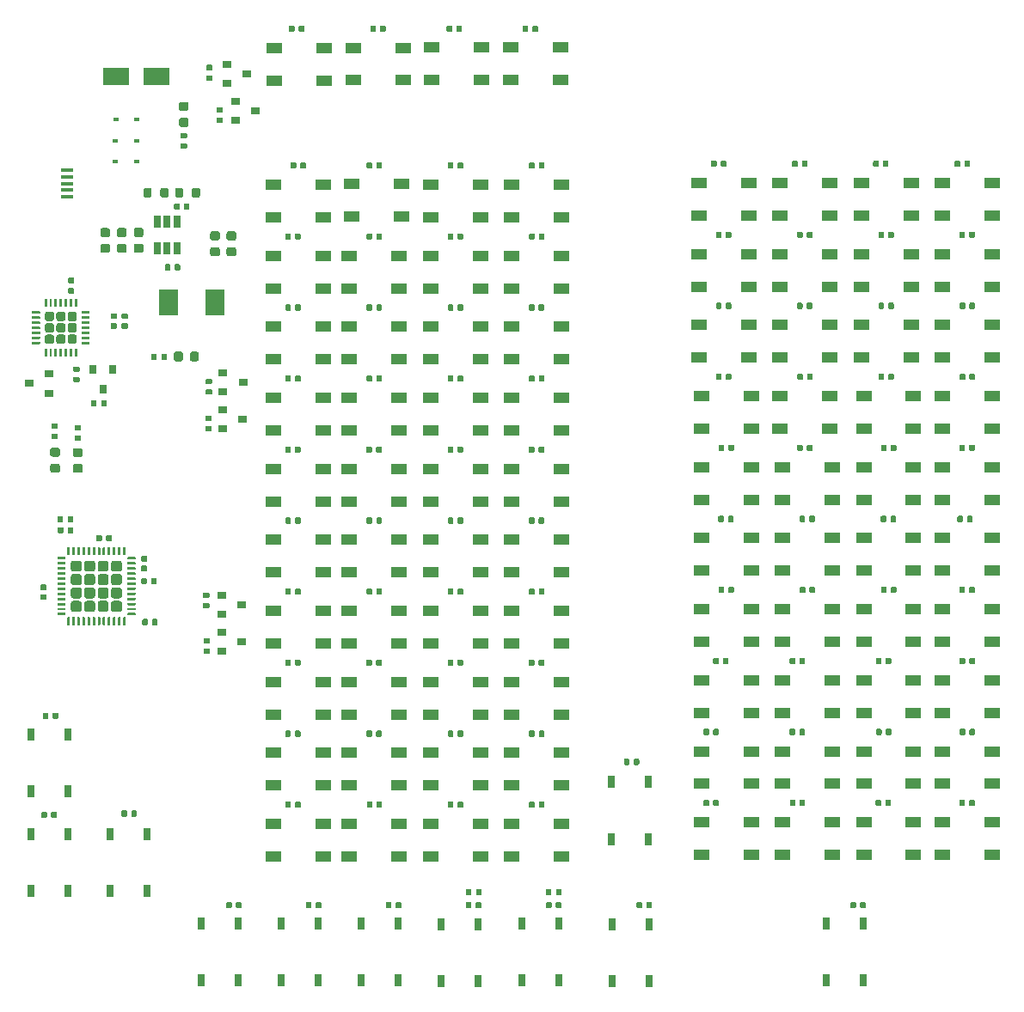
<source format=gbr>
G04 #@! TF.GenerationSoftware,KiCad,Pcbnew,5.1.5+dfsg1-2build2*
G04 #@! TF.CreationDate,2021-01-24T21:22:00+01:00*
G04 #@! TF.ProjectId,Logic_panel_v1_1,4c6f6769-635f-4706-916e-656c5f76315f,rev?*
G04 #@! TF.SameCoordinates,Original*
G04 #@! TF.FileFunction,Paste,Top*
G04 #@! TF.FilePolarity,Positive*
%FSLAX46Y46*%
G04 Gerber Fmt 4.6, Leading zero omitted, Abs format (unit mm)*
G04 Created by KiCad (PCBNEW 5.1.5+dfsg1-2build2) date 2021-01-24 21:22:00*
%MOMM*%
%LPD*%
G04 APERTURE LIST*
%ADD10C,0.350000*%
%ADD11R,1.500000X1.000000*%
%ADD12R,0.600000X0.450000*%
%ADD13R,1.900000X2.500000*%
%ADD14R,0.900000X0.800000*%
%ADD15R,0.800000X0.900000*%
%ADD16R,0.650000X1.220000*%
%ADD17R,1.300000X0.450000*%
%ADD18R,0.700000X1.300000*%
%ADD19R,2.500000X1.800000*%
G04 APERTURE END LIST*
D10*
G04 #@! TO.C,C1*
G36*
X55691723Y-101686675D02*
G01*
X55705314Y-101688691D01*
X55718641Y-101692029D01*
X55731577Y-101696658D01*
X55743997Y-101702532D01*
X55755781Y-101709595D01*
X55766816Y-101717780D01*
X55776996Y-101727006D01*
X55786222Y-101737186D01*
X55794407Y-101748221D01*
X55801470Y-101760005D01*
X55807344Y-101772425D01*
X55811973Y-101785361D01*
X55815311Y-101798688D01*
X55817327Y-101812279D01*
X55818001Y-101826001D01*
X55818001Y-102166001D01*
X55817327Y-102179723D01*
X55815311Y-102193314D01*
X55811973Y-102206641D01*
X55807344Y-102219577D01*
X55801470Y-102231997D01*
X55794407Y-102243781D01*
X55786222Y-102254816D01*
X55776996Y-102264996D01*
X55766816Y-102274222D01*
X55755781Y-102282407D01*
X55743997Y-102289470D01*
X55731577Y-102295344D01*
X55718641Y-102299973D01*
X55705314Y-102303311D01*
X55691723Y-102305327D01*
X55678001Y-102306001D01*
X55398001Y-102306001D01*
X55384279Y-102305327D01*
X55370688Y-102303311D01*
X55357361Y-102299973D01*
X55344425Y-102295344D01*
X55332005Y-102289470D01*
X55320221Y-102282407D01*
X55309186Y-102274222D01*
X55299006Y-102264996D01*
X55289780Y-102254816D01*
X55281595Y-102243781D01*
X55274532Y-102231997D01*
X55268658Y-102219577D01*
X55264029Y-102206641D01*
X55260691Y-102193314D01*
X55258675Y-102179723D01*
X55258001Y-102166001D01*
X55258001Y-101826001D01*
X55258675Y-101812279D01*
X55260691Y-101798688D01*
X55264029Y-101785361D01*
X55268658Y-101772425D01*
X55274532Y-101760005D01*
X55281595Y-101748221D01*
X55289780Y-101737186D01*
X55299006Y-101727006D01*
X55309186Y-101717780D01*
X55320221Y-101709595D01*
X55332005Y-101702532D01*
X55344425Y-101696658D01*
X55357361Y-101692029D01*
X55370688Y-101688691D01*
X55384279Y-101686675D01*
X55398001Y-101686001D01*
X55678001Y-101686001D01*
X55691723Y-101686675D01*
G37*
G36*
X56651723Y-101686675D02*
G01*
X56665314Y-101688691D01*
X56678641Y-101692029D01*
X56691577Y-101696658D01*
X56703997Y-101702532D01*
X56715781Y-101709595D01*
X56726816Y-101717780D01*
X56736996Y-101727006D01*
X56746222Y-101737186D01*
X56754407Y-101748221D01*
X56761470Y-101760005D01*
X56767344Y-101772425D01*
X56771973Y-101785361D01*
X56775311Y-101798688D01*
X56777327Y-101812279D01*
X56778001Y-101826001D01*
X56778001Y-102166001D01*
X56777327Y-102179723D01*
X56775311Y-102193314D01*
X56771973Y-102206641D01*
X56767344Y-102219577D01*
X56761470Y-102231997D01*
X56754407Y-102243781D01*
X56746222Y-102254816D01*
X56736996Y-102264996D01*
X56726816Y-102274222D01*
X56715781Y-102282407D01*
X56703997Y-102289470D01*
X56691577Y-102295344D01*
X56678641Y-102299973D01*
X56665314Y-102303311D01*
X56651723Y-102305327D01*
X56638001Y-102306001D01*
X56358001Y-102306001D01*
X56344279Y-102305327D01*
X56330688Y-102303311D01*
X56317361Y-102299973D01*
X56304425Y-102295344D01*
X56292005Y-102289470D01*
X56280221Y-102282407D01*
X56269186Y-102274222D01*
X56259006Y-102264996D01*
X56249780Y-102254816D01*
X56241595Y-102243781D01*
X56234532Y-102231997D01*
X56228658Y-102219577D01*
X56224029Y-102206641D01*
X56220691Y-102193314D01*
X56218675Y-102179723D01*
X56218001Y-102166001D01*
X56218001Y-101826001D01*
X56218675Y-101812279D01*
X56220691Y-101798688D01*
X56224029Y-101785361D01*
X56228658Y-101772425D01*
X56234532Y-101760005D01*
X56241595Y-101748221D01*
X56249780Y-101737186D01*
X56259006Y-101727006D01*
X56269186Y-101717780D01*
X56280221Y-101709595D01*
X56292005Y-101702532D01*
X56304425Y-101696658D01*
X56317361Y-101692029D01*
X56330688Y-101688691D01*
X56344279Y-101686675D01*
X56358001Y-101686001D01*
X56638001Y-101686001D01*
X56651723Y-101686675D01*
G37*
G04 #@! TD*
G04 #@! TO.C,C2*
G36*
X63943723Y-105490675D02*
G01*
X63957314Y-105492691D01*
X63970641Y-105496029D01*
X63983577Y-105500658D01*
X63995997Y-105506532D01*
X64007781Y-105513595D01*
X64018816Y-105521780D01*
X64028996Y-105531006D01*
X64038222Y-105541186D01*
X64046407Y-105552221D01*
X64053470Y-105564005D01*
X64059344Y-105576425D01*
X64063973Y-105589361D01*
X64067311Y-105602688D01*
X64069327Y-105616279D01*
X64070001Y-105630001D01*
X64070001Y-105910001D01*
X64069327Y-105923723D01*
X64067311Y-105937314D01*
X64063973Y-105950641D01*
X64059344Y-105963577D01*
X64053470Y-105975997D01*
X64046407Y-105987781D01*
X64038222Y-105998816D01*
X64028996Y-106008996D01*
X64018816Y-106018222D01*
X64007781Y-106026407D01*
X63995997Y-106033470D01*
X63983577Y-106039344D01*
X63970641Y-106043973D01*
X63957314Y-106047311D01*
X63943723Y-106049327D01*
X63930001Y-106050001D01*
X63590001Y-106050001D01*
X63576279Y-106049327D01*
X63562688Y-106047311D01*
X63549361Y-106043973D01*
X63536425Y-106039344D01*
X63524005Y-106033470D01*
X63512221Y-106026407D01*
X63501186Y-106018222D01*
X63491006Y-106008996D01*
X63481780Y-105998816D01*
X63473595Y-105987781D01*
X63466532Y-105975997D01*
X63460658Y-105963577D01*
X63456029Y-105950641D01*
X63452691Y-105937314D01*
X63450675Y-105923723D01*
X63450001Y-105910001D01*
X63450001Y-105630001D01*
X63450675Y-105616279D01*
X63452691Y-105602688D01*
X63456029Y-105589361D01*
X63460658Y-105576425D01*
X63466532Y-105564005D01*
X63473595Y-105552221D01*
X63481780Y-105541186D01*
X63491006Y-105531006D01*
X63501186Y-105521780D01*
X63512221Y-105513595D01*
X63524005Y-105506532D01*
X63536425Y-105500658D01*
X63549361Y-105496029D01*
X63562688Y-105492691D01*
X63576279Y-105490675D01*
X63590001Y-105490001D01*
X63930001Y-105490001D01*
X63943723Y-105490675D01*
G37*
G36*
X63943723Y-104530675D02*
G01*
X63957314Y-104532691D01*
X63970641Y-104536029D01*
X63983577Y-104540658D01*
X63995997Y-104546532D01*
X64007781Y-104553595D01*
X64018816Y-104561780D01*
X64028996Y-104571006D01*
X64038222Y-104581186D01*
X64046407Y-104592221D01*
X64053470Y-104604005D01*
X64059344Y-104616425D01*
X64063973Y-104629361D01*
X64067311Y-104642688D01*
X64069327Y-104656279D01*
X64070001Y-104670001D01*
X64070001Y-104950001D01*
X64069327Y-104963723D01*
X64067311Y-104977314D01*
X64063973Y-104990641D01*
X64059344Y-105003577D01*
X64053470Y-105015997D01*
X64046407Y-105027781D01*
X64038222Y-105038816D01*
X64028996Y-105048996D01*
X64018816Y-105058222D01*
X64007781Y-105066407D01*
X63995997Y-105073470D01*
X63983577Y-105079344D01*
X63970641Y-105083973D01*
X63957314Y-105087311D01*
X63943723Y-105089327D01*
X63930001Y-105090001D01*
X63590001Y-105090001D01*
X63576279Y-105089327D01*
X63562688Y-105087311D01*
X63549361Y-105083973D01*
X63536425Y-105079344D01*
X63524005Y-105073470D01*
X63512221Y-105066407D01*
X63501186Y-105058222D01*
X63491006Y-105048996D01*
X63481780Y-105038816D01*
X63473595Y-105027781D01*
X63466532Y-105015997D01*
X63460658Y-105003577D01*
X63456029Y-104990641D01*
X63452691Y-104977314D01*
X63450675Y-104963723D01*
X63450001Y-104950001D01*
X63450001Y-104670001D01*
X63450675Y-104656279D01*
X63452691Y-104642688D01*
X63456029Y-104629361D01*
X63460658Y-104616425D01*
X63466532Y-104604005D01*
X63473595Y-104592221D01*
X63481780Y-104581186D01*
X63491006Y-104571006D01*
X63501186Y-104561780D01*
X63512221Y-104553595D01*
X63524005Y-104546532D01*
X63536425Y-104540658D01*
X63549361Y-104536029D01*
X63562688Y-104532691D01*
X63576279Y-104530675D01*
X63590001Y-104530001D01*
X63930001Y-104530001D01*
X63943723Y-104530675D01*
G37*
G04 #@! TD*
G04 #@! TO.C,C3*
G36*
X63903723Y-106700675D02*
G01*
X63917314Y-106702691D01*
X63930641Y-106706029D01*
X63943577Y-106710658D01*
X63955997Y-106716532D01*
X63967781Y-106723595D01*
X63978816Y-106731780D01*
X63988996Y-106741006D01*
X63998222Y-106751186D01*
X64006407Y-106762221D01*
X64013470Y-106774005D01*
X64019344Y-106786425D01*
X64023973Y-106799361D01*
X64027311Y-106812688D01*
X64029327Y-106826279D01*
X64030001Y-106840001D01*
X64030001Y-107180001D01*
X64029327Y-107193723D01*
X64027311Y-107207314D01*
X64023973Y-107220641D01*
X64019344Y-107233577D01*
X64013470Y-107245997D01*
X64006407Y-107257781D01*
X63998222Y-107268816D01*
X63988996Y-107278996D01*
X63978816Y-107288222D01*
X63967781Y-107296407D01*
X63955997Y-107303470D01*
X63943577Y-107309344D01*
X63930641Y-107313973D01*
X63917314Y-107317311D01*
X63903723Y-107319327D01*
X63890001Y-107320001D01*
X63610001Y-107320001D01*
X63596279Y-107319327D01*
X63582688Y-107317311D01*
X63569361Y-107313973D01*
X63556425Y-107309344D01*
X63544005Y-107303470D01*
X63532221Y-107296407D01*
X63521186Y-107288222D01*
X63511006Y-107278996D01*
X63501780Y-107268816D01*
X63493595Y-107257781D01*
X63486532Y-107245997D01*
X63480658Y-107233577D01*
X63476029Y-107220641D01*
X63472691Y-107207314D01*
X63470675Y-107193723D01*
X63470001Y-107180001D01*
X63470001Y-106840001D01*
X63470675Y-106826279D01*
X63472691Y-106812688D01*
X63476029Y-106799361D01*
X63480658Y-106786425D01*
X63486532Y-106774005D01*
X63493595Y-106762221D01*
X63501780Y-106751186D01*
X63511006Y-106741006D01*
X63521186Y-106731780D01*
X63532221Y-106723595D01*
X63544005Y-106716532D01*
X63556425Y-106710658D01*
X63569361Y-106706029D01*
X63582688Y-106702691D01*
X63596279Y-106700675D01*
X63610001Y-106700001D01*
X63890001Y-106700001D01*
X63903723Y-106700675D01*
G37*
G36*
X64863723Y-106700675D02*
G01*
X64877314Y-106702691D01*
X64890641Y-106706029D01*
X64903577Y-106710658D01*
X64915997Y-106716532D01*
X64927781Y-106723595D01*
X64938816Y-106731780D01*
X64948996Y-106741006D01*
X64958222Y-106751186D01*
X64966407Y-106762221D01*
X64973470Y-106774005D01*
X64979344Y-106786425D01*
X64983973Y-106799361D01*
X64987311Y-106812688D01*
X64989327Y-106826279D01*
X64990001Y-106840001D01*
X64990001Y-107180001D01*
X64989327Y-107193723D01*
X64987311Y-107207314D01*
X64983973Y-107220641D01*
X64979344Y-107233577D01*
X64973470Y-107245997D01*
X64966407Y-107257781D01*
X64958222Y-107268816D01*
X64948996Y-107278996D01*
X64938816Y-107288222D01*
X64927781Y-107296407D01*
X64915997Y-107303470D01*
X64903577Y-107309344D01*
X64890641Y-107313973D01*
X64877314Y-107317311D01*
X64863723Y-107319327D01*
X64850001Y-107320001D01*
X64570001Y-107320001D01*
X64556279Y-107319327D01*
X64542688Y-107317311D01*
X64529361Y-107313973D01*
X64516425Y-107309344D01*
X64504005Y-107303470D01*
X64492221Y-107296407D01*
X64481186Y-107288222D01*
X64471006Y-107278996D01*
X64461780Y-107268816D01*
X64453595Y-107257781D01*
X64446532Y-107245997D01*
X64440658Y-107233577D01*
X64436029Y-107220641D01*
X64432691Y-107207314D01*
X64430675Y-107193723D01*
X64430001Y-107180001D01*
X64430001Y-106840001D01*
X64430675Y-106826279D01*
X64432691Y-106812688D01*
X64436029Y-106799361D01*
X64440658Y-106786425D01*
X64446532Y-106774005D01*
X64453595Y-106762221D01*
X64461780Y-106751186D01*
X64471006Y-106741006D01*
X64481186Y-106731780D01*
X64492221Y-106723595D01*
X64504005Y-106716532D01*
X64516425Y-106710658D01*
X64529361Y-106706029D01*
X64542688Y-106702691D01*
X64556279Y-106700675D01*
X64570001Y-106700001D01*
X64850001Y-106700001D01*
X64863723Y-106700675D01*
G37*
G04 #@! TD*
G04 #@! TO.C,C4*
G36*
X59493723Y-102470675D02*
G01*
X59507314Y-102472691D01*
X59520641Y-102476029D01*
X59533577Y-102480658D01*
X59545997Y-102486532D01*
X59557781Y-102493595D01*
X59568816Y-102501780D01*
X59578996Y-102511006D01*
X59588222Y-102521186D01*
X59596407Y-102532221D01*
X59603470Y-102544005D01*
X59609344Y-102556425D01*
X59613973Y-102569361D01*
X59617311Y-102582688D01*
X59619327Y-102596279D01*
X59620001Y-102610001D01*
X59620001Y-102950001D01*
X59619327Y-102963723D01*
X59617311Y-102977314D01*
X59613973Y-102990641D01*
X59609344Y-103003577D01*
X59603470Y-103015997D01*
X59596407Y-103027781D01*
X59588222Y-103038816D01*
X59578996Y-103048996D01*
X59568816Y-103058222D01*
X59557781Y-103066407D01*
X59545997Y-103073470D01*
X59533577Y-103079344D01*
X59520641Y-103083973D01*
X59507314Y-103087311D01*
X59493723Y-103089327D01*
X59480001Y-103090001D01*
X59200001Y-103090001D01*
X59186279Y-103089327D01*
X59172688Y-103087311D01*
X59159361Y-103083973D01*
X59146425Y-103079344D01*
X59134005Y-103073470D01*
X59122221Y-103066407D01*
X59111186Y-103058222D01*
X59101006Y-103048996D01*
X59091780Y-103038816D01*
X59083595Y-103027781D01*
X59076532Y-103015997D01*
X59070658Y-103003577D01*
X59066029Y-102990641D01*
X59062691Y-102977314D01*
X59060675Y-102963723D01*
X59060001Y-102950001D01*
X59060001Y-102610001D01*
X59060675Y-102596279D01*
X59062691Y-102582688D01*
X59066029Y-102569361D01*
X59070658Y-102556425D01*
X59076532Y-102544005D01*
X59083595Y-102532221D01*
X59091780Y-102521186D01*
X59101006Y-102511006D01*
X59111186Y-102501780D01*
X59122221Y-102493595D01*
X59134005Y-102486532D01*
X59146425Y-102480658D01*
X59159361Y-102476029D01*
X59172688Y-102472691D01*
X59186279Y-102470675D01*
X59200001Y-102470001D01*
X59480001Y-102470001D01*
X59493723Y-102470675D01*
G37*
G36*
X60453723Y-102470675D02*
G01*
X60467314Y-102472691D01*
X60480641Y-102476029D01*
X60493577Y-102480658D01*
X60505997Y-102486532D01*
X60517781Y-102493595D01*
X60528816Y-102501780D01*
X60538996Y-102511006D01*
X60548222Y-102521186D01*
X60556407Y-102532221D01*
X60563470Y-102544005D01*
X60569344Y-102556425D01*
X60573973Y-102569361D01*
X60577311Y-102582688D01*
X60579327Y-102596279D01*
X60580001Y-102610001D01*
X60580001Y-102950001D01*
X60579327Y-102963723D01*
X60577311Y-102977314D01*
X60573973Y-102990641D01*
X60569344Y-103003577D01*
X60563470Y-103015997D01*
X60556407Y-103027781D01*
X60548222Y-103038816D01*
X60538996Y-103048996D01*
X60528816Y-103058222D01*
X60517781Y-103066407D01*
X60505997Y-103073470D01*
X60493577Y-103079344D01*
X60480641Y-103083973D01*
X60467314Y-103087311D01*
X60453723Y-103089327D01*
X60440001Y-103090001D01*
X60160001Y-103090001D01*
X60146279Y-103089327D01*
X60132688Y-103087311D01*
X60119361Y-103083973D01*
X60106425Y-103079344D01*
X60094005Y-103073470D01*
X60082221Y-103066407D01*
X60071186Y-103058222D01*
X60061006Y-103048996D01*
X60051780Y-103038816D01*
X60043595Y-103027781D01*
X60036532Y-103015997D01*
X60030658Y-103003577D01*
X60026029Y-102990641D01*
X60022691Y-102977314D01*
X60020675Y-102963723D01*
X60020001Y-102950001D01*
X60020001Y-102610001D01*
X60020675Y-102596279D01*
X60022691Y-102582688D01*
X60026029Y-102569361D01*
X60030658Y-102556425D01*
X60036532Y-102544005D01*
X60043595Y-102532221D01*
X60051780Y-102521186D01*
X60061006Y-102511006D01*
X60071186Y-102501780D01*
X60082221Y-102493595D01*
X60094005Y-102486532D01*
X60106425Y-102480658D01*
X60119361Y-102476029D01*
X60132688Y-102472691D01*
X60146279Y-102470675D01*
X60160001Y-102470001D01*
X60440001Y-102470001D01*
X60453723Y-102470675D01*
G37*
G04 #@! TD*
G04 #@! TO.C,C5*
G36*
X64963723Y-110740675D02*
G01*
X64977314Y-110742691D01*
X64990641Y-110746029D01*
X65003577Y-110750658D01*
X65015997Y-110756532D01*
X65027781Y-110763595D01*
X65038816Y-110771780D01*
X65048996Y-110781006D01*
X65058222Y-110791186D01*
X65066407Y-110802221D01*
X65073470Y-110814005D01*
X65079344Y-110826425D01*
X65083973Y-110839361D01*
X65087311Y-110852688D01*
X65089327Y-110866279D01*
X65090001Y-110880001D01*
X65090001Y-111220001D01*
X65089327Y-111233723D01*
X65087311Y-111247314D01*
X65083973Y-111260641D01*
X65079344Y-111273577D01*
X65073470Y-111285997D01*
X65066407Y-111297781D01*
X65058222Y-111308816D01*
X65048996Y-111318996D01*
X65038816Y-111328222D01*
X65027781Y-111336407D01*
X65015997Y-111343470D01*
X65003577Y-111349344D01*
X64990641Y-111353973D01*
X64977314Y-111357311D01*
X64963723Y-111359327D01*
X64950001Y-111360001D01*
X64670001Y-111360001D01*
X64656279Y-111359327D01*
X64642688Y-111357311D01*
X64629361Y-111353973D01*
X64616425Y-111349344D01*
X64604005Y-111343470D01*
X64592221Y-111336407D01*
X64581186Y-111328222D01*
X64571006Y-111318996D01*
X64561780Y-111308816D01*
X64553595Y-111297781D01*
X64546532Y-111285997D01*
X64540658Y-111273577D01*
X64536029Y-111260641D01*
X64532691Y-111247314D01*
X64530675Y-111233723D01*
X64530001Y-111220001D01*
X64530001Y-110880001D01*
X64530675Y-110866279D01*
X64532691Y-110852688D01*
X64536029Y-110839361D01*
X64540658Y-110826425D01*
X64546532Y-110814005D01*
X64553595Y-110802221D01*
X64561780Y-110791186D01*
X64571006Y-110781006D01*
X64581186Y-110771780D01*
X64592221Y-110763595D01*
X64604005Y-110756532D01*
X64616425Y-110750658D01*
X64629361Y-110746029D01*
X64642688Y-110742691D01*
X64656279Y-110740675D01*
X64670001Y-110740001D01*
X64950001Y-110740001D01*
X64963723Y-110740675D01*
G37*
G36*
X64003723Y-110740675D02*
G01*
X64017314Y-110742691D01*
X64030641Y-110746029D01*
X64043577Y-110750658D01*
X64055997Y-110756532D01*
X64067781Y-110763595D01*
X64078816Y-110771780D01*
X64088996Y-110781006D01*
X64098222Y-110791186D01*
X64106407Y-110802221D01*
X64113470Y-110814005D01*
X64119344Y-110826425D01*
X64123973Y-110839361D01*
X64127311Y-110852688D01*
X64129327Y-110866279D01*
X64130001Y-110880001D01*
X64130001Y-111220001D01*
X64129327Y-111233723D01*
X64127311Y-111247314D01*
X64123973Y-111260641D01*
X64119344Y-111273577D01*
X64113470Y-111285997D01*
X64106407Y-111297781D01*
X64098222Y-111308816D01*
X64088996Y-111318996D01*
X64078816Y-111328222D01*
X64067781Y-111336407D01*
X64055997Y-111343470D01*
X64043577Y-111349344D01*
X64030641Y-111353973D01*
X64017314Y-111357311D01*
X64003723Y-111359327D01*
X63990001Y-111360001D01*
X63710001Y-111360001D01*
X63696279Y-111359327D01*
X63682688Y-111357311D01*
X63669361Y-111353973D01*
X63656425Y-111349344D01*
X63644005Y-111343470D01*
X63632221Y-111336407D01*
X63621186Y-111328222D01*
X63611006Y-111318996D01*
X63601780Y-111308816D01*
X63593595Y-111297781D01*
X63586532Y-111285997D01*
X63580658Y-111273577D01*
X63576029Y-111260641D01*
X63572691Y-111247314D01*
X63570675Y-111233723D01*
X63570001Y-111220001D01*
X63570001Y-110880001D01*
X63570675Y-110866279D01*
X63572691Y-110852688D01*
X63576029Y-110839361D01*
X63580658Y-110826425D01*
X63586532Y-110814005D01*
X63593595Y-110802221D01*
X63601780Y-110791186D01*
X63611006Y-110781006D01*
X63621186Y-110771780D01*
X63632221Y-110763595D01*
X63644005Y-110756532D01*
X63656425Y-110750658D01*
X63669361Y-110746029D01*
X63682688Y-110742691D01*
X63696279Y-110740675D01*
X63710001Y-110740001D01*
X63990001Y-110740001D01*
X64003723Y-110740675D01*
G37*
G04 #@! TD*
G04 #@! TO.C,C6*
G36*
X54023723Y-108290675D02*
G01*
X54037314Y-108292691D01*
X54050641Y-108296029D01*
X54063577Y-108300658D01*
X54075997Y-108306532D01*
X54087781Y-108313595D01*
X54098816Y-108321780D01*
X54108996Y-108331006D01*
X54118222Y-108341186D01*
X54126407Y-108352221D01*
X54133470Y-108364005D01*
X54139344Y-108376425D01*
X54143973Y-108389361D01*
X54147311Y-108402688D01*
X54149327Y-108416279D01*
X54150001Y-108430001D01*
X54150001Y-108710001D01*
X54149327Y-108723723D01*
X54147311Y-108737314D01*
X54143973Y-108750641D01*
X54139344Y-108763577D01*
X54133470Y-108775997D01*
X54126407Y-108787781D01*
X54118222Y-108798816D01*
X54108996Y-108808996D01*
X54098816Y-108818222D01*
X54087781Y-108826407D01*
X54075997Y-108833470D01*
X54063577Y-108839344D01*
X54050641Y-108843973D01*
X54037314Y-108847311D01*
X54023723Y-108849327D01*
X54010001Y-108850001D01*
X53670001Y-108850001D01*
X53656279Y-108849327D01*
X53642688Y-108847311D01*
X53629361Y-108843973D01*
X53616425Y-108839344D01*
X53604005Y-108833470D01*
X53592221Y-108826407D01*
X53581186Y-108818222D01*
X53571006Y-108808996D01*
X53561780Y-108798816D01*
X53553595Y-108787781D01*
X53546532Y-108775997D01*
X53540658Y-108763577D01*
X53536029Y-108750641D01*
X53532691Y-108737314D01*
X53530675Y-108723723D01*
X53530001Y-108710001D01*
X53530001Y-108430001D01*
X53530675Y-108416279D01*
X53532691Y-108402688D01*
X53536029Y-108389361D01*
X53540658Y-108376425D01*
X53546532Y-108364005D01*
X53553595Y-108352221D01*
X53561780Y-108341186D01*
X53571006Y-108331006D01*
X53581186Y-108321780D01*
X53592221Y-108313595D01*
X53604005Y-108306532D01*
X53616425Y-108300658D01*
X53629361Y-108296029D01*
X53642688Y-108292691D01*
X53656279Y-108290675D01*
X53670001Y-108290001D01*
X54010001Y-108290001D01*
X54023723Y-108290675D01*
G37*
G36*
X54023723Y-107330675D02*
G01*
X54037314Y-107332691D01*
X54050641Y-107336029D01*
X54063577Y-107340658D01*
X54075997Y-107346532D01*
X54087781Y-107353595D01*
X54098816Y-107361780D01*
X54108996Y-107371006D01*
X54118222Y-107381186D01*
X54126407Y-107392221D01*
X54133470Y-107404005D01*
X54139344Y-107416425D01*
X54143973Y-107429361D01*
X54147311Y-107442688D01*
X54149327Y-107456279D01*
X54150001Y-107470001D01*
X54150001Y-107750001D01*
X54149327Y-107763723D01*
X54147311Y-107777314D01*
X54143973Y-107790641D01*
X54139344Y-107803577D01*
X54133470Y-107815997D01*
X54126407Y-107827781D01*
X54118222Y-107838816D01*
X54108996Y-107848996D01*
X54098816Y-107858222D01*
X54087781Y-107866407D01*
X54075997Y-107873470D01*
X54063577Y-107879344D01*
X54050641Y-107883973D01*
X54037314Y-107887311D01*
X54023723Y-107889327D01*
X54010001Y-107890001D01*
X53670001Y-107890001D01*
X53656279Y-107889327D01*
X53642688Y-107887311D01*
X53629361Y-107883973D01*
X53616425Y-107879344D01*
X53604005Y-107873470D01*
X53592221Y-107866407D01*
X53581186Y-107858222D01*
X53571006Y-107848996D01*
X53561780Y-107838816D01*
X53553595Y-107827781D01*
X53546532Y-107815997D01*
X53540658Y-107803577D01*
X53536029Y-107790641D01*
X53532691Y-107777314D01*
X53530675Y-107763723D01*
X53530001Y-107750001D01*
X53530001Y-107470001D01*
X53530675Y-107456279D01*
X53532691Y-107442688D01*
X53536029Y-107429361D01*
X53540658Y-107416425D01*
X53546532Y-107404005D01*
X53553595Y-107392221D01*
X53561780Y-107381186D01*
X53571006Y-107371006D01*
X53581186Y-107361780D01*
X53592221Y-107353595D01*
X53604005Y-107346532D01*
X53616425Y-107340658D01*
X53629361Y-107336029D01*
X53642688Y-107332691D01*
X53656279Y-107330675D01*
X53670001Y-107330001D01*
X54010001Y-107330001D01*
X54023723Y-107330675D01*
G37*
G04 #@! TD*
G04 #@! TO.C,C7*
G36*
X79407723Y-52266675D02*
G01*
X79421314Y-52268691D01*
X79434641Y-52272029D01*
X79447577Y-52276658D01*
X79459997Y-52282532D01*
X79471781Y-52289595D01*
X79482816Y-52297780D01*
X79492996Y-52307006D01*
X79502222Y-52317186D01*
X79510407Y-52328221D01*
X79517470Y-52340005D01*
X79523344Y-52352425D01*
X79527973Y-52365361D01*
X79531311Y-52378688D01*
X79533327Y-52392279D01*
X79534001Y-52406001D01*
X79534001Y-52746001D01*
X79533327Y-52759723D01*
X79531311Y-52773314D01*
X79527973Y-52786641D01*
X79523344Y-52799577D01*
X79517470Y-52811997D01*
X79510407Y-52823781D01*
X79502222Y-52834816D01*
X79492996Y-52844996D01*
X79482816Y-52854222D01*
X79471781Y-52862407D01*
X79459997Y-52869470D01*
X79447577Y-52875344D01*
X79434641Y-52879973D01*
X79421314Y-52883311D01*
X79407723Y-52885327D01*
X79394001Y-52886001D01*
X79114001Y-52886001D01*
X79100279Y-52885327D01*
X79086688Y-52883311D01*
X79073361Y-52879973D01*
X79060425Y-52875344D01*
X79048005Y-52869470D01*
X79036221Y-52862407D01*
X79025186Y-52854222D01*
X79015006Y-52844996D01*
X79005780Y-52834816D01*
X78997595Y-52823781D01*
X78990532Y-52811997D01*
X78984658Y-52799577D01*
X78980029Y-52786641D01*
X78976691Y-52773314D01*
X78974675Y-52759723D01*
X78974001Y-52746001D01*
X78974001Y-52406001D01*
X78974675Y-52392279D01*
X78976691Y-52378688D01*
X78980029Y-52365361D01*
X78984658Y-52352425D01*
X78990532Y-52340005D01*
X78997595Y-52328221D01*
X79005780Y-52317186D01*
X79015006Y-52307006D01*
X79025186Y-52297780D01*
X79036221Y-52289595D01*
X79048005Y-52282532D01*
X79060425Y-52276658D01*
X79073361Y-52272029D01*
X79086688Y-52268691D01*
X79100279Y-52266675D01*
X79114001Y-52266001D01*
X79394001Y-52266001D01*
X79407723Y-52266675D01*
G37*
G36*
X78447723Y-52266675D02*
G01*
X78461314Y-52268691D01*
X78474641Y-52272029D01*
X78487577Y-52276658D01*
X78499997Y-52282532D01*
X78511781Y-52289595D01*
X78522816Y-52297780D01*
X78532996Y-52307006D01*
X78542222Y-52317186D01*
X78550407Y-52328221D01*
X78557470Y-52340005D01*
X78563344Y-52352425D01*
X78567973Y-52365361D01*
X78571311Y-52378688D01*
X78573327Y-52392279D01*
X78574001Y-52406001D01*
X78574001Y-52746001D01*
X78573327Y-52759723D01*
X78571311Y-52773314D01*
X78567973Y-52786641D01*
X78563344Y-52799577D01*
X78557470Y-52811997D01*
X78550407Y-52823781D01*
X78542222Y-52834816D01*
X78532996Y-52844996D01*
X78522816Y-52854222D01*
X78511781Y-52862407D01*
X78499997Y-52869470D01*
X78487577Y-52875344D01*
X78474641Y-52879973D01*
X78461314Y-52883311D01*
X78447723Y-52885327D01*
X78434001Y-52886001D01*
X78154001Y-52886001D01*
X78140279Y-52885327D01*
X78126688Y-52883311D01*
X78113361Y-52879973D01*
X78100425Y-52875344D01*
X78088005Y-52869470D01*
X78076221Y-52862407D01*
X78065186Y-52854222D01*
X78055006Y-52844996D01*
X78045780Y-52834816D01*
X78037595Y-52823781D01*
X78030532Y-52811997D01*
X78024658Y-52799577D01*
X78020029Y-52786641D01*
X78016691Y-52773314D01*
X78014675Y-52759723D01*
X78014001Y-52746001D01*
X78014001Y-52406001D01*
X78014675Y-52392279D01*
X78016691Y-52378688D01*
X78020029Y-52365361D01*
X78024658Y-52352425D01*
X78030532Y-52340005D01*
X78037595Y-52328221D01*
X78045780Y-52317186D01*
X78055006Y-52307006D01*
X78065186Y-52297780D01*
X78076221Y-52289595D01*
X78088005Y-52282532D01*
X78100425Y-52276658D01*
X78113361Y-52272029D01*
X78126688Y-52268691D01*
X78140279Y-52266675D01*
X78154001Y-52266001D01*
X78434001Y-52266001D01*
X78447723Y-52266675D01*
G37*
G04 #@! TD*
G04 #@! TO.C,C8*
G36*
X87427723Y-52266675D02*
G01*
X87441314Y-52268691D01*
X87454641Y-52272029D01*
X87467577Y-52276658D01*
X87479997Y-52282532D01*
X87491781Y-52289595D01*
X87502816Y-52297780D01*
X87512996Y-52307006D01*
X87522222Y-52317186D01*
X87530407Y-52328221D01*
X87537470Y-52340005D01*
X87543344Y-52352425D01*
X87547973Y-52365361D01*
X87551311Y-52378688D01*
X87553327Y-52392279D01*
X87554001Y-52406001D01*
X87554001Y-52746001D01*
X87553327Y-52759723D01*
X87551311Y-52773314D01*
X87547973Y-52786641D01*
X87543344Y-52799577D01*
X87537470Y-52811997D01*
X87530407Y-52823781D01*
X87522222Y-52834816D01*
X87512996Y-52844996D01*
X87502816Y-52854222D01*
X87491781Y-52862407D01*
X87479997Y-52869470D01*
X87467577Y-52875344D01*
X87454641Y-52879973D01*
X87441314Y-52883311D01*
X87427723Y-52885327D01*
X87414001Y-52886001D01*
X87134001Y-52886001D01*
X87120279Y-52885327D01*
X87106688Y-52883311D01*
X87093361Y-52879973D01*
X87080425Y-52875344D01*
X87068005Y-52869470D01*
X87056221Y-52862407D01*
X87045186Y-52854222D01*
X87035006Y-52844996D01*
X87025780Y-52834816D01*
X87017595Y-52823781D01*
X87010532Y-52811997D01*
X87004658Y-52799577D01*
X87000029Y-52786641D01*
X86996691Y-52773314D01*
X86994675Y-52759723D01*
X86994001Y-52746001D01*
X86994001Y-52406001D01*
X86994675Y-52392279D01*
X86996691Y-52378688D01*
X87000029Y-52365361D01*
X87004658Y-52352425D01*
X87010532Y-52340005D01*
X87017595Y-52328221D01*
X87025780Y-52317186D01*
X87035006Y-52307006D01*
X87045186Y-52297780D01*
X87056221Y-52289595D01*
X87068005Y-52282532D01*
X87080425Y-52276658D01*
X87093361Y-52272029D01*
X87106688Y-52268691D01*
X87120279Y-52266675D01*
X87134001Y-52266001D01*
X87414001Y-52266001D01*
X87427723Y-52266675D01*
G37*
G36*
X86467723Y-52266675D02*
G01*
X86481314Y-52268691D01*
X86494641Y-52272029D01*
X86507577Y-52276658D01*
X86519997Y-52282532D01*
X86531781Y-52289595D01*
X86542816Y-52297780D01*
X86552996Y-52307006D01*
X86562222Y-52317186D01*
X86570407Y-52328221D01*
X86577470Y-52340005D01*
X86583344Y-52352425D01*
X86587973Y-52365361D01*
X86591311Y-52378688D01*
X86593327Y-52392279D01*
X86594001Y-52406001D01*
X86594001Y-52746001D01*
X86593327Y-52759723D01*
X86591311Y-52773314D01*
X86587973Y-52786641D01*
X86583344Y-52799577D01*
X86577470Y-52811997D01*
X86570407Y-52823781D01*
X86562222Y-52834816D01*
X86552996Y-52844996D01*
X86542816Y-52854222D01*
X86531781Y-52862407D01*
X86519997Y-52869470D01*
X86507577Y-52875344D01*
X86494641Y-52879973D01*
X86481314Y-52883311D01*
X86467723Y-52885327D01*
X86454001Y-52886001D01*
X86174001Y-52886001D01*
X86160279Y-52885327D01*
X86146688Y-52883311D01*
X86133361Y-52879973D01*
X86120425Y-52875344D01*
X86108005Y-52869470D01*
X86096221Y-52862407D01*
X86085186Y-52854222D01*
X86075006Y-52844996D01*
X86065780Y-52834816D01*
X86057595Y-52823781D01*
X86050532Y-52811997D01*
X86044658Y-52799577D01*
X86040029Y-52786641D01*
X86036691Y-52773314D01*
X86034675Y-52759723D01*
X86034001Y-52746001D01*
X86034001Y-52406001D01*
X86034675Y-52392279D01*
X86036691Y-52378688D01*
X86040029Y-52365361D01*
X86044658Y-52352425D01*
X86050532Y-52340005D01*
X86057595Y-52328221D01*
X86065780Y-52317186D01*
X86075006Y-52307006D01*
X86085186Y-52297780D01*
X86096221Y-52289595D01*
X86108005Y-52282532D01*
X86120425Y-52276658D01*
X86133361Y-52272029D01*
X86146688Y-52268691D01*
X86160279Y-52266675D01*
X86174001Y-52266001D01*
X86454001Y-52266001D01*
X86467723Y-52266675D01*
G37*
G04 #@! TD*
G04 #@! TO.C,C9*
G36*
X94927723Y-52266675D02*
G01*
X94941314Y-52268691D01*
X94954641Y-52272029D01*
X94967577Y-52276658D01*
X94979997Y-52282532D01*
X94991781Y-52289595D01*
X95002816Y-52297780D01*
X95012996Y-52307006D01*
X95022222Y-52317186D01*
X95030407Y-52328221D01*
X95037470Y-52340005D01*
X95043344Y-52352425D01*
X95047973Y-52365361D01*
X95051311Y-52378688D01*
X95053327Y-52392279D01*
X95054001Y-52406001D01*
X95054001Y-52746001D01*
X95053327Y-52759723D01*
X95051311Y-52773314D01*
X95047973Y-52786641D01*
X95043344Y-52799577D01*
X95037470Y-52811997D01*
X95030407Y-52823781D01*
X95022222Y-52834816D01*
X95012996Y-52844996D01*
X95002816Y-52854222D01*
X94991781Y-52862407D01*
X94979997Y-52869470D01*
X94967577Y-52875344D01*
X94954641Y-52879973D01*
X94941314Y-52883311D01*
X94927723Y-52885327D01*
X94914001Y-52886001D01*
X94634001Y-52886001D01*
X94620279Y-52885327D01*
X94606688Y-52883311D01*
X94593361Y-52879973D01*
X94580425Y-52875344D01*
X94568005Y-52869470D01*
X94556221Y-52862407D01*
X94545186Y-52854222D01*
X94535006Y-52844996D01*
X94525780Y-52834816D01*
X94517595Y-52823781D01*
X94510532Y-52811997D01*
X94504658Y-52799577D01*
X94500029Y-52786641D01*
X94496691Y-52773314D01*
X94494675Y-52759723D01*
X94494001Y-52746001D01*
X94494001Y-52406001D01*
X94494675Y-52392279D01*
X94496691Y-52378688D01*
X94500029Y-52365361D01*
X94504658Y-52352425D01*
X94510532Y-52340005D01*
X94517595Y-52328221D01*
X94525780Y-52317186D01*
X94535006Y-52307006D01*
X94545186Y-52297780D01*
X94556221Y-52289595D01*
X94568005Y-52282532D01*
X94580425Y-52276658D01*
X94593361Y-52272029D01*
X94606688Y-52268691D01*
X94620279Y-52266675D01*
X94634001Y-52266001D01*
X94914001Y-52266001D01*
X94927723Y-52266675D01*
G37*
G36*
X93967723Y-52266675D02*
G01*
X93981314Y-52268691D01*
X93994641Y-52272029D01*
X94007577Y-52276658D01*
X94019997Y-52282532D01*
X94031781Y-52289595D01*
X94042816Y-52297780D01*
X94052996Y-52307006D01*
X94062222Y-52317186D01*
X94070407Y-52328221D01*
X94077470Y-52340005D01*
X94083344Y-52352425D01*
X94087973Y-52365361D01*
X94091311Y-52378688D01*
X94093327Y-52392279D01*
X94094001Y-52406001D01*
X94094001Y-52746001D01*
X94093327Y-52759723D01*
X94091311Y-52773314D01*
X94087973Y-52786641D01*
X94083344Y-52799577D01*
X94077470Y-52811997D01*
X94070407Y-52823781D01*
X94062222Y-52834816D01*
X94052996Y-52844996D01*
X94042816Y-52854222D01*
X94031781Y-52862407D01*
X94019997Y-52869470D01*
X94007577Y-52875344D01*
X93994641Y-52879973D01*
X93981314Y-52883311D01*
X93967723Y-52885327D01*
X93954001Y-52886001D01*
X93674001Y-52886001D01*
X93660279Y-52885327D01*
X93646688Y-52883311D01*
X93633361Y-52879973D01*
X93620425Y-52875344D01*
X93608005Y-52869470D01*
X93596221Y-52862407D01*
X93585186Y-52854222D01*
X93575006Y-52844996D01*
X93565780Y-52834816D01*
X93557595Y-52823781D01*
X93550532Y-52811997D01*
X93544658Y-52799577D01*
X93540029Y-52786641D01*
X93536691Y-52773314D01*
X93534675Y-52759723D01*
X93534001Y-52746001D01*
X93534001Y-52406001D01*
X93534675Y-52392279D01*
X93536691Y-52378688D01*
X93540029Y-52365361D01*
X93544658Y-52352425D01*
X93550532Y-52340005D01*
X93557595Y-52328221D01*
X93565780Y-52317186D01*
X93575006Y-52307006D01*
X93585186Y-52297780D01*
X93596221Y-52289595D01*
X93608005Y-52282532D01*
X93620425Y-52276658D01*
X93633361Y-52272029D01*
X93646688Y-52268691D01*
X93660279Y-52266675D01*
X93674001Y-52266001D01*
X93954001Y-52266001D01*
X93967723Y-52266675D01*
G37*
G04 #@! TD*
G04 #@! TO.C,C10*
G36*
X102427723Y-52266675D02*
G01*
X102441314Y-52268691D01*
X102454641Y-52272029D01*
X102467577Y-52276658D01*
X102479997Y-52282532D01*
X102491781Y-52289595D01*
X102502816Y-52297780D01*
X102512996Y-52307006D01*
X102522222Y-52317186D01*
X102530407Y-52328221D01*
X102537470Y-52340005D01*
X102543344Y-52352425D01*
X102547973Y-52365361D01*
X102551311Y-52378688D01*
X102553327Y-52392279D01*
X102554001Y-52406001D01*
X102554001Y-52746001D01*
X102553327Y-52759723D01*
X102551311Y-52773314D01*
X102547973Y-52786641D01*
X102543344Y-52799577D01*
X102537470Y-52811997D01*
X102530407Y-52823781D01*
X102522222Y-52834816D01*
X102512996Y-52844996D01*
X102502816Y-52854222D01*
X102491781Y-52862407D01*
X102479997Y-52869470D01*
X102467577Y-52875344D01*
X102454641Y-52879973D01*
X102441314Y-52883311D01*
X102427723Y-52885327D01*
X102414001Y-52886001D01*
X102134001Y-52886001D01*
X102120279Y-52885327D01*
X102106688Y-52883311D01*
X102093361Y-52879973D01*
X102080425Y-52875344D01*
X102068005Y-52869470D01*
X102056221Y-52862407D01*
X102045186Y-52854222D01*
X102035006Y-52844996D01*
X102025780Y-52834816D01*
X102017595Y-52823781D01*
X102010532Y-52811997D01*
X102004658Y-52799577D01*
X102000029Y-52786641D01*
X101996691Y-52773314D01*
X101994675Y-52759723D01*
X101994001Y-52746001D01*
X101994001Y-52406001D01*
X101994675Y-52392279D01*
X101996691Y-52378688D01*
X102000029Y-52365361D01*
X102004658Y-52352425D01*
X102010532Y-52340005D01*
X102017595Y-52328221D01*
X102025780Y-52317186D01*
X102035006Y-52307006D01*
X102045186Y-52297780D01*
X102056221Y-52289595D01*
X102068005Y-52282532D01*
X102080425Y-52276658D01*
X102093361Y-52272029D01*
X102106688Y-52268691D01*
X102120279Y-52266675D01*
X102134001Y-52266001D01*
X102414001Y-52266001D01*
X102427723Y-52266675D01*
G37*
G36*
X101467723Y-52266675D02*
G01*
X101481314Y-52268691D01*
X101494641Y-52272029D01*
X101507577Y-52276658D01*
X101519997Y-52282532D01*
X101531781Y-52289595D01*
X101542816Y-52297780D01*
X101552996Y-52307006D01*
X101562222Y-52317186D01*
X101570407Y-52328221D01*
X101577470Y-52340005D01*
X101583344Y-52352425D01*
X101587973Y-52365361D01*
X101591311Y-52378688D01*
X101593327Y-52392279D01*
X101594001Y-52406001D01*
X101594001Y-52746001D01*
X101593327Y-52759723D01*
X101591311Y-52773314D01*
X101587973Y-52786641D01*
X101583344Y-52799577D01*
X101577470Y-52811997D01*
X101570407Y-52823781D01*
X101562222Y-52834816D01*
X101552996Y-52844996D01*
X101542816Y-52854222D01*
X101531781Y-52862407D01*
X101519997Y-52869470D01*
X101507577Y-52875344D01*
X101494641Y-52879973D01*
X101481314Y-52883311D01*
X101467723Y-52885327D01*
X101454001Y-52886001D01*
X101174001Y-52886001D01*
X101160279Y-52885327D01*
X101146688Y-52883311D01*
X101133361Y-52879973D01*
X101120425Y-52875344D01*
X101108005Y-52869470D01*
X101096221Y-52862407D01*
X101085186Y-52854222D01*
X101075006Y-52844996D01*
X101065780Y-52834816D01*
X101057595Y-52823781D01*
X101050532Y-52811997D01*
X101044658Y-52799577D01*
X101040029Y-52786641D01*
X101036691Y-52773314D01*
X101034675Y-52759723D01*
X101034001Y-52746001D01*
X101034001Y-52406001D01*
X101034675Y-52392279D01*
X101036691Y-52378688D01*
X101040029Y-52365361D01*
X101044658Y-52352425D01*
X101050532Y-52340005D01*
X101057595Y-52328221D01*
X101065780Y-52317186D01*
X101075006Y-52307006D01*
X101085186Y-52297780D01*
X101096221Y-52289595D01*
X101108005Y-52282532D01*
X101120425Y-52276658D01*
X101133361Y-52272029D01*
X101146688Y-52268691D01*
X101160279Y-52266675D01*
X101174001Y-52266001D01*
X101454001Y-52266001D01*
X101467723Y-52266675D01*
G37*
G04 #@! TD*
G04 #@! TO.C,C11*
G36*
X73235723Y-138642675D02*
G01*
X73249314Y-138644691D01*
X73262641Y-138648029D01*
X73275577Y-138652658D01*
X73287997Y-138658532D01*
X73299781Y-138665595D01*
X73310816Y-138673780D01*
X73320996Y-138683006D01*
X73330222Y-138693186D01*
X73338407Y-138704221D01*
X73345470Y-138716005D01*
X73351344Y-138728425D01*
X73355973Y-138741361D01*
X73359311Y-138754688D01*
X73361327Y-138768279D01*
X73362001Y-138782001D01*
X73362001Y-139122001D01*
X73361327Y-139135723D01*
X73359311Y-139149314D01*
X73355973Y-139162641D01*
X73351344Y-139175577D01*
X73345470Y-139187997D01*
X73338407Y-139199781D01*
X73330222Y-139210816D01*
X73320996Y-139220996D01*
X73310816Y-139230222D01*
X73299781Y-139238407D01*
X73287997Y-139245470D01*
X73275577Y-139251344D01*
X73262641Y-139255973D01*
X73249314Y-139259311D01*
X73235723Y-139261327D01*
X73222001Y-139262001D01*
X72942001Y-139262001D01*
X72928279Y-139261327D01*
X72914688Y-139259311D01*
X72901361Y-139255973D01*
X72888425Y-139251344D01*
X72876005Y-139245470D01*
X72864221Y-139238407D01*
X72853186Y-139230222D01*
X72843006Y-139220996D01*
X72833780Y-139210816D01*
X72825595Y-139199781D01*
X72818532Y-139187997D01*
X72812658Y-139175577D01*
X72808029Y-139162641D01*
X72804691Y-139149314D01*
X72802675Y-139135723D01*
X72802001Y-139122001D01*
X72802001Y-138782001D01*
X72802675Y-138768279D01*
X72804691Y-138754688D01*
X72808029Y-138741361D01*
X72812658Y-138728425D01*
X72818532Y-138716005D01*
X72825595Y-138704221D01*
X72833780Y-138693186D01*
X72843006Y-138683006D01*
X72853186Y-138673780D01*
X72864221Y-138665595D01*
X72876005Y-138658532D01*
X72888425Y-138652658D01*
X72901361Y-138648029D01*
X72914688Y-138644691D01*
X72928279Y-138642675D01*
X72942001Y-138642001D01*
X73222001Y-138642001D01*
X73235723Y-138642675D01*
G37*
G36*
X72275723Y-138642675D02*
G01*
X72289314Y-138644691D01*
X72302641Y-138648029D01*
X72315577Y-138652658D01*
X72327997Y-138658532D01*
X72339781Y-138665595D01*
X72350816Y-138673780D01*
X72360996Y-138683006D01*
X72370222Y-138693186D01*
X72378407Y-138704221D01*
X72385470Y-138716005D01*
X72391344Y-138728425D01*
X72395973Y-138741361D01*
X72399311Y-138754688D01*
X72401327Y-138768279D01*
X72402001Y-138782001D01*
X72402001Y-139122001D01*
X72401327Y-139135723D01*
X72399311Y-139149314D01*
X72395973Y-139162641D01*
X72391344Y-139175577D01*
X72385470Y-139187997D01*
X72378407Y-139199781D01*
X72370222Y-139210816D01*
X72360996Y-139220996D01*
X72350816Y-139230222D01*
X72339781Y-139238407D01*
X72327997Y-139245470D01*
X72315577Y-139251344D01*
X72302641Y-139255973D01*
X72289314Y-139259311D01*
X72275723Y-139261327D01*
X72262001Y-139262001D01*
X71982001Y-139262001D01*
X71968279Y-139261327D01*
X71954688Y-139259311D01*
X71941361Y-139255973D01*
X71928425Y-139251344D01*
X71916005Y-139245470D01*
X71904221Y-139238407D01*
X71893186Y-139230222D01*
X71883006Y-139220996D01*
X71873780Y-139210816D01*
X71865595Y-139199781D01*
X71858532Y-139187997D01*
X71852658Y-139175577D01*
X71848029Y-139162641D01*
X71844691Y-139149314D01*
X71842675Y-139135723D01*
X71842001Y-139122001D01*
X71842001Y-138782001D01*
X71842675Y-138768279D01*
X71844691Y-138754688D01*
X71848029Y-138741361D01*
X71852658Y-138728425D01*
X71858532Y-138716005D01*
X71865595Y-138704221D01*
X71873780Y-138693186D01*
X71883006Y-138683006D01*
X71893186Y-138673780D01*
X71904221Y-138665595D01*
X71916005Y-138658532D01*
X71928425Y-138652658D01*
X71941361Y-138648029D01*
X71954688Y-138644691D01*
X71968279Y-138642675D01*
X71982001Y-138642001D01*
X72262001Y-138642001D01*
X72275723Y-138642675D01*
G37*
G04 #@! TD*
G04 #@! TO.C,C12*
G36*
X81081723Y-138642675D02*
G01*
X81095314Y-138644691D01*
X81108641Y-138648029D01*
X81121577Y-138652658D01*
X81133997Y-138658532D01*
X81145781Y-138665595D01*
X81156816Y-138673780D01*
X81166996Y-138683006D01*
X81176222Y-138693186D01*
X81184407Y-138704221D01*
X81191470Y-138716005D01*
X81197344Y-138728425D01*
X81201973Y-138741361D01*
X81205311Y-138754688D01*
X81207327Y-138768279D01*
X81208001Y-138782001D01*
X81208001Y-139122001D01*
X81207327Y-139135723D01*
X81205311Y-139149314D01*
X81201973Y-139162641D01*
X81197344Y-139175577D01*
X81191470Y-139187997D01*
X81184407Y-139199781D01*
X81176222Y-139210816D01*
X81166996Y-139220996D01*
X81156816Y-139230222D01*
X81145781Y-139238407D01*
X81133997Y-139245470D01*
X81121577Y-139251344D01*
X81108641Y-139255973D01*
X81095314Y-139259311D01*
X81081723Y-139261327D01*
X81068001Y-139262001D01*
X80788001Y-139262001D01*
X80774279Y-139261327D01*
X80760688Y-139259311D01*
X80747361Y-139255973D01*
X80734425Y-139251344D01*
X80722005Y-139245470D01*
X80710221Y-139238407D01*
X80699186Y-139230222D01*
X80689006Y-139220996D01*
X80679780Y-139210816D01*
X80671595Y-139199781D01*
X80664532Y-139187997D01*
X80658658Y-139175577D01*
X80654029Y-139162641D01*
X80650691Y-139149314D01*
X80648675Y-139135723D01*
X80648001Y-139122001D01*
X80648001Y-138782001D01*
X80648675Y-138768279D01*
X80650691Y-138754688D01*
X80654029Y-138741361D01*
X80658658Y-138728425D01*
X80664532Y-138716005D01*
X80671595Y-138704221D01*
X80679780Y-138693186D01*
X80689006Y-138683006D01*
X80699186Y-138673780D01*
X80710221Y-138665595D01*
X80722005Y-138658532D01*
X80734425Y-138652658D01*
X80747361Y-138648029D01*
X80760688Y-138644691D01*
X80774279Y-138642675D01*
X80788001Y-138642001D01*
X81068001Y-138642001D01*
X81081723Y-138642675D01*
G37*
G36*
X80121723Y-138642675D02*
G01*
X80135314Y-138644691D01*
X80148641Y-138648029D01*
X80161577Y-138652658D01*
X80173997Y-138658532D01*
X80185781Y-138665595D01*
X80196816Y-138673780D01*
X80206996Y-138683006D01*
X80216222Y-138693186D01*
X80224407Y-138704221D01*
X80231470Y-138716005D01*
X80237344Y-138728425D01*
X80241973Y-138741361D01*
X80245311Y-138754688D01*
X80247327Y-138768279D01*
X80248001Y-138782001D01*
X80248001Y-139122001D01*
X80247327Y-139135723D01*
X80245311Y-139149314D01*
X80241973Y-139162641D01*
X80237344Y-139175577D01*
X80231470Y-139187997D01*
X80224407Y-139199781D01*
X80216222Y-139210816D01*
X80206996Y-139220996D01*
X80196816Y-139230222D01*
X80185781Y-139238407D01*
X80173997Y-139245470D01*
X80161577Y-139251344D01*
X80148641Y-139255973D01*
X80135314Y-139259311D01*
X80121723Y-139261327D01*
X80108001Y-139262001D01*
X79828001Y-139262001D01*
X79814279Y-139261327D01*
X79800688Y-139259311D01*
X79787361Y-139255973D01*
X79774425Y-139251344D01*
X79762005Y-139245470D01*
X79750221Y-139238407D01*
X79739186Y-139230222D01*
X79729006Y-139220996D01*
X79719780Y-139210816D01*
X79711595Y-139199781D01*
X79704532Y-139187997D01*
X79698658Y-139175577D01*
X79694029Y-139162641D01*
X79690691Y-139149314D01*
X79688675Y-139135723D01*
X79688001Y-139122001D01*
X79688001Y-138782001D01*
X79688675Y-138768279D01*
X79690691Y-138754688D01*
X79694029Y-138741361D01*
X79698658Y-138728425D01*
X79704532Y-138716005D01*
X79711595Y-138704221D01*
X79719780Y-138693186D01*
X79729006Y-138683006D01*
X79739186Y-138673780D01*
X79750221Y-138665595D01*
X79762005Y-138658532D01*
X79774425Y-138652658D01*
X79787361Y-138648029D01*
X79800688Y-138644691D01*
X79814279Y-138642675D01*
X79828001Y-138642001D01*
X80108001Y-138642001D01*
X80121723Y-138642675D01*
G37*
G04 #@! TD*
G04 #@! TO.C,C13*
G36*
X62913723Y-129615675D02*
G01*
X62927314Y-129617691D01*
X62940641Y-129621029D01*
X62953577Y-129625658D01*
X62965997Y-129631532D01*
X62977781Y-129638595D01*
X62988816Y-129646780D01*
X62998996Y-129656006D01*
X63008222Y-129666186D01*
X63016407Y-129677221D01*
X63023470Y-129689005D01*
X63029344Y-129701425D01*
X63033973Y-129714361D01*
X63037311Y-129727688D01*
X63039327Y-129741279D01*
X63040001Y-129755001D01*
X63040001Y-130095001D01*
X63039327Y-130108723D01*
X63037311Y-130122314D01*
X63033973Y-130135641D01*
X63029344Y-130148577D01*
X63023470Y-130160997D01*
X63016407Y-130172781D01*
X63008222Y-130183816D01*
X62998996Y-130193996D01*
X62988816Y-130203222D01*
X62977781Y-130211407D01*
X62965997Y-130218470D01*
X62953577Y-130224344D01*
X62940641Y-130228973D01*
X62927314Y-130232311D01*
X62913723Y-130234327D01*
X62900001Y-130235001D01*
X62620001Y-130235001D01*
X62606279Y-130234327D01*
X62592688Y-130232311D01*
X62579361Y-130228973D01*
X62566425Y-130224344D01*
X62554005Y-130218470D01*
X62542221Y-130211407D01*
X62531186Y-130203222D01*
X62521006Y-130193996D01*
X62511780Y-130183816D01*
X62503595Y-130172781D01*
X62496532Y-130160997D01*
X62490658Y-130148577D01*
X62486029Y-130135641D01*
X62482691Y-130122314D01*
X62480675Y-130108723D01*
X62480001Y-130095001D01*
X62480001Y-129755001D01*
X62480675Y-129741279D01*
X62482691Y-129727688D01*
X62486029Y-129714361D01*
X62490658Y-129701425D01*
X62496532Y-129689005D01*
X62503595Y-129677221D01*
X62511780Y-129666186D01*
X62521006Y-129656006D01*
X62531186Y-129646780D01*
X62542221Y-129638595D01*
X62554005Y-129631532D01*
X62566425Y-129625658D01*
X62579361Y-129621029D01*
X62592688Y-129617691D01*
X62606279Y-129615675D01*
X62620001Y-129615001D01*
X62900001Y-129615001D01*
X62913723Y-129615675D01*
G37*
G36*
X61953723Y-129615675D02*
G01*
X61967314Y-129617691D01*
X61980641Y-129621029D01*
X61993577Y-129625658D01*
X62005997Y-129631532D01*
X62017781Y-129638595D01*
X62028816Y-129646780D01*
X62038996Y-129656006D01*
X62048222Y-129666186D01*
X62056407Y-129677221D01*
X62063470Y-129689005D01*
X62069344Y-129701425D01*
X62073973Y-129714361D01*
X62077311Y-129727688D01*
X62079327Y-129741279D01*
X62080001Y-129755001D01*
X62080001Y-130095001D01*
X62079327Y-130108723D01*
X62077311Y-130122314D01*
X62073973Y-130135641D01*
X62069344Y-130148577D01*
X62063470Y-130160997D01*
X62056407Y-130172781D01*
X62048222Y-130183816D01*
X62038996Y-130193996D01*
X62028816Y-130203222D01*
X62017781Y-130211407D01*
X62005997Y-130218470D01*
X61993577Y-130224344D01*
X61980641Y-130228973D01*
X61967314Y-130232311D01*
X61953723Y-130234327D01*
X61940001Y-130235001D01*
X61660001Y-130235001D01*
X61646279Y-130234327D01*
X61632688Y-130232311D01*
X61619361Y-130228973D01*
X61606425Y-130224344D01*
X61594005Y-130218470D01*
X61582221Y-130211407D01*
X61571186Y-130203222D01*
X61561006Y-130193996D01*
X61551780Y-130183816D01*
X61543595Y-130172781D01*
X61536532Y-130160997D01*
X61530658Y-130148577D01*
X61526029Y-130135641D01*
X61522691Y-130122314D01*
X61520675Y-130108723D01*
X61520001Y-130095001D01*
X61520001Y-129755001D01*
X61520675Y-129741279D01*
X61522691Y-129727688D01*
X61526029Y-129714361D01*
X61530658Y-129701425D01*
X61536532Y-129689005D01*
X61543595Y-129677221D01*
X61551780Y-129666186D01*
X61561006Y-129656006D01*
X61571186Y-129646780D01*
X61582221Y-129638595D01*
X61594005Y-129631532D01*
X61606425Y-129625658D01*
X61619361Y-129621029D01*
X61632688Y-129617691D01*
X61646279Y-129615675D01*
X61660001Y-129615001D01*
X61940001Y-129615001D01*
X61953723Y-129615675D01*
G37*
G04 #@! TD*
G04 #@! TO.C,C14*
G36*
X88955723Y-138642675D02*
G01*
X88969314Y-138644691D01*
X88982641Y-138648029D01*
X88995577Y-138652658D01*
X89007997Y-138658532D01*
X89019781Y-138665595D01*
X89030816Y-138673780D01*
X89040996Y-138683006D01*
X89050222Y-138693186D01*
X89058407Y-138704221D01*
X89065470Y-138716005D01*
X89071344Y-138728425D01*
X89075973Y-138741361D01*
X89079311Y-138754688D01*
X89081327Y-138768279D01*
X89082001Y-138782001D01*
X89082001Y-139122001D01*
X89081327Y-139135723D01*
X89079311Y-139149314D01*
X89075973Y-139162641D01*
X89071344Y-139175577D01*
X89065470Y-139187997D01*
X89058407Y-139199781D01*
X89050222Y-139210816D01*
X89040996Y-139220996D01*
X89030816Y-139230222D01*
X89019781Y-139238407D01*
X89007997Y-139245470D01*
X88995577Y-139251344D01*
X88982641Y-139255973D01*
X88969314Y-139259311D01*
X88955723Y-139261327D01*
X88942001Y-139262001D01*
X88662001Y-139262001D01*
X88648279Y-139261327D01*
X88634688Y-139259311D01*
X88621361Y-139255973D01*
X88608425Y-139251344D01*
X88596005Y-139245470D01*
X88584221Y-139238407D01*
X88573186Y-139230222D01*
X88563006Y-139220996D01*
X88553780Y-139210816D01*
X88545595Y-139199781D01*
X88538532Y-139187997D01*
X88532658Y-139175577D01*
X88528029Y-139162641D01*
X88524691Y-139149314D01*
X88522675Y-139135723D01*
X88522001Y-139122001D01*
X88522001Y-138782001D01*
X88522675Y-138768279D01*
X88524691Y-138754688D01*
X88528029Y-138741361D01*
X88532658Y-138728425D01*
X88538532Y-138716005D01*
X88545595Y-138704221D01*
X88553780Y-138693186D01*
X88563006Y-138683006D01*
X88573186Y-138673780D01*
X88584221Y-138665595D01*
X88596005Y-138658532D01*
X88608425Y-138652658D01*
X88621361Y-138648029D01*
X88634688Y-138644691D01*
X88648279Y-138642675D01*
X88662001Y-138642001D01*
X88942001Y-138642001D01*
X88955723Y-138642675D01*
G37*
G36*
X87995723Y-138642675D02*
G01*
X88009314Y-138644691D01*
X88022641Y-138648029D01*
X88035577Y-138652658D01*
X88047997Y-138658532D01*
X88059781Y-138665595D01*
X88070816Y-138673780D01*
X88080996Y-138683006D01*
X88090222Y-138693186D01*
X88098407Y-138704221D01*
X88105470Y-138716005D01*
X88111344Y-138728425D01*
X88115973Y-138741361D01*
X88119311Y-138754688D01*
X88121327Y-138768279D01*
X88122001Y-138782001D01*
X88122001Y-139122001D01*
X88121327Y-139135723D01*
X88119311Y-139149314D01*
X88115973Y-139162641D01*
X88111344Y-139175577D01*
X88105470Y-139187997D01*
X88098407Y-139199781D01*
X88090222Y-139210816D01*
X88080996Y-139220996D01*
X88070816Y-139230222D01*
X88059781Y-139238407D01*
X88047997Y-139245470D01*
X88035577Y-139251344D01*
X88022641Y-139255973D01*
X88009314Y-139259311D01*
X87995723Y-139261327D01*
X87982001Y-139262001D01*
X87702001Y-139262001D01*
X87688279Y-139261327D01*
X87674688Y-139259311D01*
X87661361Y-139255973D01*
X87648425Y-139251344D01*
X87636005Y-139245470D01*
X87624221Y-139238407D01*
X87613186Y-139230222D01*
X87603006Y-139220996D01*
X87593780Y-139210816D01*
X87585595Y-139199781D01*
X87578532Y-139187997D01*
X87572658Y-139175577D01*
X87568029Y-139162641D01*
X87564691Y-139149314D01*
X87562675Y-139135723D01*
X87562001Y-139122001D01*
X87562001Y-138782001D01*
X87562675Y-138768279D01*
X87564691Y-138754688D01*
X87568029Y-138741361D01*
X87572658Y-138728425D01*
X87578532Y-138716005D01*
X87585595Y-138704221D01*
X87593780Y-138693186D01*
X87603006Y-138683006D01*
X87613186Y-138673780D01*
X87624221Y-138665595D01*
X87636005Y-138658532D01*
X87648425Y-138652658D01*
X87661361Y-138648029D01*
X87674688Y-138644691D01*
X87688279Y-138642675D01*
X87702001Y-138642001D01*
X87982001Y-138642001D01*
X87995723Y-138642675D01*
G37*
G04 #@! TD*
G04 #@! TO.C,C15*
G36*
X55033723Y-129740675D02*
G01*
X55047314Y-129742691D01*
X55060641Y-129746029D01*
X55073577Y-129750658D01*
X55085997Y-129756532D01*
X55097781Y-129763595D01*
X55108816Y-129771780D01*
X55118996Y-129781006D01*
X55128222Y-129791186D01*
X55136407Y-129802221D01*
X55143470Y-129814005D01*
X55149344Y-129826425D01*
X55153973Y-129839361D01*
X55157311Y-129852688D01*
X55159327Y-129866279D01*
X55160001Y-129880001D01*
X55160001Y-130220001D01*
X55159327Y-130233723D01*
X55157311Y-130247314D01*
X55153973Y-130260641D01*
X55149344Y-130273577D01*
X55143470Y-130285997D01*
X55136407Y-130297781D01*
X55128222Y-130308816D01*
X55118996Y-130318996D01*
X55108816Y-130328222D01*
X55097781Y-130336407D01*
X55085997Y-130343470D01*
X55073577Y-130349344D01*
X55060641Y-130353973D01*
X55047314Y-130357311D01*
X55033723Y-130359327D01*
X55020001Y-130360001D01*
X54740001Y-130360001D01*
X54726279Y-130359327D01*
X54712688Y-130357311D01*
X54699361Y-130353973D01*
X54686425Y-130349344D01*
X54674005Y-130343470D01*
X54662221Y-130336407D01*
X54651186Y-130328222D01*
X54641006Y-130318996D01*
X54631780Y-130308816D01*
X54623595Y-130297781D01*
X54616532Y-130285997D01*
X54610658Y-130273577D01*
X54606029Y-130260641D01*
X54602691Y-130247314D01*
X54600675Y-130233723D01*
X54600001Y-130220001D01*
X54600001Y-129880001D01*
X54600675Y-129866279D01*
X54602691Y-129852688D01*
X54606029Y-129839361D01*
X54610658Y-129826425D01*
X54616532Y-129814005D01*
X54623595Y-129802221D01*
X54631780Y-129791186D01*
X54641006Y-129781006D01*
X54651186Y-129771780D01*
X54662221Y-129763595D01*
X54674005Y-129756532D01*
X54686425Y-129750658D01*
X54699361Y-129746029D01*
X54712688Y-129742691D01*
X54726279Y-129740675D01*
X54740001Y-129740001D01*
X55020001Y-129740001D01*
X55033723Y-129740675D01*
G37*
G36*
X54073723Y-129740675D02*
G01*
X54087314Y-129742691D01*
X54100641Y-129746029D01*
X54113577Y-129750658D01*
X54125997Y-129756532D01*
X54137781Y-129763595D01*
X54148816Y-129771780D01*
X54158996Y-129781006D01*
X54168222Y-129791186D01*
X54176407Y-129802221D01*
X54183470Y-129814005D01*
X54189344Y-129826425D01*
X54193973Y-129839361D01*
X54197311Y-129852688D01*
X54199327Y-129866279D01*
X54200001Y-129880001D01*
X54200001Y-130220001D01*
X54199327Y-130233723D01*
X54197311Y-130247314D01*
X54193973Y-130260641D01*
X54189344Y-130273577D01*
X54183470Y-130285997D01*
X54176407Y-130297781D01*
X54168222Y-130308816D01*
X54158996Y-130318996D01*
X54148816Y-130328222D01*
X54137781Y-130336407D01*
X54125997Y-130343470D01*
X54113577Y-130349344D01*
X54100641Y-130353973D01*
X54087314Y-130357311D01*
X54073723Y-130359327D01*
X54060001Y-130360001D01*
X53780001Y-130360001D01*
X53766279Y-130359327D01*
X53752688Y-130357311D01*
X53739361Y-130353973D01*
X53726425Y-130349344D01*
X53714005Y-130343470D01*
X53702221Y-130336407D01*
X53691186Y-130328222D01*
X53681006Y-130318996D01*
X53671780Y-130308816D01*
X53663595Y-130297781D01*
X53656532Y-130285997D01*
X53650658Y-130273577D01*
X53646029Y-130260641D01*
X53642691Y-130247314D01*
X53640675Y-130233723D01*
X53640001Y-130220001D01*
X53640001Y-129880001D01*
X53640675Y-129866279D01*
X53642691Y-129852688D01*
X53646029Y-129839361D01*
X53650658Y-129826425D01*
X53656532Y-129814005D01*
X53663595Y-129802221D01*
X53671780Y-129791186D01*
X53681006Y-129781006D01*
X53691186Y-129771780D01*
X53702221Y-129763595D01*
X53714005Y-129756532D01*
X53726425Y-129750658D01*
X53739361Y-129746029D01*
X53752688Y-129742691D01*
X53766279Y-129740675D01*
X53780001Y-129740001D01*
X54060001Y-129740001D01*
X54073723Y-129740675D01*
G37*
G04 #@! TD*
G04 #@! TO.C,C16*
G36*
X55183723Y-119990675D02*
G01*
X55197314Y-119992691D01*
X55210641Y-119996029D01*
X55223577Y-120000658D01*
X55235997Y-120006532D01*
X55247781Y-120013595D01*
X55258816Y-120021780D01*
X55268996Y-120031006D01*
X55278222Y-120041186D01*
X55286407Y-120052221D01*
X55293470Y-120064005D01*
X55299344Y-120076425D01*
X55303973Y-120089361D01*
X55307311Y-120102688D01*
X55309327Y-120116279D01*
X55310001Y-120130001D01*
X55310001Y-120470001D01*
X55309327Y-120483723D01*
X55307311Y-120497314D01*
X55303973Y-120510641D01*
X55299344Y-120523577D01*
X55293470Y-120535997D01*
X55286407Y-120547781D01*
X55278222Y-120558816D01*
X55268996Y-120568996D01*
X55258816Y-120578222D01*
X55247781Y-120586407D01*
X55235997Y-120593470D01*
X55223577Y-120599344D01*
X55210641Y-120603973D01*
X55197314Y-120607311D01*
X55183723Y-120609327D01*
X55170001Y-120610001D01*
X54890001Y-120610001D01*
X54876279Y-120609327D01*
X54862688Y-120607311D01*
X54849361Y-120603973D01*
X54836425Y-120599344D01*
X54824005Y-120593470D01*
X54812221Y-120586407D01*
X54801186Y-120578222D01*
X54791006Y-120568996D01*
X54781780Y-120558816D01*
X54773595Y-120547781D01*
X54766532Y-120535997D01*
X54760658Y-120523577D01*
X54756029Y-120510641D01*
X54752691Y-120497314D01*
X54750675Y-120483723D01*
X54750001Y-120470001D01*
X54750001Y-120130001D01*
X54750675Y-120116279D01*
X54752691Y-120102688D01*
X54756029Y-120089361D01*
X54760658Y-120076425D01*
X54766532Y-120064005D01*
X54773595Y-120052221D01*
X54781780Y-120041186D01*
X54791006Y-120031006D01*
X54801186Y-120021780D01*
X54812221Y-120013595D01*
X54824005Y-120006532D01*
X54836425Y-120000658D01*
X54849361Y-119996029D01*
X54862688Y-119992691D01*
X54876279Y-119990675D01*
X54890001Y-119990001D01*
X55170001Y-119990001D01*
X55183723Y-119990675D01*
G37*
G36*
X54223723Y-119990675D02*
G01*
X54237314Y-119992691D01*
X54250641Y-119996029D01*
X54263577Y-120000658D01*
X54275997Y-120006532D01*
X54287781Y-120013595D01*
X54298816Y-120021780D01*
X54308996Y-120031006D01*
X54318222Y-120041186D01*
X54326407Y-120052221D01*
X54333470Y-120064005D01*
X54339344Y-120076425D01*
X54343973Y-120089361D01*
X54347311Y-120102688D01*
X54349327Y-120116279D01*
X54350001Y-120130001D01*
X54350001Y-120470001D01*
X54349327Y-120483723D01*
X54347311Y-120497314D01*
X54343973Y-120510641D01*
X54339344Y-120523577D01*
X54333470Y-120535997D01*
X54326407Y-120547781D01*
X54318222Y-120558816D01*
X54308996Y-120568996D01*
X54298816Y-120578222D01*
X54287781Y-120586407D01*
X54275997Y-120593470D01*
X54263577Y-120599344D01*
X54250641Y-120603973D01*
X54237314Y-120607311D01*
X54223723Y-120609327D01*
X54210001Y-120610001D01*
X53930001Y-120610001D01*
X53916279Y-120609327D01*
X53902688Y-120607311D01*
X53889361Y-120603973D01*
X53876425Y-120599344D01*
X53864005Y-120593470D01*
X53852221Y-120586407D01*
X53841186Y-120578222D01*
X53831006Y-120568996D01*
X53821780Y-120558816D01*
X53813595Y-120547781D01*
X53806532Y-120535997D01*
X53800658Y-120523577D01*
X53796029Y-120510641D01*
X53792691Y-120497314D01*
X53790675Y-120483723D01*
X53790001Y-120470001D01*
X53790001Y-120130001D01*
X53790675Y-120116279D01*
X53792691Y-120102688D01*
X53796029Y-120089361D01*
X53800658Y-120076425D01*
X53806532Y-120064005D01*
X53813595Y-120052221D01*
X53821780Y-120041186D01*
X53831006Y-120031006D01*
X53841186Y-120021780D01*
X53852221Y-120013595D01*
X53864005Y-120006532D01*
X53876425Y-120000658D01*
X53889361Y-119996029D01*
X53902688Y-119992691D01*
X53916279Y-119990675D01*
X53930001Y-119990001D01*
X54210001Y-119990001D01*
X54223723Y-119990675D01*
G37*
G04 #@! TD*
G04 #@! TO.C,C17*
G36*
X96829723Y-138642675D02*
G01*
X96843314Y-138644691D01*
X96856641Y-138648029D01*
X96869577Y-138652658D01*
X96881997Y-138658532D01*
X96893781Y-138665595D01*
X96904816Y-138673780D01*
X96914996Y-138683006D01*
X96924222Y-138693186D01*
X96932407Y-138704221D01*
X96939470Y-138716005D01*
X96945344Y-138728425D01*
X96949973Y-138741361D01*
X96953311Y-138754688D01*
X96955327Y-138768279D01*
X96956001Y-138782001D01*
X96956001Y-139122001D01*
X96955327Y-139135723D01*
X96953311Y-139149314D01*
X96949973Y-139162641D01*
X96945344Y-139175577D01*
X96939470Y-139187997D01*
X96932407Y-139199781D01*
X96924222Y-139210816D01*
X96914996Y-139220996D01*
X96904816Y-139230222D01*
X96893781Y-139238407D01*
X96881997Y-139245470D01*
X96869577Y-139251344D01*
X96856641Y-139255973D01*
X96843314Y-139259311D01*
X96829723Y-139261327D01*
X96816001Y-139262001D01*
X96536001Y-139262001D01*
X96522279Y-139261327D01*
X96508688Y-139259311D01*
X96495361Y-139255973D01*
X96482425Y-139251344D01*
X96470005Y-139245470D01*
X96458221Y-139238407D01*
X96447186Y-139230222D01*
X96437006Y-139220996D01*
X96427780Y-139210816D01*
X96419595Y-139199781D01*
X96412532Y-139187997D01*
X96406658Y-139175577D01*
X96402029Y-139162641D01*
X96398691Y-139149314D01*
X96396675Y-139135723D01*
X96396001Y-139122001D01*
X96396001Y-138782001D01*
X96396675Y-138768279D01*
X96398691Y-138754688D01*
X96402029Y-138741361D01*
X96406658Y-138728425D01*
X96412532Y-138716005D01*
X96419595Y-138704221D01*
X96427780Y-138693186D01*
X96437006Y-138683006D01*
X96447186Y-138673780D01*
X96458221Y-138665595D01*
X96470005Y-138658532D01*
X96482425Y-138652658D01*
X96495361Y-138648029D01*
X96508688Y-138644691D01*
X96522279Y-138642675D01*
X96536001Y-138642001D01*
X96816001Y-138642001D01*
X96829723Y-138642675D01*
G37*
G36*
X95869723Y-138642675D02*
G01*
X95883314Y-138644691D01*
X95896641Y-138648029D01*
X95909577Y-138652658D01*
X95921997Y-138658532D01*
X95933781Y-138665595D01*
X95944816Y-138673780D01*
X95954996Y-138683006D01*
X95964222Y-138693186D01*
X95972407Y-138704221D01*
X95979470Y-138716005D01*
X95985344Y-138728425D01*
X95989973Y-138741361D01*
X95993311Y-138754688D01*
X95995327Y-138768279D01*
X95996001Y-138782001D01*
X95996001Y-139122001D01*
X95995327Y-139135723D01*
X95993311Y-139149314D01*
X95989973Y-139162641D01*
X95985344Y-139175577D01*
X95979470Y-139187997D01*
X95972407Y-139199781D01*
X95964222Y-139210816D01*
X95954996Y-139220996D01*
X95944816Y-139230222D01*
X95933781Y-139238407D01*
X95921997Y-139245470D01*
X95909577Y-139251344D01*
X95896641Y-139255973D01*
X95883314Y-139259311D01*
X95869723Y-139261327D01*
X95856001Y-139262001D01*
X95576001Y-139262001D01*
X95562279Y-139261327D01*
X95548688Y-139259311D01*
X95535361Y-139255973D01*
X95522425Y-139251344D01*
X95510005Y-139245470D01*
X95498221Y-139238407D01*
X95487186Y-139230222D01*
X95477006Y-139220996D01*
X95467780Y-139210816D01*
X95459595Y-139199781D01*
X95452532Y-139187997D01*
X95446658Y-139175577D01*
X95442029Y-139162641D01*
X95438691Y-139149314D01*
X95436675Y-139135723D01*
X95436001Y-139122001D01*
X95436001Y-138782001D01*
X95436675Y-138768279D01*
X95438691Y-138754688D01*
X95442029Y-138741361D01*
X95446658Y-138728425D01*
X95452532Y-138716005D01*
X95459595Y-138704221D01*
X95467780Y-138693186D01*
X95477006Y-138683006D01*
X95487186Y-138673780D01*
X95498221Y-138665595D01*
X95510005Y-138658532D01*
X95522425Y-138652658D01*
X95535361Y-138648029D01*
X95548688Y-138644691D01*
X95562279Y-138642675D01*
X95576001Y-138642001D01*
X95856001Y-138642001D01*
X95869723Y-138642675D01*
G37*
G04 #@! TD*
G04 #@! TO.C,C18*
G36*
X104731723Y-138642675D02*
G01*
X104745314Y-138644691D01*
X104758641Y-138648029D01*
X104771577Y-138652658D01*
X104783997Y-138658532D01*
X104795781Y-138665595D01*
X104806816Y-138673780D01*
X104816996Y-138683006D01*
X104826222Y-138693186D01*
X104834407Y-138704221D01*
X104841470Y-138716005D01*
X104847344Y-138728425D01*
X104851973Y-138741361D01*
X104855311Y-138754688D01*
X104857327Y-138768279D01*
X104858001Y-138782001D01*
X104858001Y-139122001D01*
X104857327Y-139135723D01*
X104855311Y-139149314D01*
X104851973Y-139162641D01*
X104847344Y-139175577D01*
X104841470Y-139187997D01*
X104834407Y-139199781D01*
X104826222Y-139210816D01*
X104816996Y-139220996D01*
X104806816Y-139230222D01*
X104795781Y-139238407D01*
X104783997Y-139245470D01*
X104771577Y-139251344D01*
X104758641Y-139255973D01*
X104745314Y-139259311D01*
X104731723Y-139261327D01*
X104718001Y-139262001D01*
X104438001Y-139262001D01*
X104424279Y-139261327D01*
X104410688Y-139259311D01*
X104397361Y-139255973D01*
X104384425Y-139251344D01*
X104372005Y-139245470D01*
X104360221Y-139238407D01*
X104349186Y-139230222D01*
X104339006Y-139220996D01*
X104329780Y-139210816D01*
X104321595Y-139199781D01*
X104314532Y-139187997D01*
X104308658Y-139175577D01*
X104304029Y-139162641D01*
X104300691Y-139149314D01*
X104298675Y-139135723D01*
X104298001Y-139122001D01*
X104298001Y-138782001D01*
X104298675Y-138768279D01*
X104300691Y-138754688D01*
X104304029Y-138741361D01*
X104308658Y-138728425D01*
X104314532Y-138716005D01*
X104321595Y-138704221D01*
X104329780Y-138693186D01*
X104339006Y-138683006D01*
X104349186Y-138673780D01*
X104360221Y-138665595D01*
X104372005Y-138658532D01*
X104384425Y-138652658D01*
X104397361Y-138648029D01*
X104410688Y-138644691D01*
X104424279Y-138642675D01*
X104438001Y-138642001D01*
X104718001Y-138642001D01*
X104731723Y-138642675D01*
G37*
G36*
X103771723Y-138642675D02*
G01*
X103785314Y-138644691D01*
X103798641Y-138648029D01*
X103811577Y-138652658D01*
X103823997Y-138658532D01*
X103835781Y-138665595D01*
X103846816Y-138673780D01*
X103856996Y-138683006D01*
X103866222Y-138693186D01*
X103874407Y-138704221D01*
X103881470Y-138716005D01*
X103887344Y-138728425D01*
X103891973Y-138741361D01*
X103895311Y-138754688D01*
X103897327Y-138768279D01*
X103898001Y-138782001D01*
X103898001Y-139122001D01*
X103897327Y-139135723D01*
X103895311Y-139149314D01*
X103891973Y-139162641D01*
X103887344Y-139175577D01*
X103881470Y-139187997D01*
X103874407Y-139199781D01*
X103866222Y-139210816D01*
X103856996Y-139220996D01*
X103846816Y-139230222D01*
X103835781Y-139238407D01*
X103823997Y-139245470D01*
X103811577Y-139251344D01*
X103798641Y-139255973D01*
X103785314Y-139259311D01*
X103771723Y-139261327D01*
X103758001Y-139262001D01*
X103478001Y-139262001D01*
X103464279Y-139261327D01*
X103450688Y-139259311D01*
X103437361Y-139255973D01*
X103424425Y-139251344D01*
X103412005Y-139245470D01*
X103400221Y-139238407D01*
X103389186Y-139230222D01*
X103379006Y-139220996D01*
X103369780Y-139210816D01*
X103361595Y-139199781D01*
X103354532Y-139187997D01*
X103348658Y-139175577D01*
X103344029Y-139162641D01*
X103340691Y-139149314D01*
X103338675Y-139135723D01*
X103338001Y-139122001D01*
X103338001Y-138782001D01*
X103338675Y-138768279D01*
X103340691Y-138754688D01*
X103344029Y-138741361D01*
X103348658Y-138728425D01*
X103354532Y-138716005D01*
X103361595Y-138704221D01*
X103369780Y-138693186D01*
X103379006Y-138683006D01*
X103389186Y-138673780D01*
X103400221Y-138665595D01*
X103412005Y-138658532D01*
X103424425Y-138652658D01*
X103437361Y-138648029D01*
X103450688Y-138644691D01*
X103464279Y-138642675D01*
X103478001Y-138642001D01*
X103758001Y-138642001D01*
X103771723Y-138642675D01*
G37*
G04 #@! TD*
G04 #@! TO.C,C19*
G36*
X113649723Y-138642675D02*
G01*
X113663314Y-138644691D01*
X113676641Y-138648029D01*
X113689577Y-138652658D01*
X113701997Y-138658532D01*
X113713781Y-138665595D01*
X113724816Y-138673780D01*
X113734996Y-138683006D01*
X113744222Y-138693186D01*
X113752407Y-138704221D01*
X113759470Y-138716005D01*
X113765344Y-138728425D01*
X113769973Y-138741361D01*
X113773311Y-138754688D01*
X113775327Y-138768279D01*
X113776001Y-138782001D01*
X113776001Y-139122001D01*
X113775327Y-139135723D01*
X113773311Y-139149314D01*
X113769973Y-139162641D01*
X113765344Y-139175577D01*
X113759470Y-139187997D01*
X113752407Y-139199781D01*
X113744222Y-139210816D01*
X113734996Y-139220996D01*
X113724816Y-139230222D01*
X113713781Y-139238407D01*
X113701997Y-139245470D01*
X113689577Y-139251344D01*
X113676641Y-139255973D01*
X113663314Y-139259311D01*
X113649723Y-139261327D01*
X113636001Y-139262001D01*
X113356001Y-139262001D01*
X113342279Y-139261327D01*
X113328688Y-139259311D01*
X113315361Y-139255973D01*
X113302425Y-139251344D01*
X113290005Y-139245470D01*
X113278221Y-139238407D01*
X113267186Y-139230222D01*
X113257006Y-139220996D01*
X113247780Y-139210816D01*
X113239595Y-139199781D01*
X113232532Y-139187997D01*
X113226658Y-139175577D01*
X113222029Y-139162641D01*
X113218691Y-139149314D01*
X113216675Y-139135723D01*
X113216001Y-139122001D01*
X113216001Y-138782001D01*
X113216675Y-138768279D01*
X113218691Y-138754688D01*
X113222029Y-138741361D01*
X113226658Y-138728425D01*
X113232532Y-138716005D01*
X113239595Y-138704221D01*
X113247780Y-138693186D01*
X113257006Y-138683006D01*
X113267186Y-138673780D01*
X113278221Y-138665595D01*
X113290005Y-138658532D01*
X113302425Y-138652658D01*
X113315361Y-138648029D01*
X113328688Y-138644691D01*
X113342279Y-138642675D01*
X113356001Y-138642001D01*
X113636001Y-138642001D01*
X113649723Y-138642675D01*
G37*
G36*
X112689723Y-138642675D02*
G01*
X112703314Y-138644691D01*
X112716641Y-138648029D01*
X112729577Y-138652658D01*
X112741997Y-138658532D01*
X112753781Y-138665595D01*
X112764816Y-138673780D01*
X112774996Y-138683006D01*
X112784222Y-138693186D01*
X112792407Y-138704221D01*
X112799470Y-138716005D01*
X112805344Y-138728425D01*
X112809973Y-138741361D01*
X112813311Y-138754688D01*
X112815327Y-138768279D01*
X112816001Y-138782001D01*
X112816001Y-139122001D01*
X112815327Y-139135723D01*
X112813311Y-139149314D01*
X112809973Y-139162641D01*
X112805344Y-139175577D01*
X112799470Y-139187997D01*
X112792407Y-139199781D01*
X112784222Y-139210816D01*
X112774996Y-139220996D01*
X112764816Y-139230222D01*
X112753781Y-139238407D01*
X112741997Y-139245470D01*
X112729577Y-139251344D01*
X112716641Y-139255973D01*
X112703314Y-139259311D01*
X112689723Y-139261327D01*
X112676001Y-139262001D01*
X112396001Y-139262001D01*
X112382279Y-139261327D01*
X112368688Y-139259311D01*
X112355361Y-139255973D01*
X112342425Y-139251344D01*
X112330005Y-139245470D01*
X112318221Y-139238407D01*
X112307186Y-139230222D01*
X112297006Y-139220996D01*
X112287780Y-139210816D01*
X112279595Y-139199781D01*
X112272532Y-139187997D01*
X112266658Y-139175577D01*
X112262029Y-139162641D01*
X112258691Y-139149314D01*
X112256675Y-139135723D01*
X112256001Y-139122001D01*
X112256001Y-138782001D01*
X112256675Y-138768279D01*
X112258691Y-138754688D01*
X112262029Y-138741361D01*
X112266658Y-138728425D01*
X112272532Y-138716005D01*
X112279595Y-138704221D01*
X112287780Y-138693186D01*
X112297006Y-138683006D01*
X112307186Y-138673780D01*
X112318221Y-138665595D01*
X112330005Y-138658532D01*
X112342425Y-138652658D01*
X112355361Y-138648029D01*
X112368688Y-138644691D01*
X112382279Y-138642675D01*
X112396001Y-138642001D01*
X112676001Y-138642001D01*
X112689723Y-138642675D01*
G37*
G04 #@! TD*
G04 #@! TO.C,C20*
G36*
X134703723Y-138642675D02*
G01*
X134717314Y-138644691D01*
X134730641Y-138648029D01*
X134743577Y-138652658D01*
X134755997Y-138658532D01*
X134767781Y-138665595D01*
X134778816Y-138673780D01*
X134788996Y-138683006D01*
X134798222Y-138693186D01*
X134806407Y-138704221D01*
X134813470Y-138716005D01*
X134819344Y-138728425D01*
X134823973Y-138741361D01*
X134827311Y-138754688D01*
X134829327Y-138768279D01*
X134830001Y-138782001D01*
X134830001Y-139122001D01*
X134829327Y-139135723D01*
X134827311Y-139149314D01*
X134823973Y-139162641D01*
X134819344Y-139175577D01*
X134813470Y-139187997D01*
X134806407Y-139199781D01*
X134798222Y-139210816D01*
X134788996Y-139220996D01*
X134778816Y-139230222D01*
X134767781Y-139238407D01*
X134755997Y-139245470D01*
X134743577Y-139251344D01*
X134730641Y-139255973D01*
X134717314Y-139259311D01*
X134703723Y-139261327D01*
X134690001Y-139262001D01*
X134410001Y-139262001D01*
X134396279Y-139261327D01*
X134382688Y-139259311D01*
X134369361Y-139255973D01*
X134356425Y-139251344D01*
X134344005Y-139245470D01*
X134332221Y-139238407D01*
X134321186Y-139230222D01*
X134311006Y-139220996D01*
X134301780Y-139210816D01*
X134293595Y-139199781D01*
X134286532Y-139187997D01*
X134280658Y-139175577D01*
X134276029Y-139162641D01*
X134272691Y-139149314D01*
X134270675Y-139135723D01*
X134270001Y-139122001D01*
X134270001Y-138782001D01*
X134270675Y-138768279D01*
X134272691Y-138754688D01*
X134276029Y-138741361D01*
X134280658Y-138728425D01*
X134286532Y-138716005D01*
X134293595Y-138704221D01*
X134301780Y-138693186D01*
X134311006Y-138683006D01*
X134321186Y-138673780D01*
X134332221Y-138665595D01*
X134344005Y-138658532D01*
X134356425Y-138652658D01*
X134369361Y-138648029D01*
X134382688Y-138644691D01*
X134396279Y-138642675D01*
X134410001Y-138642001D01*
X134690001Y-138642001D01*
X134703723Y-138642675D01*
G37*
G36*
X133743723Y-138642675D02*
G01*
X133757314Y-138644691D01*
X133770641Y-138648029D01*
X133783577Y-138652658D01*
X133795997Y-138658532D01*
X133807781Y-138665595D01*
X133818816Y-138673780D01*
X133828996Y-138683006D01*
X133838222Y-138693186D01*
X133846407Y-138704221D01*
X133853470Y-138716005D01*
X133859344Y-138728425D01*
X133863973Y-138741361D01*
X133867311Y-138754688D01*
X133869327Y-138768279D01*
X133870001Y-138782001D01*
X133870001Y-139122001D01*
X133869327Y-139135723D01*
X133867311Y-139149314D01*
X133863973Y-139162641D01*
X133859344Y-139175577D01*
X133853470Y-139187997D01*
X133846407Y-139199781D01*
X133838222Y-139210816D01*
X133828996Y-139220996D01*
X133818816Y-139230222D01*
X133807781Y-139238407D01*
X133795997Y-139245470D01*
X133783577Y-139251344D01*
X133770641Y-139255973D01*
X133757314Y-139259311D01*
X133743723Y-139261327D01*
X133730001Y-139262001D01*
X133450001Y-139262001D01*
X133436279Y-139261327D01*
X133422688Y-139259311D01*
X133409361Y-139255973D01*
X133396425Y-139251344D01*
X133384005Y-139245470D01*
X133372221Y-139238407D01*
X133361186Y-139230222D01*
X133351006Y-139220996D01*
X133341780Y-139210816D01*
X133333595Y-139199781D01*
X133326532Y-139187997D01*
X133320658Y-139175577D01*
X133316029Y-139162641D01*
X133312691Y-139149314D01*
X133310675Y-139135723D01*
X133310001Y-139122001D01*
X133310001Y-138782001D01*
X133310675Y-138768279D01*
X133312691Y-138754688D01*
X133316029Y-138741361D01*
X133320658Y-138728425D01*
X133326532Y-138716005D01*
X133333595Y-138704221D01*
X133341780Y-138693186D01*
X133351006Y-138683006D01*
X133361186Y-138673780D01*
X133372221Y-138665595D01*
X133384005Y-138658532D01*
X133396425Y-138652658D01*
X133409361Y-138648029D01*
X133422688Y-138644691D01*
X133436279Y-138642675D01*
X133450001Y-138642001D01*
X133730001Y-138642001D01*
X133743723Y-138642675D01*
G37*
G04 #@! TD*
G04 #@! TO.C,C21*
G36*
X112393723Y-124515675D02*
G01*
X112407314Y-124517691D01*
X112420641Y-124521029D01*
X112433577Y-124525658D01*
X112445997Y-124531532D01*
X112457781Y-124538595D01*
X112468816Y-124546780D01*
X112478996Y-124556006D01*
X112488222Y-124566186D01*
X112496407Y-124577221D01*
X112503470Y-124589005D01*
X112509344Y-124601425D01*
X112513973Y-124614361D01*
X112517311Y-124627688D01*
X112519327Y-124641279D01*
X112520001Y-124655001D01*
X112520001Y-124995001D01*
X112519327Y-125008723D01*
X112517311Y-125022314D01*
X112513973Y-125035641D01*
X112509344Y-125048577D01*
X112503470Y-125060997D01*
X112496407Y-125072781D01*
X112488222Y-125083816D01*
X112478996Y-125093996D01*
X112468816Y-125103222D01*
X112457781Y-125111407D01*
X112445997Y-125118470D01*
X112433577Y-125124344D01*
X112420641Y-125128973D01*
X112407314Y-125132311D01*
X112393723Y-125134327D01*
X112380001Y-125135001D01*
X112100001Y-125135001D01*
X112086279Y-125134327D01*
X112072688Y-125132311D01*
X112059361Y-125128973D01*
X112046425Y-125124344D01*
X112034005Y-125118470D01*
X112022221Y-125111407D01*
X112011186Y-125103222D01*
X112001006Y-125093996D01*
X111991780Y-125083816D01*
X111983595Y-125072781D01*
X111976532Y-125060997D01*
X111970658Y-125048577D01*
X111966029Y-125035641D01*
X111962691Y-125022314D01*
X111960675Y-125008723D01*
X111960001Y-124995001D01*
X111960001Y-124655001D01*
X111960675Y-124641279D01*
X111962691Y-124627688D01*
X111966029Y-124614361D01*
X111970658Y-124601425D01*
X111976532Y-124589005D01*
X111983595Y-124577221D01*
X111991780Y-124566186D01*
X112001006Y-124556006D01*
X112011186Y-124546780D01*
X112022221Y-124538595D01*
X112034005Y-124531532D01*
X112046425Y-124525658D01*
X112059361Y-124521029D01*
X112072688Y-124517691D01*
X112086279Y-124515675D01*
X112100001Y-124515001D01*
X112380001Y-124515001D01*
X112393723Y-124515675D01*
G37*
G36*
X111433723Y-124515675D02*
G01*
X111447314Y-124517691D01*
X111460641Y-124521029D01*
X111473577Y-124525658D01*
X111485997Y-124531532D01*
X111497781Y-124538595D01*
X111508816Y-124546780D01*
X111518996Y-124556006D01*
X111528222Y-124566186D01*
X111536407Y-124577221D01*
X111543470Y-124589005D01*
X111549344Y-124601425D01*
X111553973Y-124614361D01*
X111557311Y-124627688D01*
X111559327Y-124641279D01*
X111560001Y-124655001D01*
X111560001Y-124995001D01*
X111559327Y-125008723D01*
X111557311Y-125022314D01*
X111553973Y-125035641D01*
X111549344Y-125048577D01*
X111543470Y-125060997D01*
X111536407Y-125072781D01*
X111528222Y-125083816D01*
X111518996Y-125093996D01*
X111508816Y-125103222D01*
X111497781Y-125111407D01*
X111485997Y-125118470D01*
X111473577Y-125124344D01*
X111460641Y-125128973D01*
X111447314Y-125132311D01*
X111433723Y-125134327D01*
X111420001Y-125135001D01*
X111140001Y-125135001D01*
X111126279Y-125134327D01*
X111112688Y-125132311D01*
X111099361Y-125128973D01*
X111086425Y-125124344D01*
X111074005Y-125118470D01*
X111062221Y-125111407D01*
X111051186Y-125103222D01*
X111041006Y-125093996D01*
X111031780Y-125083816D01*
X111023595Y-125072781D01*
X111016532Y-125060997D01*
X111010658Y-125048577D01*
X111006029Y-125035641D01*
X111002691Y-125022314D01*
X111000675Y-125008723D01*
X111000001Y-124995001D01*
X111000001Y-124655001D01*
X111000675Y-124641279D01*
X111002691Y-124627688D01*
X111006029Y-124614361D01*
X111010658Y-124601425D01*
X111016532Y-124589005D01*
X111023595Y-124577221D01*
X111031780Y-124566186D01*
X111041006Y-124556006D01*
X111051186Y-124546780D01*
X111062221Y-124538595D01*
X111074005Y-124531532D01*
X111086425Y-124525658D01*
X111099361Y-124521029D01*
X111112688Y-124517691D01*
X111126279Y-124515675D01*
X111140001Y-124515001D01*
X111420001Y-124515001D01*
X111433723Y-124515675D01*
G37*
G04 #@! TD*
G04 #@! TO.C,C23*
G36*
X60963723Y-81590675D02*
G01*
X60977314Y-81592691D01*
X60990641Y-81596029D01*
X61003577Y-81600658D01*
X61015997Y-81606532D01*
X61027781Y-81613595D01*
X61038816Y-81621780D01*
X61048996Y-81631006D01*
X61058222Y-81641186D01*
X61066407Y-81652221D01*
X61073470Y-81664005D01*
X61079344Y-81676425D01*
X61083973Y-81689361D01*
X61087311Y-81702688D01*
X61089327Y-81716279D01*
X61090001Y-81730001D01*
X61090001Y-82010001D01*
X61089327Y-82023723D01*
X61087311Y-82037314D01*
X61083973Y-82050641D01*
X61079344Y-82063577D01*
X61073470Y-82075997D01*
X61066407Y-82087781D01*
X61058222Y-82098816D01*
X61048996Y-82108996D01*
X61038816Y-82118222D01*
X61027781Y-82126407D01*
X61015997Y-82133470D01*
X61003577Y-82139344D01*
X60990641Y-82143973D01*
X60977314Y-82147311D01*
X60963723Y-82149327D01*
X60950001Y-82150001D01*
X60610001Y-82150001D01*
X60596279Y-82149327D01*
X60582688Y-82147311D01*
X60569361Y-82143973D01*
X60556425Y-82139344D01*
X60544005Y-82133470D01*
X60532221Y-82126407D01*
X60521186Y-82118222D01*
X60511006Y-82108996D01*
X60501780Y-82098816D01*
X60493595Y-82087781D01*
X60486532Y-82075997D01*
X60480658Y-82063577D01*
X60476029Y-82050641D01*
X60472691Y-82037314D01*
X60470675Y-82023723D01*
X60470001Y-82010001D01*
X60470001Y-81730001D01*
X60470675Y-81716279D01*
X60472691Y-81702688D01*
X60476029Y-81689361D01*
X60480658Y-81676425D01*
X60486532Y-81664005D01*
X60493595Y-81652221D01*
X60501780Y-81641186D01*
X60511006Y-81631006D01*
X60521186Y-81621780D01*
X60532221Y-81613595D01*
X60544005Y-81606532D01*
X60556425Y-81600658D01*
X60569361Y-81596029D01*
X60582688Y-81592691D01*
X60596279Y-81590675D01*
X60610001Y-81590001D01*
X60950001Y-81590001D01*
X60963723Y-81590675D01*
G37*
G36*
X60963723Y-80630675D02*
G01*
X60977314Y-80632691D01*
X60990641Y-80636029D01*
X61003577Y-80640658D01*
X61015997Y-80646532D01*
X61027781Y-80653595D01*
X61038816Y-80661780D01*
X61048996Y-80671006D01*
X61058222Y-80681186D01*
X61066407Y-80692221D01*
X61073470Y-80704005D01*
X61079344Y-80716425D01*
X61083973Y-80729361D01*
X61087311Y-80742688D01*
X61089327Y-80756279D01*
X61090001Y-80770001D01*
X61090001Y-81050001D01*
X61089327Y-81063723D01*
X61087311Y-81077314D01*
X61083973Y-81090641D01*
X61079344Y-81103577D01*
X61073470Y-81115997D01*
X61066407Y-81127781D01*
X61058222Y-81138816D01*
X61048996Y-81148996D01*
X61038816Y-81158222D01*
X61027781Y-81166407D01*
X61015997Y-81173470D01*
X61003577Y-81179344D01*
X60990641Y-81183973D01*
X60977314Y-81187311D01*
X60963723Y-81189327D01*
X60950001Y-81190001D01*
X60610001Y-81190001D01*
X60596279Y-81189327D01*
X60582688Y-81187311D01*
X60569361Y-81183973D01*
X60556425Y-81179344D01*
X60544005Y-81173470D01*
X60532221Y-81166407D01*
X60521186Y-81158222D01*
X60511006Y-81148996D01*
X60501780Y-81138816D01*
X60493595Y-81127781D01*
X60486532Y-81115997D01*
X60480658Y-81103577D01*
X60476029Y-81090641D01*
X60472691Y-81077314D01*
X60470675Y-81063723D01*
X60470001Y-81050001D01*
X60470001Y-80770001D01*
X60470675Y-80756279D01*
X60472691Y-80742688D01*
X60476029Y-80729361D01*
X60480658Y-80716425D01*
X60486532Y-80704005D01*
X60493595Y-80692221D01*
X60501780Y-80681186D01*
X60511006Y-80671006D01*
X60521186Y-80661780D01*
X60532221Y-80653595D01*
X60544005Y-80646532D01*
X60556425Y-80640658D01*
X60569361Y-80636029D01*
X60582688Y-80632691D01*
X60596279Y-80630675D01*
X60610001Y-80630001D01*
X60950001Y-80630001D01*
X60963723Y-80630675D01*
G37*
G04 #@! TD*
G04 #@! TO.C,C24*
G36*
X60192055Y-73766084D02*
G01*
X60213896Y-73769324D01*
X60235315Y-73774689D01*
X60256105Y-73782128D01*
X60276065Y-73791569D01*
X60295004Y-73802920D01*
X60312739Y-73816074D01*
X60329100Y-73830902D01*
X60343928Y-73847263D01*
X60357082Y-73864998D01*
X60368433Y-73883937D01*
X60377874Y-73903897D01*
X60385313Y-73924687D01*
X60390678Y-73946106D01*
X60393918Y-73967947D01*
X60395001Y-73990001D01*
X60395001Y-74440001D01*
X60393918Y-74462055D01*
X60390678Y-74483896D01*
X60385313Y-74505315D01*
X60377874Y-74526105D01*
X60368433Y-74546065D01*
X60357082Y-74565004D01*
X60343928Y-74582739D01*
X60329100Y-74599100D01*
X60312739Y-74613928D01*
X60295004Y-74627082D01*
X60276065Y-74638433D01*
X60256105Y-74647874D01*
X60235315Y-74655313D01*
X60213896Y-74660678D01*
X60192055Y-74663918D01*
X60170001Y-74665001D01*
X59670001Y-74665001D01*
X59647947Y-74663918D01*
X59626106Y-74660678D01*
X59604687Y-74655313D01*
X59583897Y-74647874D01*
X59563937Y-74638433D01*
X59544998Y-74627082D01*
X59527263Y-74613928D01*
X59510902Y-74599100D01*
X59496074Y-74582739D01*
X59482920Y-74565004D01*
X59471569Y-74546065D01*
X59462128Y-74526105D01*
X59454689Y-74505315D01*
X59449324Y-74483896D01*
X59446084Y-74462055D01*
X59445001Y-74440001D01*
X59445001Y-73990001D01*
X59446084Y-73967947D01*
X59449324Y-73946106D01*
X59454689Y-73924687D01*
X59462128Y-73903897D01*
X59471569Y-73883937D01*
X59482920Y-73864998D01*
X59496074Y-73847263D01*
X59510902Y-73830902D01*
X59527263Y-73816074D01*
X59544998Y-73802920D01*
X59563937Y-73791569D01*
X59583897Y-73782128D01*
X59604687Y-73774689D01*
X59626106Y-73769324D01*
X59647947Y-73766084D01*
X59670001Y-73765001D01*
X60170001Y-73765001D01*
X60192055Y-73766084D01*
G37*
G36*
X60192055Y-72216084D02*
G01*
X60213896Y-72219324D01*
X60235315Y-72224689D01*
X60256105Y-72232128D01*
X60276065Y-72241569D01*
X60295004Y-72252920D01*
X60312739Y-72266074D01*
X60329100Y-72280902D01*
X60343928Y-72297263D01*
X60357082Y-72314998D01*
X60368433Y-72333937D01*
X60377874Y-72353897D01*
X60385313Y-72374687D01*
X60390678Y-72396106D01*
X60393918Y-72417947D01*
X60395001Y-72440001D01*
X60395001Y-72890001D01*
X60393918Y-72912055D01*
X60390678Y-72933896D01*
X60385313Y-72955315D01*
X60377874Y-72976105D01*
X60368433Y-72996065D01*
X60357082Y-73015004D01*
X60343928Y-73032739D01*
X60329100Y-73049100D01*
X60312739Y-73063928D01*
X60295004Y-73077082D01*
X60276065Y-73088433D01*
X60256105Y-73097874D01*
X60235315Y-73105313D01*
X60213896Y-73110678D01*
X60192055Y-73113918D01*
X60170001Y-73115001D01*
X59670001Y-73115001D01*
X59647947Y-73113918D01*
X59626106Y-73110678D01*
X59604687Y-73105313D01*
X59583897Y-73097874D01*
X59563937Y-73088433D01*
X59544998Y-73077082D01*
X59527263Y-73063928D01*
X59510902Y-73049100D01*
X59496074Y-73032739D01*
X59482920Y-73015004D01*
X59471569Y-72996065D01*
X59462128Y-72976105D01*
X59454689Y-72955315D01*
X59449324Y-72933896D01*
X59446084Y-72912055D01*
X59445001Y-72890001D01*
X59445001Y-72440001D01*
X59446084Y-72417947D01*
X59449324Y-72396106D01*
X59454689Y-72374687D01*
X59462128Y-72353897D01*
X59471569Y-72333937D01*
X59482920Y-72314998D01*
X59496074Y-72297263D01*
X59510902Y-72280902D01*
X59527263Y-72266074D01*
X59544998Y-72252920D01*
X59563937Y-72241569D01*
X59583897Y-72232128D01*
X59604687Y-72224689D01*
X59626106Y-72219324D01*
X59647947Y-72216084D01*
X59670001Y-72215001D01*
X60170001Y-72215001D01*
X60192055Y-72216084D01*
G37*
G04 #@! TD*
G04 #@! TO.C,C25*
G36*
X61832055Y-73766084D02*
G01*
X61853896Y-73769324D01*
X61875315Y-73774689D01*
X61896105Y-73782128D01*
X61916065Y-73791569D01*
X61935004Y-73802920D01*
X61952739Y-73816074D01*
X61969100Y-73830902D01*
X61983928Y-73847263D01*
X61997082Y-73864998D01*
X62008433Y-73883937D01*
X62017874Y-73903897D01*
X62025313Y-73924687D01*
X62030678Y-73946106D01*
X62033918Y-73967947D01*
X62035001Y-73990001D01*
X62035001Y-74440001D01*
X62033918Y-74462055D01*
X62030678Y-74483896D01*
X62025313Y-74505315D01*
X62017874Y-74526105D01*
X62008433Y-74546065D01*
X61997082Y-74565004D01*
X61983928Y-74582739D01*
X61969100Y-74599100D01*
X61952739Y-74613928D01*
X61935004Y-74627082D01*
X61916065Y-74638433D01*
X61896105Y-74647874D01*
X61875315Y-74655313D01*
X61853896Y-74660678D01*
X61832055Y-74663918D01*
X61810001Y-74665001D01*
X61310001Y-74665001D01*
X61287947Y-74663918D01*
X61266106Y-74660678D01*
X61244687Y-74655313D01*
X61223897Y-74647874D01*
X61203937Y-74638433D01*
X61184998Y-74627082D01*
X61167263Y-74613928D01*
X61150902Y-74599100D01*
X61136074Y-74582739D01*
X61122920Y-74565004D01*
X61111569Y-74546065D01*
X61102128Y-74526105D01*
X61094689Y-74505315D01*
X61089324Y-74483896D01*
X61086084Y-74462055D01*
X61085001Y-74440001D01*
X61085001Y-73990001D01*
X61086084Y-73967947D01*
X61089324Y-73946106D01*
X61094689Y-73924687D01*
X61102128Y-73903897D01*
X61111569Y-73883937D01*
X61122920Y-73864998D01*
X61136074Y-73847263D01*
X61150902Y-73830902D01*
X61167263Y-73816074D01*
X61184998Y-73802920D01*
X61203937Y-73791569D01*
X61223897Y-73782128D01*
X61244687Y-73774689D01*
X61266106Y-73769324D01*
X61287947Y-73766084D01*
X61310001Y-73765001D01*
X61810001Y-73765001D01*
X61832055Y-73766084D01*
G37*
G36*
X61832055Y-72216084D02*
G01*
X61853896Y-72219324D01*
X61875315Y-72224689D01*
X61896105Y-72232128D01*
X61916065Y-72241569D01*
X61935004Y-72252920D01*
X61952739Y-72266074D01*
X61969100Y-72280902D01*
X61983928Y-72297263D01*
X61997082Y-72314998D01*
X62008433Y-72333937D01*
X62017874Y-72353897D01*
X62025313Y-72374687D01*
X62030678Y-72396106D01*
X62033918Y-72417947D01*
X62035001Y-72440001D01*
X62035001Y-72890001D01*
X62033918Y-72912055D01*
X62030678Y-72933896D01*
X62025313Y-72955315D01*
X62017874Y-72976105D01*
X62008433Y-72996065D01*
X61997082Y-73015004D01*
X61983928Y-73032739D01*
X61969100Y-73049100D01*
X61952739Y-73063928D01*
X61935004Y-73077082D01*
X61916065Y-73088433D01*
X61896105Y-73097874D01*
X61875315Y-73105313D01*
X61853896Y-73110678D01*
X61832055Y-73113918D01*
X61810001Y-73115001D01*
X61310001Y-73115001D01*
X61287947Y-73113918D01*
X61266106Y-73110678D01*
X61244687Y-73105313D01*
X61223897Y-73097874D01*
X61203937Y-73088433D01*
X61184998Y-73077082D01*
X61167263Y-73063928D01*
X61150902Y-73049100D01*
X61136074Y-73032739D01*
X61122920Y-73015004D01*
X61111569Y-72996065D01*
X61102128Y-72976105D01*
X61094689Y-72955315D01*
X61089324Y-72933896D01*
X61086084Y-72912055D01*
X61085001Y-72890001D01*
X61085001Y-72440001D01*
X61086084Y-72417947D01*
X61089324Y-72396106D01*
X61094689Y-72374687D01*
X61102128Y-72353897D01*
X61111569Y-72333937D01*
X61122920Y-72314998D01*
X61136074Y-72297263D01*
X61150902Y-72280902D01*
X61167263Y-72266074D01*
X61184998Y-72252920D01*
X61203937Y-72241569D01*
X61223897Y-72232128D01*
X61244687Y-72224689D01*
X61266106Y-72219324D01*
X61287947Y-72216084D01*
X61310001Y-72215001D01*
X61810001Y-72215001D01*
X61832055Y-72216084D01*
G37*
G04 #@! TD*
G04 #@! TO.C,C26*
G36*
X63482055Y-73746084D02*
G01*
X63503896Y-73749324D01*
X63525315Y-73754689D01*
X63546105Y-73762128D01*
X63566065Y-73771569D01*
X63585004Y-73782920D01*
X63602739Y-73796074D01*
X63619100Y-73810902D01*
X63633928Y-73827263D01*
X63647082Y-73844998D01*
X63658433Y-73863937D01*
X63667874Y-73883897D01*
X63675313Y-73904687D01*
X63680678Y-73926106D01*
X63683918Y-73947947D01*
X63685001Y-73970001D01*
X63685001Y-74420001D01*
X63683918Y-74442055D01*
X63680678Y-74463896D01*
X63675313Y-74485315D01*
X63667874Y-74506105D01*
X63658433Y-74526065D01*
X63647082Y-74545004D01*
X63633928Y-74562739D01*
X63619100Y-74579100D01*
X63602739Y-74593928D01*
X63585004Y-74607082D01*
X63566065Y-74618433D01*
X63546105Y-74627874D01*
X63525315Y-74635313D01*
X63503896Y-74640678D01*
X63482055Y-74643918D01*
X63460001Y-74645001D01*
X62960001Y-74645001D01*
X62937947Y-74643918D01*
X62916106Y-74640678D01*
X62894687Y-74635313D01*
X62873897Y-74627874D01*
X62853937Y-74618433D01*
X62834998Y-74607082D01*
X62817263Y-74593928D01*
X62800902Y-74579100D01*
X62786074Y-74562739D01*
X62772920Y-74545004D01*
X62761569Y-74526065D01*
X62752128Y-74506105D01*
X62744689Y-74485315D01*
X62739324Y-74463896D01*
X62736084Y-74442055D01*
X62735001Y-74420001D01*
X62735001Y-73970001D01*
X62736084Y-73947947D01*
X62739324Y-73926106D01*
X62744689Y-73904687D01*
X62752128Y-73883897D01*
X62761569Y-73863937D01*
X62772920Y-73844998D01*
X62786074Y-73827263D01*
X62800902Y-73810902D01*
X62817263Y-73796074D01*
X62834998Y-73782920D01*
X62853937Y-73771569D01*
X62873897Y-73762128D01*
X62894687Y-73754689D01*
X62916106Y-73749324D01*
X62937947Y-73746084D01*
X62960001Y-73745001D01*
X63460001Y-73745001D01*
X63482055Y-73746084D01*
G37*
G36*
X63482055Y-72196084D02*
G01*
X63503896Y-72199324D01*
X63525315Y-72204689D01*
X63546105Y-72212128D01*
X63566065Y-72221569D01*
X63585004Y-72232920D01*
X63602739Y-72246074D01*
X63619100Y-72260902D01*
X63633928Y-72277263D01*
X63647082Y-72294998D01*
X63658433Y-72313937D01*
X63667874Y-72333897D01*
X63675313Y-72354687D01*
X63680678Y-72376106D01*
X63683918Y-72397947D01*
X63685001Y-72420001D01*
X63685001Y-72870001D01*
X63683918Y-72892055D01*
X63680678Y-72913896D01*
X63675313Y-72935315D01*
X63667874Y-72956105D01*
X63658433Y-72976065D01*
X63647082Y-72995004D01*
X63633928Y-73012739D01*
X63619100Y-73029100D01*
X63602739Y-73043928D01*
X63585004Y-73057082D01*
X63566065Y-73068433D01*
X63546105Y-73077874D01*
X63525315Y-73085313D01*
X63503896Y-73090678D01*
X63482055Y-73093918D01*
X63460001Y-73095001D01*
X62960001Y-73095001D01*
X62937947Y-73093918D01*
X62916106Y-73090678D01*
X62894687Y-73085313D01*
X62873897Y-73077874D01*
X62853937Y-73068433D01*
X62834998Y-73057082D01*
X62817263Y-73043928D01*
X62800902Y-73029100D01*
X62786074Y-73012739D01*
X62772920Y-72995004D01*
X62761569Y-72976065D01*
X62752128Y-72956105D01*
X62744689Y-72935315D01*
X62739324Y-72913896D01*
X62736084Y-72892055D01*
X62735001Y-72870001D01*
X62735001Y-72420001D01*
X62736084Y-72397947D01*
X62739324Y-72376106D01*
X62744689Y-72354687D01*
X62752128Y-72333897D01*
X62761569Y-72313937D01*
X62772920Y-72294998D01*
X62786074Y-72277263D01*
X62800902Y-72260902D01*
X62817263Y-72246074D01*
X62834998Y-72232920D01*
X62853937Y-72221569D01*
X62873897Y-72212128D01*
X62894687Y-72204689D01*
X62916106Y-72199324D01*
X62937947Y-72196084D01*
X62960001Y-72195001D01*
X63460001Y-72195001D01*
X63482055Y-72196084D01*
G37*
G04 #@! TD*
G04 #@! TO.C,C27*
G36*
X66223723Y-75770675D02*
G01*
X66237314Y-75772691D01*
X66250641Y-75776029D01*
X66263577Y-75780658D01*
X66275997Y-75786532D01*
X66287781Y-75793595D01*
X66298816Y-75801780D01*
X66308996Y-75811006D01*
X66318222Y-75821186D01*
X66326407Y-75832221D01*
X66333470Y-75844005D01*
X66339344Y-75856425D01*
X66343973Y-75869361D01*
X66347311Y-75882688D01*
X66349327Y-75896279D01*
X66350001Y-75910001D01*
X66350001Y-76250001D01*
X66349327Y-76263723D01*
X66347311Y-76277314D01*
X66343973Y-76290641D01*
X66339344Y-76303577D01*
X66333470Y-76315997D01*
X66326407Y-76327781D01*
X66318222Y-76338816D01*
X66308996Y-76348996D01*
X66298816Y-76358222D01*
X66287781Y-76366407D01*
X66275997Y-76373470D01*
X66263577Y-76379344D01*
X66250641Y-76383973D01*
X66237314Y-76387311D01*
X66223723Y-76389327D01*
X66210001Y-76390001D01*
X65930001Y-76390001D01*
X65916279Y-76389327D01*
X65902688Y-76387311D01*
X65889361Y-76383973D01*
X65876425Y-76379344D01*
X65864005Y-76373470D01*
X65852221Y-76366407D01*
X65841186Y-76358222D01*
X65831006Y-76348996D01*
X65821780Y-76338816D01*
X65813595Y-76327781D01*
X65806532Y-76315997D01*
X65800658Y-76303577D01*
X65796029Y-76290641D01*
X65792691Y-76277314D01*
X65790675Y-76263723D01*
X65790001Y-76250001D01*
X65790001Y-75910001D01*
X65790675Y-75896279D01*
X65792691Y-75882688D01*
X65796029Y-75869361D01*
X65800658Y-75856425D01*
X65806532Y-75844005D01*
X65813595Y-75832221D01*
X65821780Y-75821186D01*
X65831006Y-75811006D01*
X65841186Y-75801780D01*
X65852221Y-75793595D01*
X65864005Y-75786532D01*
X65876425Y-75780658D01*
X65889361Y-75776029D01*
X65902688Y-75772691D01*
X65916279Y-75770675D01*
X65930001Y-75770001D01*
X66210001Y-75770001D01*
X66223723Y-75770675D01*
G37*
G36*
X67183723Y-75770675D02*
G01*
X67197314Y-75772691D01*
X67210641Y-75776029D01*
X67223577Y-75780658D01*
X67235997Y-75786532D01*
X67247781Y-75793595D01*
X67258816Y-75801780D01*
X67268996Y-75811006D01*
X67278222Y-75821186D01*
X67286407Y-75832221D01*
X67293470Y-75844005D01*
X67299344Y-75856425D01*
X67303973Y-75869361D01*
X67307311Y-75882688D01*
X67309327Y-75896279D01*
X67310001Y-75910001D01*
X67310001Y-76250001D01*
X67309327Y-76263723D01*
X67307311Y-76277314D01*
X67303973Y-76290641D01*
X67299344Y-76303577D01*
X67293470Y-76315997D01*
X67286407Y-76327781D01*
X67278222Y-76338816D01*
X67268996Y-76348996D01*
X67258816Y-76358222D01*
X67247781Y-76366407D01*
X67235997Y-76373470D01*
X67223577Y-76379344D01*
X67210641Y-76383973D01*
X67197314Y-76387311D01*
X67183723Y-76389327D01*
X67170001Y-76390001D01*
X66890001Y-76390001D01*
X66876279Y-76389327D01*
X66862688Y-76387311D01*
X66849361Y-76383973D01*
X66836425Y-76379344D01*
X66824005Y-76373470D01*
X66812221Y-76366407D01*
X66801186Y-76358222D01*
X66791006Y-76348996D01*
X66781780Y-76338816D01*
X66773595Y-76327781D01*
X66766532Y-76315997D01*
X66760658Y-76303577D01*
X66756029Y-76290641D01*
X66752691Y-76277314D01*
X66750675Y-76263723D01*
X66750001Y-76250001D01*
X66750001Y-75910001D01*
X66750675Y-75896279D01*
X66752691Y-75882688D01*
X66756029Y-75869361D01*
X66760658Y-75856425D01*
X66766532Y-75844005D01*
X66773595Y-75832221D01*
X66781780Y-75821186D01*
X66791006Y-75811006D01*
X66801186Y-75801780D01*
X66812221Y-75793595D01*
X66824005Y-75786532D01*
X66836425Y-75780658D01*
X66849361Y-75776029D01*
X66862688Y-75772691D01*
X66876279Y-75770675D01*
X66890001Y-75770001D01*
X67170001Y-75770001D01*
X67183723Y-75770675D01*
G37*
G04 #@! TD*
G04 #@! TO.C,C28*
G36*
X67133723Y-69780675D02*
G01*
X67147314Y-69782691D01*
X67160641Y-69786029D01*
X67173577Y-69790658D01*
X67185997Y-69796532D01*
X67197781Y-69803595D01*
X67208816Y-69811780D01*
X67218996Y-69821006D01*
X67228222Y-69831186D01*
X67236407Y-69842221D01*
X67243470Y-69854005D01*
X67249344Y-69866425D01*
X67253973Y-69879361D01*
X67257311Y-69892688D01*
X67259327Y-69906279D01*
X67260001Y-69920001D01*
X67260001Y-70260001D01*
X67259327Y-70273723D01*
X67257311Y-70287314D01*
X67253973Y-70300641D01*
X67249344Y-70313577D01*
X67243470Y-70325997D01*
X67236407Y-70337781D01*
X67228222Y-70348816D01*
X67218996Y-70358996D01*
X67208816Y-70368222D01*
X67197781Y-70376407D01*
X67185997Y-70383470D01*
X67173577Y-70389344D01*
X67160641Y-70393973D01*
X67147314Y-70397311D01*
X67133723Y-70399327D01*
X67120001Y-70400001D01*
X66840001Y-70400001D01*
X66826279Y-70399327D01*
X66812688Y-70397311D01*
X66799361Y-70393973D01*
X66786425Y-70389344D01*
X66774005Y-70383470D01*
X66762221Y-70376407D01*
X66751186Y-70368222D01*
X66741006Y-70358996D01*
X66731780Y-70348816D01*
X66723595Y-70337781D01*
X66716532Y-70325997D01*
X66710658Y-70313577D01*
X66706029Y-70300641D01*
X66702691Y-70287314D01*
X66700675Y-70273723D01*
X66700001Y-70260001D01*
X66700001Y-69920001D01*
X66700675Y-69906279D01*
X66702691Y-69892688D01*
X66706029Y-69879361D01*
X66710658Y-69866425D01*
X66716532Y-69854005D01*
X66723595Y-69842221D01*
X66731780Y-69831186D01*
X66741006Y-69821006D01*
X66751186Y-69811780D01*
X66762221Y-69803595D01*
X66774005Y-69796532D01*
X66786425Y-69790658D01*
X66799361Y-69786029D01*
X66812688Y-69782691D01*
X66826279Y-69780675D01*
X66840001Y-69780001D01*
X67120001Y-69780001D01*
X67133723Y-69780675D01*
G37*
G36*
X68093723Y-69780675D02*
G01*
X68107314Y-69782691D01*
X68120641Y-69786029D01*
X68133577Y-69790658D01*
X68145997Y-69796532D01*
X68157781Y-69803595D01*
X68168816Y-69811780D01*
X68178996Y-69821006D01*
X68188222Y-69831186D01*
X68196407Y-69842221D01*
X68203470Y-69854005D01*
X68209344Y-69866425D01*
X68213973Y-69879361D01*
X68217311Y-69892688D01*
X68219327Y-69906279D01*
X68220001Y-69920001D01*
X68220001Y-70260001D01*
X68219327Y-70273723D01*
X68217311Y-70287314D01*
X68213973Y-70300641D01*
X68209344Y-70313577D01*
X68203470Y-70325997D01*
X68196407Y-70337781D01*
X68188222Y-70348816D01*
X68178996Y-70358996D01*
X68168816Y-70368222D01*
X68157781Y-70376407D01*
X68145997Y-70383470D01*
X68133577Y-70389344D01*
X68120641Y-70393973D01*
X68107314Y-70397311D01*
X68093723Y-70399327D01*
X68080001Y-70400001D01*
X67800001Y-70400001D01*
X67786279Y-70399327D01*
X67772688Y-70397311D01*
X67759361Y-70393973D01*
X67746425Y-70389344D01*
X67734005Y-70383470D01*
X67722221Y-70376407D01*
X67711186Y-70368222D01*
X67701006Y-70358996D01*
X67691780Y-70348816D01*
X67683595Y-70337781D01*
X67676532Y-70325997D01*
X67670658Y-70313577D01*
X67666029Y-70300641D01*
X67662691Y-70287314D01*
X67660675Y-70273723D01*
X67660001Y-70260001D01*
X67660001Y-69920001D01*
X67660675Y-69906279D01*
X67662691Y-69892688D01*
X67666029Y-69879361D01*
X67670658Y-69866425D01*
X67676532Y-69854005D01*
X67683595Y-69842221D01*
X67691780Y-69831186D01*
X67701006Y-69821006D01*
X67711186Y-69811780D01*
X67722221Y-69803595D01*
X67734005Y-69796532D01*
X67746425Y-69790658D01*
X67759361Y-69786029D01*
X67772688Y-69782691D01*
X67786279Y-69780675D01*
X67800001Y-69780001D01*
X68080001Y-69780001D01*
X68093723Y-69780675D01*
G37*
G04 #@! TD*
G04 #@! TO.C,C29*
G36*
X71012055Y-72541084D02*
G01*
X71033896Y-72544324D01*
X71055315Y-72549689D01*
X71076105Y-72557128D01*
X71096065Y-72566569D01*
X71115004Y-72577920D01*
X71132739Y-72591074D01*
X71149100Y-72605902D01*
X71163928Y-72622263D01*
X71177082Y-72639998D01*
X71188433Y-72658937D01*
X71197874Y-72678897D01*
X71205313Y-72699687D01*
X71210678Y-72721106D01*
X71213918Y-72742947D01*
X71215001Y-72765001D01*
X71215001Y-73215001D01*
X71213918Y-73237055D01*
X71210678Y-73258896D01*
X71205313Y-73280315D01*
X71197874Y-73301105D01*
X71188433Y-73321065D01*
X71177082Y-73340004D01*
X71163928Y-73357739D01*
X71149100Y-73374100D01*
X71132739Y-73388928D01*
X71115004Y-73402082D01*
X71096065Y-73413433D01*
X71076105Y-73422874D01*
X71055315Y-73430313D01*
X71033896Y-73435678D01*
X71012055Y-73438918D01*
X70990001Y-73440001D01*
X70490001Y-73440001D01*
X70467947Y-73438918D01*
X70446106Y-73435678D01*
X70424687Y-73430313D01*
X70403897Y-73422874D01*
X70383937Y-73413433D01*
X70364998Y-73402082D01*
X70347263Y-73388928D01*
X70330902Y-73374100D01*
X70316074Y-73357739D01*
X70302920Y-73340004D01*
X70291569Y-73321065D01*
X70282128Y-73301105D01*
X70274689Y-73280315D01*
X70269324Y-73258896D01*
X70266084Y-73237055D01*
X70265001Y-73215001D01*
X70265001Y-72765001D01*
X70266084Y-72742947D01*
X70269324Y-72721106D01*
X70274689Y-72699687D01*
X70282128Y-72678897D01*
X70291569Y-72658937D01*
X70302920Y-72639998D01*
X70316074Y-72622263D01*
X70330902Y-72605902D01*
X70347263Y-72591074D01*
X70364998Y-72577920D01*
X70383937Y-72566569D01*
X70403897Y-72557128D01*
X70424687Y-72549689D01*
X70446106Y-72544324D01*
X70467947Y-72541084D01*
X70490001Y-72540001D01*
X70990001Y-72540001D01*
X71012055Y-72541084D01*
G37*
G36*
X71012055Y-74091084D02*
G01*
X71033896Y-74094324D01*
X71055315Y-74099689D01*
X71076105Y-74107128D01*
X71096065Y-74116569D01*
X71115004Y-74127920D01*
X71132739Y-74141074D01*
X71149100Y-74155902D01*
X71163928Y-74172263D01*
X71177082Y-74189998D01*
X71188433Y-74208937D01*
X71197874Y-74228897D01*
X71205313Y-74249687D01*
X71210678Y-74271106D01*
X71213918Y-74292947D01*
X71215001Y-74315001D01*
X71215001Y-74765001D01*
X71213918Y-74787055D01*
X71210678Y-74808896D01*
X71205313Y-74830315D01*
X71197874Y-74851105D01*
X71188433Y-74871065D01*
X71177082Y-74890004D01*
X71163928Y-74907739D01*
X71149100Y-74924100D01*
X71132739Y-74938928D01*
X71115004Y-74952082D01*
X71096065Y-74963433D01*
X71076105Y-74972874D01*
X71055315Y-74980313D01*
X71033896Y-74985678D01*
X71012055Y-74988918D01*
X70990001Y-74990001D01*
X70490001Y-74990001D01*
X70467947Y-74988918D01*
X70446106Y-74985678D01*
X70424687Y-74980313D01*
X70403897Y-74972874D01*
X70383937Y-74963433D01*
X70364998Y-74952082D01*
X70347263Y-74938928D01*
X70330902Y-74924100D01*
X70316074Y-74907739D01*
X70302920Y-74890004D01*
X70291569Y-74871065D01*
X70282128Y-74851105D01*
X70274689Y-74830315D01*
X70269324Y-74808896D01*
X70266084Y-74787055D01*
X70265001Y-74765001D01*
X70265001Y-74315001D01*
X70266084Y-74292947D01*
X70269324Y-74271106D01*
X70274689Y-74249687D01*
X70282128Y-74228897D01*
X70291569Y-74208937D01*
X70302920Y-74189998D01*
X70316074Y-74172263D01*
X70330902Y-74155902D01*
X70347263Y-74141074D01*
X70364998Y-74127920D01*
X70383937Y-74116569D01*
X70403897Y-74107128D01*
X70424687Y-74099689D01*
X70446106Y-74094324D01*
X70467947Y-74091084D01*
X70490001Y-74090001D01*
X70990001Y-74090001D01*
X71012055Y-74091084D01*
G37*
G04 #@! TD*
G04 #@! TO.C,C30*
G36*
X72622055Y-72541084D02*
G01*
X72643896Y-72544324D01*
X72665315Y-72549689D01*
X72686105Y-72557128D01*
X72706065Y-72566569D01*
X72725004Y-72577920D01*
X72742739Y-72591074D01*
X72759100Y-72605902D01*
X72773928Y-72622263D01*
X72787082Y-72639998D01*
X72798433Y-72658937D01*
X72807874Y-72678897D01*
X72815313Y-72699687D01*
X72820678Y-72721106D01*
X72823918Y-72742947D01*
X72825001Y-72765001D01*
X72825001Y-73215001D01*
X72823918Y-73237055D01*
X72820678Y-73258896D01*
X72815313Y-73280315D01*
X72807874Y-73301105D01*
X72798433Y-73321065D01*
X72787082Y-73340004D01*
X72773928Y-73357739D01*
X72759100Y-73374100D01*
X72742739Y-73388928D01*
X72725004Y-73402082D01*
X72706065Y-73413433D01*
X72686105Y-73422874D01*
X72665315Y-73430313D01*
X72643896Y-73435678D01*
X72622055Y-73438918D01*
X72600001Y-73440001D01*
X72100001Y-73440001D01*
X72077947Y-73438918D01*
X72056106Y-73435678D01*
X72034687Y-73430313D01*
X72013897Y-73422874D01*
X71993937Y-73413433D01*
X71974998Y-73402082D01*
X71957263Y-73388928D01*
X71940902Y-73374100D01*
X71926074Y-73357739D01*
X71912920Y-73340004D01*
X71901569Y-73321065D01*
X71892128Y-73301105D01*
X71884689Y-73280315D01*
X71879324Y-73258896D01*
X71876084Y-73237055D01*
X71875001Y-73215001D01*
X71875001Y-72765001D01*
X71876084Y-72742947D01*
X71879324Y-72721106D01*
X71884689Y-72699687D01*
X71892128Y-72678897D01*
X71901569Y-72658937D01*
X71912920Y-72639998D01*
X71926074Y-72622263D01*
X71940902Y-72605902D01*
X71957263Y-72591074D01*
X71974998Y-72577920D01*
X71993937Y-72566569D01*
X72013897Y-72557128D01*
X72034687Y-72549689D01*
X72056106Y-72544324D01*
X72077947Y-72541084D01*
X72100001Y-72540001D01*
X72600001Y-72540001D01*
X72622055Y-72541084D01*
G37*
G36*
X72622055Y-74091084D02*
G01*
X72643896Y-74094324D01*
X72665315Y-74099689D01*
X72686105Y-74107128D01*
X72706065Y-74116569D01*
X72725004Y-74127920D01*
X72742739Y-74141074D01*
X72759100Y-74155902D01*
X72773928Y-74172263D01*
X72787082Y-74189998D01*
X72798433Y-74208937D01*
X72807874Y-74228897D01*
X72815313Y-74249687D01*
X72820678Y-74271106D01*
X72823918Y-74292947D01*
X72825001Y-74315001D01*
X72825001Y-74765001D01*
X72823918Y-74787055D01*
X72820678Y-74808896D01*
X72815313Y-74830315D01*
X72807874Y-74851105D01*
X72798433Y-74871065D01*
X72787082Y-74890004D01*
X72773928Y-74907739D01*
X72759100Y-74924100D01*
X72742739Y-74938928D01*
X72725004Y-74952082D01*
X72706065Y-74963433D01*
X72686105Y-74972874D01*
X72665315Y-74980313D01*
X72643896Y-74985678D01*
X72622055Y-74988918D01*
X72600001Y-74990001D01*
X72100001Y-74990001D01*
X72077947Y-74988918D01*
X72056106Y-74985678D01*
X72034687Y-74980313D01*
X72013897Y-74972874D01*
X71993937Y-74963433D01*
X71974998Y-74952082D01*
X71957263Y-74938928D01*
X71940902Y-74924100D01*
X71926074Y-74907739D01*
X71912920Y-74890004D01*
X71901569Y-74871065D01*
X71892128Y-74851105D01*
X71884689Y-74830315D01*
X71879324Y-74808896D01*
X71876084Y-74787055D01*
X71875001Y-74765001D01*
X71875001Y-74315001D01*
X71876084Y-74292947D01*
X71879324Y-74271106D01*
X71884689Y-74249687D01*
X71892128Y-74228897D01*
X71901569Y-74208937D01*
X71912920Y-74189998D01*
X71926074Y-74172263D01*
X71940902Y-74155902D01*
X71957263Y-74141074D01*
X71974998Y-74127920D01*
X71993937Y-74116569D01*
X72013897Y-74107128D01*
X72034687Y-74099689D01*
X72056106Y-74094324D01*
X72077947Y-74091084D01*
X72100001Y-74090001D01*
X72600001Y-74090001D01*
X72622055Y-74091084D01*
G37*
G04 #@! TD*
G04 #@! TO.C,C31*
G36*
X79575723Y-65738675D02*
G01*
X79589314Y-65740691D01*
X79602641Y-65744029D01*
X79615577Y-65748658D01*
X79627997Y-65754532D01*
X79639781Y-65761595D01*
X79650816Y-65769780D01*
X79660996Y-65779006D01*
X79670222Y-65789186D01*
X79678407Y-65800221D01*
X79685470Y-65812005D01*
X79691344Y-65824425D01*
X79695973Y-65837361D01*
X79699311Y-65850688D01*
X79701327Y-65864279D01*
X79702001Y-65878001D01*
X79702001Y-66218001D01*
X79701327Y-66231723D01*
X79699311Y-66245314D01*
X79695973Y-66258641D01*
X79691344Y-66271577D01*
X79685470Y-66283997D01*
X79678407Y-66295781D01*
X79670222Y-66306816D01*
X79660996Y-66316996D01*
X79650816Y-66326222D01*
X79639781Y-66334407D01*
X79627997Y-66341470D01*
X79615577Y-66347344D01*
X79602641Y-66351973D01*
X79589314Y-66355311D01*
X79575723Y-66357327D01*
X79562001Y-66358001D01*
X79282001Y-66358001D01*
X79268279Y-66357327D01*
X79254688Y-66355311D01*
X79241361Y-66351973D01*
X79228425Y-66347344D01*
X79216005Y-66341470D01*
X79204221Y-66334407D01*
X79193186Y-66326222D01*
X79183006Y-66316996D01*
X79173780Y-66306816D01*
X79165595Y-66295781D01*
X79158532Y-66283997D01*
X79152658Y-66271577D01*
X79148029Y-66258641D01*
X79144691Y-66245314D01*
X79142675Y-66231723D01*
X79142001Y-66218001D01*
X79142001Y-65878001D01*
X79142675Y-65864279D01*
X79144691Y-65850688D01*
X79148029Y-65837361D01*
X79152658Y-65824425D01*
X79158532Y-65812005D01*
X79165595Y-65800221D01*
X79173780Y-65789186D01*
X79183006Y-65779006D01*
X79193186Y-65769780D01*
X79204221Y-65761595D01*
X79216005Y-65754532D01*
X79228425Y-65748658D01*
X79241361Y-65744029D01*
X79254688Y-65740691D01*
X79268279Y-65738675D01*
X79282001Y-65738001D01*
X79562001Y-65738001D01*
X79575723Y-65738675D01*
G37*
G36*
X78615723Y-65738675D02*
G01*
X78629314Y-65740691D01*
X78642641Y-65744029D01*
X78655577Y-65748658D01*
X78667997Y-65754532D01*
X78679781Y-65761595D01*
X78690816Y-65769780D01*
X78700996Y-65779006D01*
X78710222Y-65789186D01*
X78718407Y-65800221D01*
X78725470Y-65812005D01*
X78731344Y-65824425D01*
X78735973Y-65837361D01*
X78739311Y-65850688D01*
X78741327Y-65864279D01*
X78742001Y-65878001D01*
X78742001Y-66218001D01*
X78741327Y-66231723D01*
X78739311Y-66245314D01*
X78735973Y-66258641D01*
X78731344Y-66271577D01*
X78725470Y-66283997D01*
X78718407Y-66295781D01*
X78710222Y-66306816D01*
X78700996Y-66316996D01*
X78690816Y-66326222D01*
X78679781Y-66334407D01*
X78667997Y-66341470D01*
X78655577Y-66347344D01*
X78642641Y-66351973D01*
X78629314Y-66355311D01*
X78615723Y-66357327D01*
X78602001Y-66358001D01*
X78322001Y-66358001D01*
X78308279Y-66357327D01*
X78294688Y-66355311D01*
X78281361Y-66351973D01*
X78268425Y-66347344D01*
X78256005Y-66341470D01*
X78244221Y-66334407D01*
X78233186Y-66326222D01*
X78223006Y-66316996D01*
X78213780Y-66306816D01*
X78205595Y-66295781D01*
X78198532Y-66283997D01*
X78192658Y-66271577D01*
X78188029Y-66258641D01*
X78184691Y-66245314D01*
X78182675Y-66231723D01*
X78182001Y-66218001D01*
X78182001Y-65878001D01*
X78182675Y-65864279D01*
X78184691Y-65850688D01*
X78188029Y-65837361D01*
X78192658Y-65824425D01*
X78198532Y-65812005D01*
X78205595Y-65800221D01*
X78213780Y-65789186D01*
X78223006Y-65779006D01*
X78233186Y-65769780D01*
X78244221Y-65761595D01*
X78256005Y-65754532D01*
X78268425Y-65748658D01*
X78281361Y-65744029D01*
X78294688Y-65740691D01*
X78308279Y-65738675D01*
X78322001Y-65738001D01*
X78602001Y-65738001D01*
X78615723Y-65738675D01*
G37*
G04 #@! TD*
G04 #@! TO.C,C32*
G36*
X87055723Y-65738675D02*
G01*
X87069314Y-65740691D01*
X87082641Y-65744029D01*
X87095577Y-65748658D01*
X87107997Y-65754532D01*
X87119781Y-65761595D01*
X87130816Y-65769780D01*
X87140996Y-65779006D01*
X87150222Y-65789186D01*
X87158407Y-65800221D01*
X87165470Y-65812005D01*
X87171344Y-65824425D01*
X87175973Y-65837361D01*
X87179311Y-65850688D01*
X87181327Y-65864279D01*
X87182001Y-65878001D01*
X87182001Y-66218001D01*
X87181327Y-66231723D01*
X87179311Y-66245314D01*
X87175973Y-66258641D01*
X87171344Y-66271577D01*
X87165470Y-66283997D01*
X87158407Y-66295781D01*
X87150222Y-66306816D01*
X87140996Y-66316996D01*
X87130816Y-66326222D01*
X87119781Y-66334407D01*
X87107997Y-66341470D01*
X87095577Y-66347344D01*
X87082641Y-66351973D01*
X87069314Y-66355311D01*
X87055723Y-66357327D01*
X87042001Y-66358001D01*
X86762001Y-66358001D01*
X86748279Y-66357327D01*
X86734688Y-66355311D01*
X86721361Y-66351973D01*
X86708425Y-66347344D01*
X86696005Y-66341470D01*
X86684221Y-66334407D01*
X86673186Y-66326222D01*
X86663006Y-66316996D01*
X86653780Y-66306816D01*
X86645595Y-66295781D01*
X86638532Y-66283997D01*
X86632658Y-66271577D01*
X86628029Y-66258641D01*
X86624691Y-66245314D01*
X86622675Y-66231723D01*
X86622001Y-66218001D01*
X86622001Y-65878001D01*
X86622675Y-65864279D01*
X86624691Y-65850688D01*
X86628029Y-65837361D01*
X86632658Y-65824425D01*
X86638532Y-65812005D01*
X86645595Y-65800221D01*
X86653780Y-65789186D01*
X86663006Y-65779006D01*
X86673186Y-65769780D01*
X86684221Y-65761595D01*
X86696005Y-65754532D01*
X86708425Y-65748658D01*
X86721361Y-65744029D01*
X86734688Y-65740691D01*
X86748279Y-65738675D01*
X86762001Y-65738001D01*
X87042001Y-65738001D01*
X87055723Y-65738675D01*
G37*
G36*
X86095723Y-65738675D02*
G01*
X86109314Y-65740691D01*
X86122641Y-65744029D01*
X86135577Y-65748658D01*
X86147997Y-65754532D01*
X86159781Y-65761595D01*
X86170816Y-65769780D01*
X86180996Y-65779006D01*
X86190222Y-65789186D01*
X86198407Y-65800221D01*
X86205470Y-65812005D01*
X86211344Y-65824425D01*
X86215973Y-65837361D01*
X86219311Y-65850688D01*
X86221327Y-65864279D01*
X86222001Y-65878001D01*
X86222001Y-66218001D01*
X86221327Y-66231723D01*
X86219311Y-66245314D01*
X86215973Y-66258641D01*
X86211344Y-66271577D01*
X86205470Y-66283997D01*
X86198407Y-66295781D01*
X86190222Y-66306816D01*
X86180996Y-66316996D01*
X86170816Y-66326222D01*
X86159781Y-66334407D01*
X86147997Y-66341470D01*
X86135577Y-66347344D01*
X86122641Y-66351973D01*
X86109314Y-66355311D01*
X86095723Y-66357327D01*
X86082001Y-66358001D01*
X85802001Y-66358001D01*
X85788279Y-66357327D01*
X85774688Y-66355311D01*
X85761361Y-66351973D01*
X85748425Y-66347344D01*
X85736005Y-66341470D01*
X85724221Y-66334407D01*
X85713186Y-66326222D01*
X85703006Y-66316996D01*
X85693780Y-66306816D01*
X85685595Y-66295781D01*
X85678532Y-66283997D01*
X85672658Y-66271577D01*
X85668029Y-66258641D01*
X85664691Y-66245314D01*
X85662675Y-66231723D01*
X85662001Y-66218001D01*
X85662001Y-65878001D01*
X85662675Y-65864279D01*
X85664691Y-65850688D01*
X85668029Y-65837361D01*
X85672658Y-65824425D01*
X85678532Y-65812005D01*
X85685595Y-65800221D01*
X85693780Y-65789186D01*
X85703006Y-65779006D01*
X85713186Y-65769780D01*
X85724221Y-65761595D01*
X85736005Y-65754532D01*
X85748425Y-65748658D01*
X85761361Y-65744029D01*
X85774688Y-65740691D01*
X85788279Y-65738675D01*
X85802001Y-65738001D01*
X86082001Y-65738001D01*
X86095723Y-65738675D01*
G37*
G04 #@! TD*
G04 #@! TO.C,C33*
G36*
X95055723Y-65738675D02*
G01*
X95069314Y-65740691D01*
X95082641Y-65744029D01*
X95095577Y-65748658D01*
X95107997Y-65754532D01*
X95119781Y-65761595D01*
X95130816Y-65769780D01*
X95140996Y-65779006D01*
X95150222Y-65789186D01*
X95158407Y-65800221D01*
X95165470Y-65812005D01*
X95171344Y-65824425D01*
X95175973Y-65837361D01*
X95179311Y-65850688D01*
X95181327Y-65864279D01*
X95182001Y-65878001D01*
X95182001Y-66218001D01*
X95181327Y-66231723D01*
X95179311Y-66245314D01*
X95175973Y-66258641D01*
X95171344Y-66271577D01*
X95165470Y-66283997D01*
X95158407Y-66295781D01*
X95150222Y-66306816D01*
X95140996Y-66316996D01*
X95130816Y-66326222D01*
X95119781Y-66334407D01*
X95107997Y-66341470D01*
X95095577Y-66347344D01*
X95082641Y-66351973D01*
X95069314Y-66355311D01*
X95055723Y-66357327D01*
X95042001Y-66358001D01*
X94762001Y-66358001D01*
X94748279Y-66357327D01*
X94734688Y-66355311D01*
X94721361Y-66351973D01*
X94708425Y-66347344D01*
X94696005Y-66341470D01*
X94684221Y-66334407D01*
X94673186Y-66326222D01*
X94663006Y-66316996D01*
X94653780Y-66306816D01*
X94645595Y-66295781D01*
X94638532Y-66283997D01*
X94632658Y-66271577D01*
X94628029Y-66258641D01*
X94624691Y-66245314D01*
X94622675Y-66231723D01*
X94622001Y-66218001D01*
X94622001Y-65878001D01*
X94622675Y-65864279D01*
X94624691Y-65850688D01*
X94628029Y-65837361D01*
X94632658Y-65824425D01*
X94638532Y-65812005D01*
X94645595Y-65800221D01*
X94653780Y-65789186D01*
X94663006Y-65779006D01*
X94673186Y-65769780D01*
X94684221Y-65761595D01*
X94696005Y-65754532D01*
X94708425Y-65748658D01*
X94721361Y-65744029D01*
X94734688Y-65740691D01*
X94748279Y-65738675D01*
X94762001Y-65738001D01*
X95042001Y-65738001D01*
X95055723Y-65738675D01*
G37*
G36*
X94095723Y-65738675D02*
G01*
X94109314Y-65740691D01*
X94122641Y-65744029D01*
X94135577Y-65748658D01*
X94147997Y-65754532D01*
X94159781Y-65761595D01*
X94170816Y-65769780D01*
X94180996Y-65779006D01*
X94190222Y-65789186D01*
X94198407Y-65800221D01*
X94205470Y-65812005D01*
X94211344Y-65824425D01*
X94215973Y-65837361D01*
X94219311Y-65850688D01*
X94221327Y-65864279D01*
X94222001Y-65878001D01*
X94222001Y-66218001D01*
X94221327Y-66231723D01*
X94219311Y-66245314D01*
X94215973Y-66258641D01*
X94211344Y-66271577D01*
X94205470Y-66283997D01*
X94198407Y-66295781D01*
X94190222Y-66306816D01*
X94180996Y-66316996D01*
X94170816Y-66326222D01*
X94159781Y-66334407D01*
X94147997Y-66341470D01*
X94135577Y-66347344D01*
X94122641Y-66351973D01*
X94109314Y-66355311D01*
X94095723Y-66357327D01*
X94082001Y-66358001D01*
X93802001Y-66358001D01*
X93788279Y-66357327D01*
X93774688Y-66355311D01*
X93761361Y-66351973D01*
X93748425Y-66347344D01*
X93736005Y-66341470D01*
X93724221Y-66334407D01*
X93713186Y-66326222D01*
X93703006Y-66316996D01*
X93693780Y-66306816D01*
X93685595Y-66295781D01*
X93678532Y-66283997D01*
X93672658Y-66271577D01*
X93668029Y-66258641D01*
X93664691Y-66245314D01*
X93662675Y-66231723D01*
X93662001Y-66218001D01*
X93662001Y-65878001D01*
X93662675Y-65864279D01*
X93664691Y-65850688D01*
X93668029Y-65837361D01*
X93672658Y-65824425D01*
X93678532Y-65812005D01*
X93685595Y-65800221D01*
X93693780Y-65789186D01*
X93703006Y-65779006D01*
X93713186Y-65769780D01*
X93724221Y-65761595D01*
X93736005Y-65754532D01*
X93748425Y-65748658D01*
X93761361Y-65744029D01*
X93774688Y-65740691D01*
X93788279Y-65738675D01*
X93802001Y-65738001D01*
X94082001Y-65738001D01*
X94095723Y-65738675D01*
G37*
G04 #@! TD*
G04 #@! TO.C,C34*
G36*
X103055723Y-65738675D02*
G01*
X103069314Y-65740691D01*
X103082641Y-65744029D01*
X103095577Y-65748658D01*
X103107997Y-65754532D01*
X103119781Y-65761595D01*
X103130816Y-65769780D01*
X103140996Y-65779006D01*
X103150222Y-65789186D01*
X103158407Y-65800221D01*
X103165470Y-65812005D01*
X103171344Y-65824425D01*
X103175973Y-65837361D01*
X103179311Y-65850688D01*
X103181327Y-65864279D01*
X103182001Y-65878001D01*
X103182001Y-66218001D01*
X103181327Y-66231723D01*
X103179311Y-66245314D01*
X103175973Y-66258641D01*
X103171344Y-66271577D01*
X103165470Y-66283997D01*
X103158407Y-66295781D01*
X103150222Y-66306816D01*
X103140996Y-66316996D01*
X103130816Y-66326222D01*
X103119781Y-66334407D01*
X103107997Y-66341470D01*
X103095577Y-66347344D01*
X103082641Y-66351973D01*
X103069314Y-66355311D01*
X103055723Y-66357327D01*
X103042001Y-66358001D01*
X102762001Y-66358001D01*
X102748279Y-66357327D01*
X102734688Y-66355311D01*
X102721361Y-66351973D01*
X102708425Y-66347344D01*
X102696005Y-66341470D01*
X102684221Y-66334407D01*
X102673186Y-66326222D01*
X102663006Y-66316996D01*
X102653780Y-66306816D01*
X102645595Y-66295781D01*
X102638532Y-66283997D01*
X102632658Y-66271577D01*
X102628029Y-66258641D01*
X102624691Y-66245314D01*
X102622675Y-66231723D01*
X102622001Y-66218001D01*
X102622001Y-65878001D01*
X102622675Y-65864279D01*
X102624691Y-65850688D01*
X102628029Y-65837361D01*
X102632658Y-65824425D01*
X102638532Y-65812005D01*
X102645595Y-65800221D01*
X102653780Y-65789186D01*
X102663006Y-65779006D01*
X102673186Y-65769780D01*
X102684221Y-65761595D01*
X102696005Y-65754532D01*
X102708425Y-65748658D01*
X102721361Y-65744029D01*
X102734688Y-65740691D01*
X102748279Y-65738675D01*
X102762001Y-65738001D01*
X103042001Y-65738001D01*
X103055723Y-65738675D01*
G37*
G36*
X102095723Y-65738675D02*
G01*
X102109314Y-65740691D01*
X102122641Y-65744029D01*
X102135577Y-65748658D01*
X102147997Y-65754532D01*
X102159781Y-65761595D01*
X102170816Y-65769780D01*
X102180996Y-65779006D01*
X102190222Y-65789186D01*
X102198407Y-65800221D01*
X102205470Y-65812005D01*
X102211344Y-65824425D01*
X102215973Y-65837361D01*
X102219311Y-65850688D01*
X102221327Y-65864279D01*
X102222001Y-65878001D01*
X102222001Y-66218001D01*
X102221327Y-66231723D01*
X102219311Y-66245314D01*
X102215973Y-66258641D01*
X102211344Y-66271577D01*
X102205470Y-66283997D01*
X102198407Y-66295781D01*
X102190222Y-66306816D01*
X102180996Y-66316996D01*
X102170816Y-66326222D01*
X102159781Y-66334407D01*
X102147997Y-66341470D01*
X102135577Y-66347344D01*
X102122641Y-66351973D01*
X102109314Y-66355311D01*
X102095723Y-66357327D01*
X102082001Y-66358001D01*
X101802001Y-66358001D01*
X101788279Y-66357327D01*
X101774688Y-66355311D01*
X101761361Y-66351973D01*
X101748425Y-66347344D01*
X101736005Y-66341470D01*
X101724221Y-66334407D01*
X101713186Y-66326222D01*
X101703006Y-66316996D01*
X101693780Y-66306816D01*
X101685595Y-66295781D01*
X101678532Y-66283997D01*
X101672658Y-66271577D01*
X101668029Y-66258641D01*
X101664691Y-66245314D01*
X101662675Y-66231723D01*
X101662001Y-66218001D01*
X101662001Y-65878001D01*
X101662675Y-65864279D01*
X101664691Y-65850688D01*
X101668029Y-65837361D01*
X101672658Y-65824425D01*
X101678532Y-65812005D01*
X101685595Y-65800221D01*
X101693780Y-65789186D01*
X101703006Y-65779006D01*
X101713186Y-65769780D01*
X101724221Y-65761595D01*
X101736005Y-65754532D01*
X101748425Y-65748658D01*
X101761361Y-65744029D01*
X101774688Y-65740691D01*
X101788279Y-65738675D01*
X101802001Y-65738001D01*
X102082001Y-65738001D01*
X102095723Y-65738675D01*
G37*
G04 #@! TD*
G04 #@! TO.C,C35*
G36*
X79055723Y-72738675D02*
G01*
X79069314Y-72740691D01*
X79082641Y-72744029D01*
X79095577Y-72748658D01*
X79107997Y-72754532D01*
X79119781Y-72761595D01*
X79130816Y-72769780D01*
X79140996Y-72779006D01*
X79150222Y-72789186D01*
X79158407Y-72800221D01*
X79165470Y-72812005D01*
X79171344Y-72824425D01*
X79175973Y-72837361D01*
X79179311Y-72850688D01*
X79181327Y-72864279D01*
X79182001Y-72878001D01*
X79182001Y-73218001D01*
X79181327Y-73231723D01*
X79179311Y-73245314D01*
X79175973Y-73258641D01*
X79171344Y-73271577D01*
X79165470Y-73283997D01*
X79158407Y-73295781D01*
X79150222Y-73306816D01*
X79140996Y-73316996D01*
X79130816Y-73326222D01*
X79119781Y-73334407D01*
X79107997Y-73341470D01*
X79095577Y-73347344D01*
X79082641Y-73351973D01*
X79069314Y-73355311D01*
X79055723Y-73357327D01*
X79042001Y-73358001D01*
X78762001Y-73358001D01*
X78748279Y-73357327D01*
X78734688Y-73355311D01*
X78721361Y-73351973D01*
X78708425Y-73347344D01*
X78696005Y-73341470D01*
X78684221Y-73334407D01*
X78673186Y-73326222D01*
X78663006Y-73316996D01*
X78653780Y-73306816D01*
X78645595Y-73295781D01*
X78638532Y-73283997D01*
X78632658Y-73271577D01*
X78628029Y-73258641D01*
X78624691Y-73245314D01*
X78622675Y-73231723D01*
X78622001Y-73218001D01*
X78622001Y-72878001D01*
X78622675Y-72864279D01*
X78624691Y-72850688D01*
X78628029Y-72837361D01*
X78632658Y-72824425D01*
X78638532Y-72812005D01*
X78645595Y-72800221D01*
X78653780Y-72789186D01*
X78663006Y-72779006D01*
X78673186Y-72769780D01*
X78684221Y-72761595D01*
X78696005Y-72754532D01*
X78708425Y-72748658D01*
X78721361Y-72744029D01*
X78734688Y-72740691D01*
X78748279Y-72738675D01*
X78762001Y-72738001D01*
X79042001Y-72738001D01*
X79055723Y-72738675D01*
G37*
G36*
X78095723Y-72738675D02*
G01*
X78109314Y-72740691D01*
X78122641Y-72744029D01*
X78135577Y-72748658D01*
X78147997Y-72754532D01*
X78159781Y-72761595D01*
X78170816Y-72769780D01*
X78180996Y-72779006D01*
X78190222Y-72789186D01*
X78198407Y-72800221D01*
X78205470Y-72812005D01*
X78211344Y-72824425D01*
X78215973Y-72837361D01*
X78219311Y-72850688D01*
X78221327Y-72864279D01*
X78222001Y-72878001D01*
X78222001Y-73218001D01*
X78221327Y-73231723D01*
X78219311Y-73245314D01*
X78215973Y-73258641D01*
X78211344Y-73271577D01*
X78205470Y-73283997D01*
X78198407Y-73295781D01*
X78190222Y-73306816D01*
X78180996Y-73316996D01*
X78170816Y-73326222D01*
X78159781Y-73334407D01*
X78147997Y-73341470D01*
X78135577Y-73347344D01*
X78122641Y-73351973D01*
X78109314Y-73355311D01*
X78095723Y-73357327D01*
X78082001Y-73358001D01*
X77802001Y-73358001D01*
X77788279Y-73357327D01*
X77774688Y-73355311D01*
X77761361Y-73351973D01*
X77748425Y-73347344D01*
X77736005Y-73341470D01*
X77724221Y-73334407D01*
X77713186Y-73326222D01*
X77703006Y-73316996D01*
X77693780Y-73306816D01*
X77685595Y-73295781D01*
X77678532Y-73283997D01*
X77672658Y-73271577D01*
X77668029Y-73258641D01*
X77664691Y-73245314D01*
X77662675Y-73231723D01*
X77662001Y-73218001D01*
X77662001Y-72878001D01*
X77662675Y-72864279D01*
X77664691Y-72850688D01*
X77668029Y-72837361D01*
X77672658Y-72824425D01*
X77678532Y-72812005D01*
X77685595Y-72800221D01*
X77693780Y-72789186D01*
X77703006Y-72779006D01*
X77713186Y-72769780D01*
X77724221Y-72761595D01*
X77736005Y-72754532D01*
X77748425Y-72748658D01*
X77761361Y-72744029D01*
X77774688Y-72740691D01*
X77788279Y-72738675D01*
X77802001Y-72738001D01*
X78082001Y-72738001D01*
X78095723Y-72738675D01*
G37*
G04 #@! TD*
G04 #@! TO.C,C36*
G36*
X87055723Y-72738675D02*
G01*
X87069314Y-72740691D01*
X87082641Y-72744029D01*
X87095577Y-72748658D01*
X87107997Y-72754532D01*
X87119781Y-72761595D01*
X87130816Y-72769780D01*
X87140996Y-72779006D01*
X87150222Y-72789186D01*
X87158407Y-72800221D01*
X87165470Y-72812005D01*
X87171344Y-72824425D01*
X87175973Y-72837361D01*
X87179311Y-72850688D01*
X87181327Y-72864279D01*
X87182001Y-72878001D01*
X87182001Y-73218001D01*
X87181327Y-73231723D01*
X87179311Y-73245314D01*
X87175973Y-73258641D01*
X87171344Y-73271577D01*
X87165470Y-73283997D01*
X87158407Y-73295781D01*
X87150222Y-73306816D01*
X87140996Y-73316996D01*
X87130816Y-73326222D01*
X87119781Y-73334407D01*
X87107997Y-73341470D01*
X87095577Y-73347344D01*
X87082641Y-73351973D01*
X87069314Y-73355311D01*
X87055723Y-73357327D01*
X87042001Y-73358001D01*
X86762001Y-73358001D01*
X86748279Y-73357327D01*
X86734688Y-73355311D01*
X86721361Y-73351973D01*
X86708425Y-73347344D01*
X86696005Y-73341470D01*
X86684221Y-73334407D01*
X86673186Y-73326222D01*
X86663006Y-73316996D01*
X86653780Y-73306816D01*
X86645595Y-73295781D01*
X86638532Y-73283997D01*
X86632658Y-73271577D01*
X86628029Y-73258641D01*
X86624691Y-73245314D01*
X86622675Y-73231723D01*
X86622001Y-73218001D01*
X86622001Y-72878001D01*
X86622675Y-72864279D01*
X86624691Y-72850688D01*
X86628029Y-72837361D01*
X86632658Y-72824425D01*
X86638532Y-72812005D01*
X86645595Y-72800221D01*
X86653780Y-72789186D01*
X86663006Y-72779006D01*
X86673186Y-72769780D01*
X86684221Y-72761595D01*
X86696005Y-72754532D01*
X86708425Y-72748658D01*
X86721361Y-72744029D01*
X86734688Y-72740691D01*
X86748279Y-72738675D01*
X86762001Y-72738001D01*
X87042001Y-72738001D01*
X87055723Y-72738675D01*
G37*
G36*
X86095723Y-72738675D02*
G01*
X86109314Y-72740691D01*
X86122641Y-72744029D01*
X86135577Y-72748658D01*
X86147997Y-72754532D01*
X86159781Y-72761595D01*
X86170816Y-72769780D01*
X86180996Y-72779006D01*
X86190222Y-72789186D01*
X86198407Y-72800221D01*
X86205470Y-72812005D01*
X86211344Y-72824425D01*
X86215973Y-72837361D01*
X86219311Y-72850688D01*
X86221327Y-72864279D01*
X86222001Y-72878001D01*
X86222001Y-73218001D01*
X86221327Y-73231723D01*
X86219311Y-73245314D01*
X86215973Y-73258641D01*
X86211344Y-73271577D01*
X86205470Y-73283997D01*
X86198407Y-73295781D01*
X86190222Y-73306816D01*
X86180996Y-73316996D01*
X86170816Y-73326222D01*
X86159781Y-73334407D01*
X86147997Y-73341470D01*
X86135577Y-73347344D01*
X86122641Y-73351973D01*
X86109314Y-73355311D01*
X86095723Y-73357327D01*
X86082001Y-73358001D01*
X85802001Y-73358001D01*
X85788279Y-73357327D01*
X85774688Y-73355311D01*
X85761361Y-73351973D01*
X85748425Y-73347344D01*
X85736005Y-73341470D01*
X85724221Y-73334407D01*
X85713186Y-73326222D01*
X85703006Y-73316996D01*
X85693780Y-73306816D01*
X85685595Y-73295781D01*
X85678532Y-73283997D01*
X85672658Y-73271577D01*
X85668029Y-73258641D01*
X85664691Y-73245314D01*
X85662675Y-73231723D01*
X85662001Y-73218001D01*
X85662001Y-72878001D01*
X85662675Y-72864279D01*
X85664691Y-72850688D01*
X85668029Y-72837361D01*
X85672658Y-72824425D01*
X85678532Y-72812005D01*
X85685595Y-72800221D01*
X85693780Y-72789186D01*
X85703006Y-72779006D01*
X85713186Y-72769780D01*
X85724221Y-72761595D01*
X85736005Y-72754532D01*
X85748425Y-72748658D01*
X85761361Y-72744029D01*
X85774688Y-72740691D01*
X85788279Y-72738675D01*
X85802001Y-72738001D01*
X86082001Y-72738001D01*
X86095723Y-72738675D01*
G37*
G04 #@! TD*
G04 #@! TO.C,C37*
G36*
X95055723Y-72738675D02*
G01*
X95069314Y-72740691D01*
X95082641Y-72744029D01*
X95095577Y-72748658D01*
X95107997Y-72754532D01*
X95119781Y-72761595D01*
X95130816Y-72769780D01*
X95140996Y-72779006D01*
X95150222Y-72789186D01*
X95158407Y-72800221D01*
X95165470Y-72812005D01*
X95171344Y-72824425D01*
X95175973Y-72837361D01*
X95179311Y-72850688D01*
X95181327Y-72864279D01*
X95182001Y-72878001D01*
X95182001Y-73218001D01*
X95181327Y-73231723D01*
X95179311Y-73245314D01*
X95175973Y-73258641D01*
X95171344Y-73271577D01*
X95165470Y-73283997D01*
X95158407Y-73295781D01*
X95150222Y-73306816D01*
X95140996Y-73316996D01*
X95130816Y-73326222D01*
X95119781Y-73334407D01*
X95107997Y-73341470D01*
X95095577Y-73347344D01*
X95082641Y-73351973D01*
X95069314Y-73355311D01*
X95055723Y-73357327D01*
X95042001Y-73358001D01*
X94762001Y-73358001D01*
X94748279Y-73357327D01*
X94734688Y-73355311D01*
X94721361Y-73351973D01*
X94708425Y-73347344D01*
X94696005Y-73341470D01*
X94684221Y-73334407D01*
X94673186Y-73326222D01*
X94663006Y-73316996D01*
X94653780Y-73306816D01*
X94645595Y-73295781D01*
X94638532Y-73283997D01*
X94632658Y-73271577D01*
X94628029Y-73258641D01*
X94624691Y-73245314D01*
X94622675Y-73231723D01*
X94622001Y-73218001D01*
X94622001Y-72878001D01*
X94622675Y-72864279D01*
X94624691Y-72850688D01*
X94628029Y-72837361D01*
X94632658Y-72824425D01*
X94638532Y-72812005D01*
X94645595Y-72800221D01*
X94653780Y-72789186D01*
X94663006Y-72779006D01*
X94673186Y-72769780D01*
X94684221Y-72761595D01*
X94696005Y-72754532D01*
X94708425Y-72748658D01*
X94721361Y-72744029D01*
X94734688Y-72740691D01*
X94748279Y-72738675D01*
X94762001Y-72738001D01*
X95042001Y-72738001D01*
X95055723Y-72738675D01*
G37*
G36*
X94095723Y-72738675D02*
G01*
X94109314Y-72740691D01*
X94122641Y-72744029D01*
X94135577Y-72748658D01*
X94147997Y-72754532D01*
X94159781Y-72761595D01*
X94170816Y-72769780D01*
X94180996Y-72779006D01*
X94190222Y-72789186D01*
X94198407Y-72800221D01*
X94205470Y-72812005D01*
X94211344Y-72824425D01*
X94215973Y-72837361D01*
X94219311Y-72850688D01*
X94221327Y-72864279D01*
X94222001Y-72878001D01*
X94222001Y-73218001D01*
X94221327Y-73231723D01*
X94219311Y-73245314D01*
X94215973Y-73258641D01*
X94211344Y-73271577D01*
X94205470Y-73283997D01*
X94198407Y-73295781D01*
X94190222Y-73306816D01*
X94180996Y-73316996D01*
X94170816Y-73326222D01*
X94159781Y-73334407D01*
X94147997Y-73341470D01*
X94135577Y-73347344D01*
X94122641Y-73351973D01*
X94109314Y-73355311D01*
X94095723Y-73357327D01*
X94082001Y-73358001D01*
X93802001Y-73358001D01*
X93788279Y-73357327D01*
X93774688Y-73355311D01*
X93761361Y-73351973D01*
X93748425Y-73347344D01*
X93736005Y-73341470D01*
X93724221Y-73334407D01*
X93713186Y-73326222D01*
X93703006Y-73316996D01*
X93693780Y-73306816D01*
X93685595Y-73295781D01*
X93678532Y-73283997D01*
X93672658Y-73271577D01*
X93668029Y-73258641D01*
X93664691Y-73245314D01*
X93662675Y-73231723D01*
X93662001Y-73218001D01*
X93662001Y-72878001D01*
X93662675Y-72864279D01*
X93664691Y-72850688D01*
X93668029Y-72837361D01*
X93672658Y-72824425D01*
X93678532Y-72812005D01*
X93685595Y-72800221D01*
X93693780Y-72789186D01*
X93703006Y-72779006D01*
X93713186Y-72769780D01*
X93724221Y-72761595D01*
X93736005Y-72754532D01*
X93748425Y-72748658D01*
X93761361Y-72744029D01*
X93774688Y-72740691D01*
X93788279Y-72738675D01*
X93802001Y-72738001D01*
X94082001Y-72738001D01*
X94095723Y-72738675D01*
G37*
G04 #@! TD*
G04 #@! TO.C,C38*
G36*
X103055723Y-72738675D02*
G01*
X103069314Y-72740691D01*
X103082641Y-72744029D01*
X103095577Y-72748658D01*
X103107997Y-72754532D01*
X103119781Y-72761595D01*
X103130816Y-72769780D01*
X103140996Y-72779006D01*
X103150222Y-72789186D01*
X103158407Y-72800221D01*
X103165470Y-72812005D01*
X103171344Y-72824425D01*
X103175973Y-72837361D01*
X103179311Y-72850688D01*
X103181327Y-72864279D01*
X103182001Y-72878001D01*
X103182001Y-73218001D01*
X103181327Y-73231723D01*
X103179311Y-73245314D01*
X103175973Y-73258641D01*
X103171344Y-73271577D01*
X103165470Y-73283997D01*
X103158407Y-73295781D01*
X103150222Y-73306816D01*
X103140996Y-73316996D01*
X103130816Y-73326222D01*
X103119781Y-73334407D01*
X103107997Y-73341470D01*
X103095577Y-73347344D01*
X103082641Y-73351973D01*
X103069314Y-73355311D01*
X103055723Y-73357327D01*
X103042001Y-73358001D01*
X102762001Y-73358001D01*
X102748279Y-73357327D01*
X102734688Y-73355311D01*
X102721361Y-73351973D01*
X102708425Y-73347344D01*
X102696005Y-73341470D01*
X102684221Y-73334407D01*
X102673186Y-73326222D01*
X102663006Y-73316996D01*
X102653780Y-73306816D01*
X102645595Y-73295781D01*
X102638532Y-73283997D01*
X102632658Y-73271577D01*
X102628029Y-73258641D01*
X102624691Y-73245314D01*
X102622675Y-73231723D01*
X102622001Y-73218001D01*
X102622001Y-72878001D01*
X102622675Y-72864279D01*
X102624691Y-72850688D01*
X102628029Y-72837361D01*
X102632658Y-72824425D01*
X102638532Y-72812005D01*
X102645595Y-72800221D01*
X102653780Y-72789186D01*
X102663006Y-72779006D01*
X102673186Y-72769780D01*
X102684221Y-72761595D01*
X102696005Y-72754532D01*
X102708425Y-72748658D01*
X102721361Y-72744029D01*
X102734688Y-72740691D01*
X102748279Y-72738675D01*
X102762001Y-72738001D01*
X103042001Y-72738001D01*
X103055723Y-72738675D01*
G37*
G36*
X102095723Y-72738675D02*
G01*
X102109314Y-72740691D01*
X102122641Y-72744029D01*
X102135577Y-72748658D01*
X102147997Y-72754532D01*
X102159781Y-72761595D01*
X102170816Y-72769780D01*
X102180996Y-72779006D01*
X102190222Y-72789186D01*
X102198407Y-72800221D01*
X102205470Y-72812005D01*
X102211344Y-72824425D01*
X102215973Y-72837361D01*
X102219311Y-72850688D01*
X102221327Y-72864279D01*
X102222001Y-72878001D01*
X102222001Y-73218001D01*
X102221327Y-73231723D01*
X102219311Y-73245314D01*
X102215973Y-73258641D01*
X102211344Y-73271577D01*
X102205470Y-73283997D01*
X102198407Y-73295781D01*
X102190222Y-73306816D01*
X102180996Y-73316996D01*
X102170816Y-73326222D01*
X102159781Y-73334407D01*
X102147997Y-73341470D01*
X102135577Y-73347344D01*
X102122641Y-73351973D01*
X102109314Y-73355311D01*
X102095723Y-73357327D01*
X102082001Y-73358001D01*
X101802001Y-73358001D01*
X101788279Y-73357327D01*
X101774688Y-73355311D01*
X101761361Y-73351973D01*
X101748425Y-73347344D01*
X101736005Y-73341470D01*
X101724221Y-73334407D01*
X101713186Y-73326222D01*
X101703006Y-73316996D01*
X101693780Y-73306816D01*
X101685595Y-73295781D01*
X101678532Y-73283997D01*
X101672658Y-73271577D01*
X101668029Y-73258641D01*
X101664691Y-73245314D01*
X101662675Y-73231723D01*
X101662001Y-73218001D01*
X101662001Y-72878001D01*
X101662675Y-72864279D01*
X101664691Y-72850688D01*
X101668029Y-72837361D01*
X101672658Y-72824425D01*
X101678532Y-72812005D01*
X101685595Y-72800221D01*
X101693780Y-72789186D01*
X101703006Y-72779006D01*
X101713186Y-72769780D01*
X101724221Y-72761595D01*
X101736005Y-72754532D01*
X101748425Y-72748658D01*
X101761361Y-72744029D01*
X101774688Y-72740691D01*
X101788279Y-72738675D01*
X101802001Y-72738001D01*
X102082001Y-72738001D01*
X102095723Y-72738675D01*
G37*
G04 #@! TD*
G04 #@! TO.C,C39*
G36*
X79055723Y-79738675D02*
G01*
X79069314Y-79740691D01*
X79082641Y-79744029D01*
X79095577Y-79748658D01*
X79107997Y-79754532D01*
X79119781Y-79761595D01*
X79130816Y-79769780D01*
X79140996Y-79779006D01*
X79150222Y-79789186D01*
X79158407Y-79800221D01*
X79165470Y-79812005D01*
X79171344Y-79824425D01*
X79175973Y-79837361D01*
X79179311Y-79850688D01*
X79181327Y-79864279D01*
X79182001Y-79878001D01*
X79182001Y-80218001D01*
X79181327Y-80231723D01*
X79179311Y-80245314D01*
X79175973Y-80258641D01*
X79171344Y-80271577D01*
X79165470Y-80283997D01*
X79158407Y-80295781D01*
X79150222Y-80306816D01*
X79140996Y-80316996D01*
X79130816Y-80326222D01*
X79119781Y-80334407D01*
X79107997Y-80341470D01*
X79095577Y-80347344D01*
X79082641Y-80351973D01*
X79069314Y-80355311D01*
X79055723Y-80357327D01*
X79042001Y-80358001D01*
X78762001Y-80358001D01*
X78748279Y-80357327D01*
X78734688Y-80355311D01*
X78721361Y-80351973D01*
X78708425Y-80347344D01*
X78696005Y-80341470D01*
X78684221Y-80334407D01*
X78673186Y-80326222D01*
X78663006Y-80316996D01*
X78653780Y-80306816D01*
X78645595Y-80295781D01*
X78638532Y-80283997D01*
X78632658Y-80271577D01*
X78628029Y-80258641D01*
X78624691Y-80245314D01*
X78622675Y-80231723D01*
X78622001Y-80218001D01*
X78622001Y-79878001D01*
X78622675Y-79864279D01*
X78624691Y-79850688D01*
X78628029Y-79837361D01*
X78632658Y-79824425D01*
X78638532Y-79812005D01*
X78645595Y-79800221D01*
X78653780Y-79789186D01*
X78663006Y-79779006D01*
X78673186Y-79769780D01*
X78684221Y-79761595D01*
X78696005Y-79754532D01*
X78708425Y-79748658D01*
X78721361Y-79744029D01*
X78734688Y-79740691D01*
X78748279Y-79738675D01*
X78762001Y-79738001D01*
X79042001Y-79738001D01*
X79055723Y-79738675D01*
G37*
G36*
X78095723Y-79738675D02*
G01*
X78109314Y-79740691D01*
X78122641Y-79744029D01*
X78135577Y-79748658D01*
X78147997Y-79754532D01*
X78159781Y-79761595D01*
X78170816Y-79769780D01*
X78180996Y-79779006D01*
X78190222Y-79789186D01*
X78198407Y-79800221D01*
X78205470Y-79812005D01*
X78211344Y-79824425D01*
X78215973Y-79837361D01*
X78219311Y-79850688D01*
X78221327Y-79864279D01*
X78222001Y-79878001D01*
X78222001Y-80218001D01*
X78221327Y-80231723D01*
X78219311Y-80245314D01*
X78215973Y-80258641D01*
X78211344Y-80271577D01*
X78205470Y-80283997D01*
X78198407Y-80295781D01*
X78190222Y-80306816D01*
X78180996Y-80316996D01*
X78170816Y-80326222D01*
X78159781Y-80334407D01*
X78147997Y-80341470D01*
X78135577Y-80347344D01*
X78122641Y-80351973D01*
X78109314Y-80355311D01*
X78095723Y-80357327D01*
X78082001Y-80358001D01*
X77802001Y-80358001D01*
X77788279Y-80357327D01*
X77774688Y-80355311D01*
X77761361Y-80351973D01*
X77748425Y-80347344D01*
X77736005Y-80341470D01*
X77724221Y-80334407D01*
X77713186Y-80326222D01*
X77703006Y-80316996D01*
X77693780Y-80306816D01*
X77685595Y-80295781D01*
X77678532Y-80283997D01*
X77672658Y-80271577D01*
X77668029Y-80258641D01*
X77664691Y-80245314D01*
X77662675Y-80231723D01*
X77662001Y-80218001D01*
X77662001Y-79878001D01*
X77662675Y-79864279D01*
X77664691Y-79850688D01*
X77668029Y-79837361D01*
X77672658Y-79824425D01*
X77678532Y-79812005D01*
X77685595Y-79800221D01*
X77693780Y-79789186D01*
X77703006Y-79779006D01*
X77713186Y-79769780D01*
X77724221Y-79761595D01*
X77736005Y-79754532D01*
X77748425Y-79748658D01*
X77761361Y-79744029D01*
X77774688Y-79740691D01*
X77788279Y-79738675D01*
X77802001Y-79738001D01*
X78082001Y-79738001D01*
X78095723Y-79738675D01*
G37*
G04 #@! TD*
G04 #@! TO.C,C40*
G36*
X87055723Y-79738675D02*
G01*
X87069314Y-79740691D01*
X87082641Y-79744029D01*
X87095577Y-79748658D01*
X87107997Y-79754532D01*
X87119781Y-79761595D01*
X87130816Y-79769780D01*
X87140996Y-79779006D01*
X87150222Y-79789186D01*
X87158407Y-79800221D01*
X87165470Y-79812005D01*
X87171344Y-79824425D01*
X87175973Y-79837361D01*
X87179311Y-79850688D01*
X87181327Y-79864279D01*
X87182001Y-79878001D01*
X87182001Y-80218001D01*
X87181327Y-80231723D01*
X87179311Y-80245314D01*
X87175973Y-80258641D01*
X87171344Y-80271577D01*
X87165470Y-80283997D01*
X87158407Y-80295781D01*
X87150222Y-80306816D01*
X87140996Y-80316996D01*
X87130816Y-80326222D01*
X87119781Y-80334407D01*
X87107997Y-80341470D01*
X87095577Y-80347344D01*
X87082641Y-80351973D01*
X87069314Y-80355311D01*
X87055723Y-80357327D01*
X87042001Y-80358001D01*
X86762001Y-80358001D01*
X86748279Y-80357327D01*
X86734688Y-80355311D01*
X86721361Y-80351973D01*
X86708425Y-80347344D01*
X86696005Y-80341470D01*
X86684221Y-80334407D01*
X86673186Y-80326222D01*
X86663006Y-80316996D01*
X86653780Y-80306816D01*
X86645595Y-80295781D01*
X86638532Y-80283997D01*
X86632658Y-80271577D01*
X86628029Y-80258641D01*
X86624691Y-80245314D01*
X86622675Y-80231723D01*
X86622001Y-80218001D01*
X86622001Y-79878001D01*
X86622675Y-79864279D01*
X86624691Y-79850688D01*
X86628029Y-79837361D01*
X86632658Y-79824425D01*
X86638532Y-79812005D01*
X86645595Y-79800221D01*
X86653780Y-79789186D01*
X86663006Y-79779006D01*
X86673186Y-79769780D01*
X86684221Y-79761595D01*
X86696005Y-79754532D01*
X86708425Y-79748658D01*
X86721361Y-79744029D01*
X86734688Y-79740691D01*
X86748279Y-79738675D01*
X86762001Y-79738001D01*
X87042001Y-79738001D01*
X87055723Y-79738675D01*
G37*
G36*
X86095723Y-79738675D02*
G01*
X86109314Y-79740691D01*
X86122641Y-79744029D01*
X86135577Y-79748658D01*
X86147997Y-79754532D01*
X86159781Y-79761595D01*
X86170816Y-79769780D01*
X86180996Y-79779006D01*
X86190222Y-79789186D01*
X86198407Y-79800221D01*
X86205470Y-79812005D01*
X86211344Y-79824425D01*
X86215973Y-79837361D01*
X86219311Y-79850688D01*
X86221327Y-79864279D01*
X86222001Y-79878001D01*
X86222001Y-80218001D01*
X86221327Y-80231723D01*
X86219311Y-80245314D01*
X86215973Y-80258641D01*
X86211344Y-80271577D01*
X86205470Y-80283997D01*
X86198407Y-80295781D01*
X86190222Y-80306816D01*
X86180996Y-80316996D01*
X86170816Y-80326222D01*
X86159781Y-80334407D01*
X86147997Y-80341470D01*
X86135577Y-80347344D01*
X86122641Y-80351973D01*
X86109314Y-80355311D01*
X86095723Y-80357327D01*
X86082001Y-80358001D01*
X85802001Y-80358001D01*
X85788279Y-80357327D01*
X85774688Y-80355311D01*
X85761361Y-80351973D01*
X85748425Y-80347344D01*
X85736005Y-80341470D01*
X85724221Y-80334407D01*
X85713186Y-80326222D01*
X85703006Y-80316996D01*
X85693780Y-80306816D01*
X85685595Y-80295781D01*
X85678532Y-80283997D01*
X85672658Y-80271577D01*
X85668029Y-80258641D01*
X85664691Y-80245314D01*
X85662675Y-80231723D01*
X85662001Y-80218001D01*
X85662001Y-79878001D01*
X85662675Y-79864279D01*
X85664691Y-79850688D01*
X85668029Y-79837361D01*
X85672658Y-79824425D01*
X85678532Y-79812005D01*
X85685595Y-79800221D01*
X85693780Y-79789186D01*
X85703006Y-79779006D01*
X85713186Y-79769780D01*
X85724221Y-79761595D01*
X85736005Y-79754532D01*
X85748425Y-79748658D01*
X85761361Y-79744029D01*
X85774688Y-79740691D01*
X85788279Y-79738675D01*
X85802001Y-79738001D01*
X86082001Y-79738001D01*
X86095723Y-79738675D01*
G37*
G04 #@! TD*
G04 #@! TO.C,C41*
G36*
X95055723Y-79738675D02*
G01*
X95069314Y-79740691D01*
X95082641Y-79744029D01*
X95095577Y-79748658D01*
X95107997Y-79754532D01*
X95119781Y-79761595D01*
X95130816Y-79769780D01*
X95140996Y-79779006D01*
X95150222Y-79789186D01*
X95158407Y-79800221D01*
X95165470Y-79812005D01*
X95171344Y-79824425D01*
X95175973Y-79837361D01*
X95179311Y-79850688D01*
X95181327Y-79864279D01*
X95182001Y-79878001D01*
X95182001Y-80218001D01*
X95181327Y-80231723D01*
X95179311Y-80245314D01*
X95175973Y-80258641D01*
X95171344Y-80271577D01*
X95165470Y-80283997D01*
X95158407Y-80295781D01*
X95150222Y-80306816D01*
X95140996Y-80316996D01*
X95130816Y-80326222D01*
X95119781Y-80334407D01*
X95107997Y-80341470D01*
X95095577Y-80347344D01*
X95082641Y-80351973D01*
X95069314Y-80355311D01*
X95055723Y-80357327D01*
X95042001Y-80358001D01*
X94762001Y-80358001D01*
X94748279Y-80357327D01*
X94734688Y-80355311D01*
X94721361Y-80351973D01*
X94708425Y-80347344D01*
X94696005Y-80341470D01*
X94684221Y-80334407D01*
X94673186Y-80326222D01*
X94663006Y-80316996D01*
X94653780Y-80306816D01*
X94645595Y-80295781D01*
X94638532Y-80283997D01*
X94632658Y-80271577D01*
X94628029Y-80258641D01*
X94624691Y-80245314D01*
X94622675Y-80231723D01*
X94622001Y-80218001D01*
X94622001Y-79878001D01*
X94622675Y-79864279D01*
X94624691Y-79850688D01*
X94628029Y-79837361D01*
X94632658Y-79824425D01*
X94638532Y-79812005D01*
X94645595Y-79800221D01*
X94653780Y-79789186D01*
X94663006Y-79779006D01*
X94673186Y-79769780D01*
X94684221Y-79761595D01*
X94696005Y-79754532D01*
X94708425Y-79748658D01*
X94721361Y-79744029D01*
X94734688Y-79740691D01*
X94748279Y-79738675D01*
X94762001Y-79738001D01*
X95042001Y-79738001D01*
X95055723Y-79738675D01*
G37*
G36*
X94095723Y-79738675D02*
G01*
X94109314Y-79740691D01*
X94122641Y-79744029D01*
X94135577Y-79748658D01*
X94147997Y-79754532D01*
X94159781Y-79761595D01*
X94170816Y-79769780D01*
X94180996Y-79779006D01*
X94190222Y-79789186D01*
X94198407Y-79800221D01*
X94205470Y-79812005D01*
X94211344Y-79824425D01*
X94215973Y-79837361D01*
X94219311Y-79850688D01*
X94221327Y-79864279D01*
X94222001Y-79878001D01*
X94222001Y-80218001D01*
X94221327Y-80231723D01*
X94219311Y-80245314D01*
X94215973Y-80258641D01*
X94211344Y-80271577D01*
X94205470Y-80283997D01*
X94198407Y-80295781D01*
X94190222Y-80306816D01*
X94180996Y-80316996D01*
X94170816Y-80326222D01*
X94159781Y-80334407D01*
X94147997Y-80341470D01*
X94135577Y-80347344D01*
X94122641Y-80351973D01*
X94109314Y-80355311D01*
X94095723Y-80357327D01*
X94082001Y-80358001D01*
X93802001Y-80358001D01*
X93788279Y-80357327D01*
X93774688Y-80355311D01*
X93761361Y-80351973D01*
X93748425Y-80347344D01*
X93736005Y-80341470D01*
X93724221Y-80334407D01*
X93713186Y-80326222D01*
X93703006Y-80316996D01*
X93693780Y-80306816D01*
X93685595Y-80295781D01*
X93678532Y-80283997D01*
X93672658Y-80271577D01*
X93668029Y-80258641D01*
X93664691Y-80245314D01*
X93662675Y-80231723D01*
X93662001Y-80218001D01*
X93662001Y-79878001D01*
X93662675Y-79864279D01*
X93664691Y-79850688D01*
X93668029Y-79837361D01*
X93672658Y-79824425D01*
X93678532Y-79812005D01*
X93685595Y-79800221D01*
X93693780Y-79789186D01*
X93703006Y-79779006D01*
X93713186Y-79769780D01*
X93724221Y-79761595D01*
X93736005Y-79754532D01*
X93748425Y-79748658D01*
X93761361Y-79744029D01*
X93774688Y-79740691D01*
X93788279Y-79738675D01*
X93802001Y-79738001D01*
X94082001Y-79738001D01*
X94095723Y-79738675D01*
G37*
G04 #@! TD*
G04 #@! TO.C,C42*
G36*
X103035723Y-79738675D02*
G01*
X103049314Y-79740691D01*
X103062641Y-79744029D01*
X103075577Y-79748658D01*
X103087997Y-79754532D01*
X103099781Y-79761595D01*
X103110816Y-79769780D01*
X103120996Y-79779006D01*
X103130222Y-79789186D01*
X103138407Y-79800221D01*
X103145470Y-79812005D01*
X103151344Y-79824425D01*
X103155973Y-79837361D01*
X103159311Y-79850688D01*
X103161327Y-79864279D01*
X103162001Y-79878001D01*
X103162001Y-80218001D01*
X103161327Y-80231723D01*
X103159311Y-80245314D01*
X103155973Y-80258641D01*
X103151344Y-80271577D01*
X103145470Y-80283997D01*
X103138407Y-80295781D01*
X103130222Y-80306816D01*
X103120996Y-80316996D01*
X103110816Y-80326222D01*
X103099781Y-80334407D01*
X103087997Y-80341470D01*
X103075577Y-80347344D01*
X103062641Y-80351973D01*
X103049314Y-80355311D01*
X103035723Y-80357327D01*
X103022001Y-80358001D01*
X102742001Y-80358001D01*
X102728279Y-80357327D01*
X102714688Y-80355311D01*
X102701361Y-80351973D01*
X102688425Y-80347344D01*
X102676005Y-80341470D01*
X102664221Y-80334407D01*
X102653186Y-80326222D01*
X102643006Y-80316996D01*
X102633780Y-80306816D01*
X102625595Y-80295781D01*
X102618532Y-80283997D01*
X102612658Y-80271577D01*
X102608029Y-80258641D01*
X102604691Y-80245314D01*
X102602675Y-80231723D01*
X102602001Y-80218001D01*
X102602001Y-79878001D01*
X102602675Y-79864279D01*
X102604691Y-79850688D01*
X102608029Y-79837361D01*
X102612658Y-79824425D01*
X102618532Y-79812005D01*
X102625595Y-79800221D01*
X102633780Y-79789186D01*
X102643006Y-79779006D01*
X102653186Y-79769780D01*
X102664221Y-79761595D01*
X102676005Y-79754532D01*
X102688425Y-79748658D01*
X102701361Y-79744029D01*
X102714688Y-79740691D01*
X102728279Y-79738675D01*
X102742001Y-79738001D01*
X103022001Y-79738001D01*
X103035723Y-79738675D01*
G37*
G36*
X102075723Y-79738675D02*
G01*
X102089314Y-79740691D01*
X102102641Y-79744029D01*
X102115577Y-79748658D01*
X102127997Y-79754532D01*
X102139781Y-79761595D01*
X102150816Y-79769780D01*
X102160996Y-79779006D01*
X102170222Y-79789186D01*
X102178407Y-79800221D01*
X102185470Y-79812005D01*
X102191344Y-79824425D01*
X102195973Y-79837361D01*
X102199311Y-79850688D01*
X102201327Y-79864279D01*
X102202001Y-79878001D01*
X102202001Y-80218001D01*
X102201327Y-80231723D01*
X102199311Y-80245314D01*
X102195973Y-80258641D01*
X102191344Y-80271577D01*
X102185470Y-80283997D01*
X102178407Y-80295781D01*
X102170222Y-80306816D01*
X102160996Y-80316996D01*
X102150816Y-80326222D01*
X102139781Y-80334407D01*
X102127997Y-80341470D01*
X102115577Y-80347344D01*
X102102641Y-80351973D01*
X102089314Y-80355311D01*
X102075723Y-80357327D01*
X102062001Y-80358001D01*
X101782001Y-80358001D01*
X101768279Y-80357327D01*
X101754688Y-80355311D01*
X101741361Y-80351973D01*
X101728425Y-80347344D01*
X101716005Y-80341470D01*
X101704221Y-80334407D01*
X101693186Y-80326222D01*
X101683006Y-80316996D01*
X101673780Y-80306816D01*
X101665595Y-80295781D01*
X101658532Y-80283997D01*
X101652658Y-80271577D01*
X101648029Y-80258641D01*
X101644691Y-80245314D01*
X101642675Y-80231723D01*
X101642001Y-80218001D01*
X101642001Y-79878001D01*
X101642675Y-79864279D01*
X101644691Y-79850688D01*
X101648029Y-79837361D01*
X101652658Y-79824425D01*
X101658532Y-79812005D01*
X101665595Y-79800221D01*
X101673780Y-79789186D01*
X101683006Y-79779006D01*
X101693186Y-79769780D01*
X101704221Y-79761595D01*
X101716005Y-79754532D01*
X101728425Y-79748658D01*
X101741361Y-79744029D01*
X101754688Y-79740691D01*
X101768279Y-79738675D01*
X101782001Y-79738001D01*
X102062001Y-79738001D01*
X102075723Y-79738675D01*
G37*
G04 #@! TD*
G04 #@! TO.C,C43*
G36*
X79055723Y-86738675D02*
G01*
X79069314Y-86740691D01*
X79082641Y-86744029D01*
X79095577Y-86748658D01*
X79107997Y-86754532D01*
X79119781Y-86761595D01*
X79130816Y-86769780D01*
X79140996Y-86779006D01*
X79150222Y-86789186D01*
X79158407Y-86800221D01*
X79165470Y-86812005D01*
X79171344Y-86824425D01*
X79175973Y-86837361D01*
X79179311Y-86850688D01*
X79181327Y-86864279D01*
X79182001Y-86878001D01*
X79182001Y-87218001D01*
X79181327Y-87231723D01*
X79179311Y-87245314D01*
X79175973Y-87258641D01*
X79171344Y-87271577D01*
X79165470Y-87283997D01*
X79158407Y-87295781D01*
X79150222Y-87306816D01*
X79140996Y-87316996D01*
X79130816Y-87326222D01*
X79119781Y-87334407D01*
X79107997Y-87341470D01*
X79095577Y-87347344D01*
X79082641Y-87351973D01*
X79069314Y-87355311D01*
X79055723Y-87357327D01*
X79042001Y-87358001D01*
X78762001Y-87358001D01*
X78748279Y-87357327D01*
X78734688Y-87355311D01*
X78721361Y-87351973D01*
X78708425Y-87347344D01*
X78696005Y-87341470D01*
X78684221Y-87334407D01*
X78673186Y-87326222D01*
X78663006Y-87316996D01*
X78653780Y-87306816D01*
X78645595Y-87295781D01*
X78638532Y-87283997D01*
X78632658Y-87271577D01*
X78628029Y-87258641D01*
X78624691Y-87245314D01*
X78622675Y-87231723D01*
X78622001Y-87218001D01*
X78622001Y-86878001D01*
X78622675Y-86864279D01*
X78624691Y-86850688D01*
X78628029Y-86837361D01*
X78632658Y-86824425D01*
X78638532Y-86812005D01*
X78645595Y-86800221D01*
X78653780Y-86789186D01*
X78663006Y-86779006D01*
X78673186Y-86769780D01*
X78684221Y-86761595D01*
X78696005Y-86754532D01*
X78708425Y-86748658D01*
X78721361Y-86744029D01*
X78734688Y-86740691D01*
X78748279Y-86738675D01*
X78762001Y-86738001D01*
X79042001Y-86738001D01*
X79055723Y-86738675D01*
G37*
G36*
X78095723Y-86738675D02*
G01*
X78109314Y-86740691D01*
X78122641Y-86744029D01*
X78135577Y-86748658D01*
X78147997Y-86754532D01*
X78159781Y-86761595D01*
X78170816Y-86769780D01*
X78180996Y-86779006D01*
X78190222Y-86789186D01*
X78198407Y-86800221D01*
X78205470Y-86812005D01*
X78211344Y-86824425D01*
X78215973Y-86837361D01*
X78219311Y-86850688D01*
X78221327Y-86864279D01*
X78222001Y-86878001D01*
X78222001Y-87218001D01*
X78221327Y-87231723D01*
X78219311Y-87245314D01*
X78215973Y-87258641D01*
X78211344Y-87271577D01*
X78205470Y-87283997D01*
X78198407Y-87295781D01*
X78190222Y-87306816D01*
X78180996Y-87316996D01*
X78170816Y-87326222D01*
X78159781Y-87334407D01*
X78147997Y-87341470D01*
X78135577Y-87347344D01*
X78122641Y-87351973D01*
X78109314Y-87355311D01*
X78095723Y-87357327D01*
X78082001Y-87358001D01*
X77802001Y-87358001D01*
X77788279Y-87357327D01*
X77774688Y-87355311D01*
X77761361Y-87351973D01*
X77748425Y-87347344D01*
X77736005Y-87341470D01*
X77724221Y-87334407D01*
X77713186Y-87326222D01*
X77703006Y-87316996D01*
X77693780Y-87306816D01*
X77685595Y-87295781D01*
X77678532Y-87283997D01*
X77672658Y-87271577D01*
X77668029Y-87258641D01*
X77664691Y-87245314D01*
X77662675Y-87231723D01*
X77662001Y-87218001D01*
X77662001Y-86878001D01*
X77662675Y-86864279D01*
X77664691Y-86850688D01*
X77668029Y-86837361D01*
X77672658Y-86824425D01*
X77678532Y-86812005D01*
X77685595Y-86800221D01*
X77693780Y-86789186D01*
X77703006Y-86779006D01*
X77713186Y-86769780D01*
X77724221Y-86761595D01*
X77736005Y-86754532D01*
X77748425Y-86748658D01*
X77761361Y-86744029D01*
X77774688Y-86740691D01*
X77788279Y-86738675D01*
X77802001Y-86738001D01*
X78082001Y-86738001D01*
X78095723Y-86738675D01*
G37*
G04 #@! TD*
G04 #@! TO.C,C44*
G36*
X87055723Y-86738675D02*
G01*
X87069314Y-86740691D01*
X87082641Y-86744029D01*
X87095577Y-86748658D01*
X87107997Y-86754532D01*
X87119781Y-86761595D01*
X87130816Y-86769780D01*
X87140996Y-86779006D01*
X87150222Y-86789186D01*
X87158407Y-86800221D01*
X87165470Y-86812005D01*
X87171344Y-86824425D01*
X87175973Y-86837361D01*
X87179311Y-86850688D01*
X87181327Y-86864279D01*
X87182001Y-86878001D01*
X87182001Y-87218001D01*
X87181327Y-87231723D01*
X87179311Y-87245314D01*
X87175973Y-87258641D01*
X87171344Y-87271577D01*
X87165470Y-87283997D01*
X87158407Y-87295781D01*
X87150222Y-87306816D01*
X87140996Y-87316996D01*
X87130816Y-87326222D01*
X87119781Y-87334407D01*
X87107997Y-87341470D01*
X87095577Y-87347344D01*
X87082641Y-87351973D01*
X87069314Y-87355311D01*
X87055723Y-87357327D01*
X87042001Y-87358001D01*
X86762001Y-87358001D01*
X86748279Y-87357327D01*
X86734688Y-87355311D01*
X86721361Y-87351973D01*
X86708425Y-87347344D01*
X86696005Y-87341470D01*
X86684221Y-87334407D01*
X86673186Y-87326222D01*
X86663006Y-87316996D01*
X86653780Y-87306816D01*
X86645595Y-87295781D01*
X86638532Y-87283997D01*
X86632658Y-87271577D01*
X86628029Y-87258641D01*
X86624691Y-87245314D01*
X86622675Y-87231723D01*
X86622001Y-87218001D01*
X86622001Y-86878001D01*
X86622675Y-86864279D01*
X86624691Y-86850688D01*
X86628029Y-86837361D01*
X86632658Y-86824425D01*
X86638532Y-86812005D01*
X86645595Y-86800221D01*
X86653780Y-86789186D01*
X86663006Y-86779006D01*
X86673186Y-86769780D01*
X86684221Y-86761595D01*
X86696005Y-86754532D01*
X86708425Y-86748658D01*
X86721361Y-86744029D01*
X86734688Y-86740691D01*
X86748279Y-86738675D01*
X86762001Y-86738001D01*
X87042001Y-86738001D01*
X87055723Y-86738675D01*
G37*
G36*
X86095723Y-86738675D02*
G01*
X86109314Y-86740691D01*
X86122641Y-86744029D01*
X86135577Y-86748658D01*
X86147997Y-86754532D01*
X86159781Y-86761595D01*
X86170816Y-86769780D01*
X86180996Y-86779006D01*
X86190222Y-86789186D01*
X86198407Y-86800221D01*
X86205470Y-86812005D01*
X86211344Y-86824425D01*
X86215973Y-86837361D01*
X86219311Y-86850688D01*
X86221327Y-86864279D01*
X86222001Y-86878001D01*
X86222001Y-87218001D01*
X86221327Y-87231723D01*
X86219311Y-87245314D01*
X86215973Y-87258641D01*
X86211344Y-87271577D01*
X86205470Y-87283997D01*
X86198407Y-87295781D01*
X86190222Y-87306816D01*
X86180996Y-87316996D01*
X86170816Y-87326222D01*
X86159781Y-87334407D01*
X86147997Y-87341470D01*
X86135577Y-87347344D01*
X86122641Y-87351973D01*
X86109314Y-87355311D01*
X86095723Y-87357327D01*
X86082001Y-87358001D01*
X85802001Y-87358001D01*
X85788279Y-87357327D01*
X85774688Y-87355311D01*
X85761361Y-87351973D01*
X85748425Y-87347344D01*
X85736005Y-87341470D01*
X85724221Y-87334407D01*
X85713186Y-87326222D01*
X85703006Y-87316996D01*
X85693780Y-87306816D01*
X85685595Y-87295781D01*
X85678532Y-87283997D01*
X85672658Y-87271577D01*
X85668029Y-87258641D01*
X85664691Y-87245314D01*
X85662675Y-87231723D01*
X85662001Y-87218001D01*
X85662001Y-86878001D01*
X85662675Y-86864279D01*
X85664691Y-86850688D01*
X85668029Y-86837361D01*
X85672658Y-86824425D01*
X85678532Y-86812005D01*
X85685595Y-86800221D01*
X85693780Y-86789186D01*
X85703006Y-86779006D01*
X85713186Y-86769780D01*
X85724221Y-86761595D01*
X85736005Y-86754532D01*
X85748425Y-86748658D01*
X85761361Y-86744029D01*
X85774688Y-86740691D01*
X85788279Y-86738675D01*
X85802001Y-86738001D01*
X86082001Y-86738001D01*
X86095723Y-86738675D01*
G37*
G04 #@! TD*
G04 #@! TO.C,C45*
G36*
X95055723Y-86738675D02*
G01*
X95069314Y-86740691D01*
X95082641Y-86744029D01*
X95095577Y-86748658D01*
X95107997Y-86754532D01*
X95119781Y-86761595D01*
X95130816Y-86769780D01*
X95140996Y-86779006D01*
X95150222Y-86789186D01*
X95158407Y-86800221D01*
X95165470Y-86812005D01*
X95171344Y-86824425D01*
X95175973Y-86837361D01*
X95179311Y-86850688D01*
X95181327Y-86864279D01*
X95182001Y-86878001D01*
X95182001Y-87218001D01*
X95181327Y-87231723D01*
X95179311Y-87245314D01*
X95175973Y-87258641D01*
X95171344Y-87271577D01*
X95165470Y-87283997D01*
X95158407Y-87295781D01*
X95150222Y-87306816D01*
X95140996Y-87316996D01*
X95130816Y-87326222D01*
X95119781Y-87334407D01*
X95107997Y-87341470D01*
X95095577Y-87347344D01*
X95082641Y-87351973D01*
X95069314Y-87355311D01*
X95055723Y-87357327D01*
X95042001Y-87358001D01*
X94762001Y-87358001D01*
X94748279Y-87357327D01*
X94734688Y-87355311D01*
X94721361Y-87351973D01*
X94708425Y-87347344D01*
X94696005Y-87341470D01*
X94684221Y-87334407D01*
X94673186Y-87326222D01*
X94663006Y-87316996D01*
X94653780Y-87306816D01*
X94645595Y-87295781D01*
X94638532Y-87283997D01*
X94632658Y-87271577D01*
X94628029Y-87258641D01*
X94624691Y-87245314D01*
X94622675Y-87231723D01*
X94622001Y-87218001D01*
X94622001Y-86878001D01*
X94622675Y-86864279D01*
X94624691Y-86850688D01*
X94628029Y-86837361D01*
X94632658Y-86824425D01*
X94638532Y-86812005D01*
X94645595Y-86800221D01*
X94653780Y-86789186D01*
X94663006Y-86779006D01*
X94673186Y-86769780D01*
X94684221Y-86761595D01*
X94696005Y-86754532D01*
X94708425Y-86748658D01*
X94721361Y-86744029D01*
X94734688Y-86740691D01*
X94748279Y-86738675D01*
X94762001Y-86738001D01*
X95042001Y-86738001D01*
X95055723Y-86738675D01*
G37*
G36*
X94095723Y-86738675D02*
G01*
X94109314Y-86740691D01*
X94122641Y-86744029D01*
X94135577Y-86748658D01*
X94147997Y-86754532D01*
X94159781Y-86761595D01*
X94170816Y-86769780D01*
X94180996Y-86779006D01*
X94190222Y-86789186D01*
X94198407Y-86800221D01*
X94205470Y-86812005D01*
X94211344Y-86824425D01*
X94215973Y-86837361D01*
X94219311Y-86850688D01*
X94221327Y-86864279D01*
X94222001Y-86878001D01*
X94222001Y-87218001D01*
X94221327Y-87231723D01*
X94219311Y-87245314D01*
X94215973Y-87258641D01*
X94211344Y-87271577D01*
X94205470Y-87283997D01*
X94198407Y-87295781D01*
X94190222Y-87306816D01*
X94180996Y-87316996D01*
X94170816Y-87326222D01*
X94159781Y-87334407D01*
X94147997Y-87341470D01*
X94135577Y-87347344D01*
X94122641Y-87351973D01*
X94109314Y-87355311D01*
X94095723Y-87357327D01*
X94082001Y-87358001D01*
X93802001Y-87358001D01*
X93788279Y-87357327D01*
X93774688Y-87355311D01*
X93761361Y-87351973D01*
X93748425Y-87347344D01*
X93736005Y-87341470D01*
X93724221Y-87334407D01*
X93713186Y-87326222D01*
X93703006Y-87316996D01*
X93693780Y-87306816D01*
X93685595Y-87295781D01*
X93678532Y-87283997D01*
X93672658Y-87271577D01*
X93668029Y-87258641D01*
X93664691Y-87245314D01*
X93662675Y-87231723D01*
X93662001Y-87218001D01*
X93662001Y-86878001D01*
X93662675Y-86864279D01*
X93664691Y-86850688D01*
X93668029Y-86837361D01*
X93672658Y-86824425D01*
X93678532Y-86812005D01*
X93685595Y-86800221D01*
X93693780Y-86789186D01*
X93703006Y-86779006D01*
X93713186Y-86769780D01*
X93724221Y-86761595D01*
X93736005Y-86754532D01*
X93748425Y-86748658D01*
X93761361Y-86744029D01*
X93774688Y-86740691D01*
X93788279Y-86738675D01*
X93802001Y-86738001D01*
X94082001Y-86738001D01*
X94095723Y-86738675D01*
G37*
G04 #@! TD*
G04 #@! TO.C,C46*
G36*
X103055723Y-86738675D02*
G01*
X103069314Y-86740691D01*
X103082641Y-86744029D01*
X103095577Y-86748658D01*
X103107997Y-86754532D01*
X103119781Y-86761595D01*
X103130816Y-86769780D01*
X103140996Y-86779006D01*
X103150222Y-86789186D01*
X103158407Y-86800221D01*
X103165470Y-86812005D01*
X103171344Y-86824425D01*
X103175973Y-86837361D01*
X103179311Y-86850688D01*
X103181327Y-86864279D01*
X103182001Y-86878001D01*
X103182001Y-87218001D01*
X103181327Y-87231723D01*
X103179311Y-87245314D01*
X103175973Y-87258641D01*
X103171344Y-87271577D01*
X103165470Y-87283997D01*
X103158407Y-87295781D01*
X103150222Y-87306816D01*
X103140996Y-87316996D01*
X103130816Y-87326222D01*
X103119781Y-87334407D01*
X103107997Y-87341470D01*
X103095577Y-87347344D01*
X103082641Y-87351973D01*
X103069314Y-87355311D01*
X103055723Y-87357327D01*
X103042001Y-87358001D01*
X102762001Y-87358001D01*
X102748279Y-87357327D01*
X102734688Y-87355311D01*
X102721361Y-87351973D01*
X102708425Y-87347344D01*
X102696005Y-87341470D01*
X102684221Y-87334407D01*
X102673186Y-87326222D01*
X102663006Y-87316996D01*
X102653780Y-87306816D01*
X102645595Y-87295781D01*
X102638532Y-87283997D01*
X102632658Y-87271577D01*
X102628029Y-87258641D01*
X102624691Y-87245314D01*
X102622675Y-87231723D01*
X102622001Y-87218001D01*
X102622001Y-86878001D01*
X102622675Y-86864279D01*
X102624691Y-86850688D01*
X102628029Y-86837361D01*
X102632658Y-86824425D01*
X102638532Y-86812005D01*
X102645595Y-86800221D01*
X102653780Y-86789186D01*
X102663006Y-86779006D01*
X102673186Y-86769780D01*
X102684221Y-86761595D01*
X102696005Y-86754532D01*
X102708425Y-86748658D01*
X102721361Y-86744029D01*
X102734688Y-86740691D01*
X102748279Y-86738675D01*
X102762001Y-86738001D01*
X103042001Y-86738001D01*
X103055723Y-86738675D01*
G37*
G36*
X102095723Y-86738675D02*
G01*
X102109314Y-86740691D01*
X102122641Y-86744029D01*
X102135577Y-86748658D01*
X102147997Y-86754532D01*
X102159781Y-86761595D01*
X102170816Y-86769780D01*
X102180996Y-86779006D01*
X102190222Y-86789186D01*
X102198407Y-86800221D01*
X102205470Y-86812005D01*
X102211344Y-86824425D01*
X102215973Y-86837361D01*
X102219311Y-86850688D01*
X102221327Y-86864279D01*
X102222001Y-86878001D01*
X102222001Y-87218001D01*
X102221327Y-87231723D01*
X102219311Y-87245314D01*
X102215973Y-87258641D01*
X102211344Y-87271577D01*
X102205470Y-87283997D01*
X102198407Y-87295781D01*
X102190222Y-87306816D01*
X102180996Y-87316996D01*
X102170816Y-87326222D01*
X102159781Y-87334407D01*
X102147997Y-87341470D01*
X102135577Y-87347344D01*
X102122641Y-87351973D01*
X102109314Y-87355311D01*
X102095723Y-87357327D01*
X102082001Y-87358001D01*
X101802001Y-87358001D01*
X101788279Y-87357327D01*
X101774688Y-87355311D01*
X101761361Y-87351973D01*
X101748425Y-87347344D01*
X101736005Y-87341470D01*
X101724221Y-87334407D01*
X101713186Y-87326222D01*
X101703006Y-87316996D01*
X101693780Y-87306816D01*
X101685595Y-87295781D01*
X101678532Y-87283997D01*
X101672658Y-87271577D01*
X101668029Y-87258641D01*
X101664691Y-87245314D01*
X101662675Y-87231723D01*
X101662001Y-87218001D01*
X101662001Y-86878001D01*
X101662675Y-86864279D01*
X101664691Y-86850688D01*
X101668029Y-86837361D01*
X101672658Y-86824425D01*
X101678532Y-86812005D01*
X101685595Y-86800221D01*
X101693780Y-86789186D01*
X101703006Y-86779006D01*
X101713186Y-86769780D01*
X101724221Y-86761595D01*
X101736005Y-86754532D01*
X101748425Y-86748658D01*
X101761361Y-86744029D01*
X101774688Y-86740691D01*
X101788279Y-86738675D01*
X101802001Y-86738001D01*
X102082001Y-86738001D01*
X102095723Y-86738675D01*
G37*
G04 #@! TD*
G04 #@! TO.C,C47*
G36*
X79035723Y-93738675D02*
G01*
X79049314Y-93740691D01*
X79062641Y-93744029D01*
X79075577Y-93748658D01*
X79087997Y-93754532D01*
X79099781Y-93761595D01*
X79110816Y-93769780D01*
X79120996Y-93779006D01*
X79130222Y-93789186D01*
X79138407Y-93800221D01*
X79145470Y-93812005D01*
X79151344Y-93824425D01*
X79155973Y-93837361D01*
X79159311Y-93850688D01*
X79161327Y-93864279D01*
X79162001Y-93878001D01*
X79162001Y-94218001D01*
X79161327Y-94231723D01*
X79159311Y-94245314D01*
X79155973Y-94258641D01*
X79151344Y-94271577D01*
X79145470Y-94283997D01*
X79138407Y-94295781D01*
X79130222Y-94306816D01*
X79120996Y-94316996D01*
X79110816Y-94326222D01*
X79099781Y-94334407D01*
X79087997Y-94341470D01*
X79075577Y-94347344D01*
X79062641Y-94351973D01*
X79049314Y-94355311D01*
X79035723Y-94357327D01*
X79022001Y-94358001D01*
X78742001Y-94358001D01*
X78728279Y-94357327D01*
X78714688Y-94355311D01*
X78701361Y-94351973D01*
X78688425Y-94347344D01*
X78676005Y-94341470D01*
X78664221Y-94334407D01*
X78653186Y-94326222D01*
X78643006Y-94316996D01*
X78633780Y-94306816D01*
X78625595Y-94295781D01*
X78618532Y-94283997D01*
X78612658Y-94271577D01*
X78608029Y-94258641D01*
X78604691Y-94245314D01*
X78602675Y-94231723D01*
X78602001Y-94218001D01*
X78602001Y-93878001D01*
X78602675Y-93864279D01*
X78604691Y-93850688D01*
X78608029Y-93837361D01*
X78612658Y-93824425D01*
X78618532Y-93812005D01*
X78625595Y-93800221D01*
X78633780Y-93789186D01*
X78643006Y-93779006D01*
X78653186Y-93769780D01*
X78664221Y-93761595D01*
X78676005Y-93754532D01*
X78688425Y-93748658D01*
X78701361Y-93744029D01*
X78714688Y-93740691D01*
X78728279Y-93738675D01*
X78742001Y-93738001D01*
X79022001Y-93738001D01*
X79035723Y-93738675D01*
G37*
G36*
X78075723Y-93738675D02*
G01*
X78089314Y-93740691D01*
X78102641Y-93744029D01*
X78115577Y-93748658D01*
X78127997Y-93754532D01*
X78139781Y-93761595D01*
X78150816Y-93769780D01*
X78160996Y-93779006D01*
X78170222Y-93789186D01*
X78178407Y-93800221D01*
X78185470Y-93812005D01*
X78191344Y-93824425D01*
X78195973Y-93837361D01*
X78199311Y-93850688D01*
X78201327Y-93864279D01*
X78202001Y-93878001D01*
X78202001Y-94218001D01*
X78201327Y-94231723D01*
X78199311Y-94245314D01*
X78195973Y-94258641D01*
X78191344Y-94271577D01*
X78185470Y-94283997D01*
X78178407Y-94295781D01*
X78170222Y-94306816D01*
X78160996Y-94316996D01*
X78150816Y-94326222D01*
X78139781Y-94334407D01*
X78127997Y-94341470D01*
X78115577Y-94347344D01*
X78102641Y-94351973D01*
X78089314Y-94355311D01*
X78075723Y-94357327D01*
X78062001Y-94358001D01*
X77782001Y-94358001D01*
X77768279Y-94357327D01*
X77754688Y-94355311D01*
X77741361Y-94351973D01*
X77728425Y-94347344D01*
X77716005Y-94341470D01*
X77704221Y-94334407D01*
X77693186Y-94326222D01*
X77683006Y-94316996D01*
X77673780Y-94306816D01*
X77665595Y-94295781D01*
X77658532Y-94283997D01*
X77652658Y-94271577D01*
X77648029Y-94258641D01*
X77644691Y-94245314D01*
X77642675Y-94231723D01*
X77642001Y-94218001D01*
X77642001Y-93878001D01*
X77642675Y-93864279D01*
X77644691Y-93850688D01*
X77648029Y-93837361D01*
X77652658Y-93824425D01*
X77658532Y-93812005D01*
X77665595Y-93800221D01*
X77673780Y-93789186D01*
X77683006Y-93779006D01*
X77693186Y-93769780D01*
X77704221Y-93761595D01*
X77716005Y-93754532D01*
X77728425Y-93748658D01*
X77741361Y-93744029D01*
X77754688Y-93740691D01*
X77768279Y-93738675D01*
X77782001Y-93738001D01*
X78062001Y-93738001D01*
X78075723Y-93738675D01*
G37*
G04 #@! TD*
G04 #@! TO.C,C48*
G36*
X87035723Y-93738675D02*
G01*
X87049314Y-93740691D01*
X87062641Y-93744029D01*
X87075577Y-93748658D01*
X87087997Y-93754532D01*
X87099781Y-93761595D01*
X87110816Y-93769780D01*
X87120996Y-93779006D01*
X87130222Y-93789186D01*
X87138407Y-93800221D01*
X87145470Y-93812005D01*
X87151344Y-93824425D01*
X87155973Y-93837361D01*
X87159311Y-93850688D01*
X87161327Y-93864279D01*
X87162001Y-93878001D01*
X87162001Y-94218001D01*
X87161327Y-94231723D01*
X87159311Y-94245314D01*
X87155973Y-94258641D01*
X87151344Y-94271577D01*
X87145470Y-94283997D01*
X87138407Y-94295781D01*
X87130222Y-94306816D01*
X87120996Y-94316996D01*
X87110816Y-94326222D01*
X87099781Y-94334407D01*
X87087997Y-94341470D01*
X87075577Y-94347344D01*
X87062641Y-94351973D01*
X87049314Y-94355311D01*
X87035723Y-94357327D01*
X87022001Y-94358001D01*
X86742001Y-94358001D01*
X86728279Y-94357327D01*
X86714688Y-94355311D01*
X86701361Y-94351973D01*
X86688425Y-94347344D01*
X86676005Y-94341470D01*
X86664221Y-94334407D01*
X86653186Y-94326222D01*
X86643006Y-94316996D01*
X86633780Y-94306816D01*
X86625595Y-94295781D01*
X86618532Y-94283997D01*
X86612658Y-94271577D01*
X86608029Y-94258641D01*
X86604691Y-94245314D01*
X86602675Y-94231723D01*
X86602001Y-94218001D01*
X86602001Y-93878001D01*
X86602675Y-93864279D01*
X86604691Y-93850688D01*
X86608029Y-93837361D01*
X86612658Y-93824425D01*
X86618532Y-93812005D01*
X86625595Y-93800221D01*
X86633780Y-93789186D01*
X86643006Y-93779006D01*
X86653186Y-93769780D01*
X86664221Y-93761595D01*
X86676005Y-93754532D01*
X86688425Y-93748658D01*
X86701361Y-93744029D01*
X86714688Y-93740691D01*
X86728279Y-93738675D01*
X86742001Y-93738001D01*
X87022001Y-93738001D01*
X87035723Y-93738675D01*
G37*
G36*
X86075723Y-93738675D02*
G01*
X86089314Y-93740691D01*
X86102641Y-93744029D01*
X86115577Y-93748658D01*
X86127997Y-93754532D01*
X86139781Y-93761595D01*
X86150816Y-93769780D01*
X86160996Y-93779006D01*
X86170222Y-93789186D01*
X86178407Y-93800221D01*
X86185470Y-93812005D01*
X86191344Y-93824425D01*
X86195973Y-93837361D01*
X86199311Y-93850688D01*
X86201327Y-93864279D01*
X86202001Y-93878001D01*
X86202001Y-94218001D01*
X86201327Y-94231723D01*
X86199311Y-94245314D01*
X86195973Y-94258641D01*
X86191344Y-94271577D01*
X86185470Y-94283997D01*
X86178407Y-94295781D01*
X86170222Y-94306816D01*
X86160996Y-94316996D01*
X86150816Y-94326222D01*
X86139781Y-94334407D01*
X86127997Y-94341470D01*
X86115577Y-94347344D01*
X86102641Y-94351973D01*
X86089314Y-94355311D01*
X86075723Y-94357327D01*
X86062001Y-94358001D01*
X85782001Y-94358001D01*
X85768279Y-94357327D01*
X85754688Y-94355311D01*
X85741361Y-94351973D01*
X85728425Y-94347344D01*
X85716005Y-94341470D01*
X85704221Y-94334407D01*
X85693186Y-94326222D01*
X85683006Y-94316996D01*
X85673780Y-94306816D01*
X85665595Y-94295781D01*
X85658532Y-94283997D01*
X85652658Y-94271577D01*
X85648029Y-94258641D01*
X85644691Y-94245314D01*
X85642675Y-94231723D01*
X85642001Y-94218001D01*
X85642001Y-93878001D01*
X85642675Y-93864279D01*
X85644691Y-93850688D01*
X85648029Y-93837361D01*
X85652658Y-93824425D01*
X85658532Y-93812005D01*
X85665595Y-93800221D01*
X85673780Y-93789186D01*
X85683006Y-93779006D01*
X85693186Y-93769780D01*
X85704221Y-93761595D01*
X85716005Y-93754532D01*
X85728425Y-93748658D01*
X85741361Y-93744029D01*
X85754688Y-93740691D01*
X85768279Y-93738675D01*
X85782001Y-93738001D01*
X86062001Y-93738001D01*
X86075723Y-93738675D01*
G37*
G04 #@! TD*
G04 #@! TO.C,C49*
G36*
X95055723Y-93738675D02*
G01*
X95069314Y-93740691D01*
X95082641Y-93744029D01*
X95095577Y-93748658D01*
X95107997Y-93754532D01*
X95119781Y-93761595D01*
X95130816Y-93769780D01*
X95140996Y-93779006D01*
X95150222Y-93789186D01*
X95158407Y-93800221D01*
X95165470Y-93812005D01*
X95171344Y-93824425D01*
X95175973Y-93837361D01*
X95179311Y-93850688D01*
X95181327Y-93864279D01*
X95182001Y-93878001D01*
X95182001Y-94218001D01*
X95181327Y-94231723D01*
X95179311Y-94245314D01*
X95175973Y-94258641D01*
X95171344Y-94271577D01*
X95165470Y-94283997D01*
X95158407Y-94295781D01*
X95150222Y-94306816D01*
X95140996Y-94316996D01*
X95130816Y-94326222D01*
X95119781Y-94334407D01*
X95107997Y-94341470D01*
X95095577Y-94347344D01*
X95082641Y-94351973D01*
X95069314Y-94355311D01*
X95055723Y-94357327D01*
X95042001Y-94358001D01*
X94762001Y-94358001D01*
X94748279Y-94357327D01*
X94734688Y-94355311D01*
X94721361Y-94351973D01*
X94708425Y-94347344D01*
X94696005Y-94341470D01*
X94684221Y-94334407D01*
X94673186Y-94326222D01*
X94663006Y-94316996D01*
X94653780Y-94306816D01*
X94645595Y-94295781D01*
X94638532Y-94283997D01*
X94632658Y-94271577D01*
X94628029Y-94258641D01*
X94624691Y-94245314D01*
X94622675Y-94231723D01*
X94622001Y-94218001D01*
X94622001Y-93878001D01*
X94622675Y-93864279D01*
X94624691Y-93850688D01*
X94628029Y-93837361D01*
X94632658Y-93824425D01*
X94638532Y-93812005D01*
X94645595Y-93800221D01*
X94653780Y-93789186D01*
X94663006Y-93779006D01*
X94673186Y-93769780D01*
X94684221Y-93761595D01*
X94696005Y-93754532D01*
X94708425Y-93748658D01*
X94721361Y-93744029D01*
X94734688Y-93740691D01*
X94748279Y-93738675D01*
X94762001Y-93738001D01*
X95042001Y-93738001D01*
X95055723Y-93738675D01*
G37*
G36*
X94095723Y-93738675D02*
G01*
X94109314Y-93740691D01*
X94122641Y-93744029D01*
X94135577Y-93748658D01*
X94147997Y-93754532D01*
X94159781Y-93761595D01*
X94170816Y-93769780D01*
X94180996Y-93779006D01*
X94190222Y-93789186D01*
X94198407Y-93800221D01*
X94205470Y-93812005D01*
X94211344Y-93824425D01*
X94215973Y-93837361D01*
X94219311Y-93850688D01*
X94221327Y-93864279D01*
X94222001Y-93878001D01*
X94222001Y-94218001D01*
X94221327Y-94231723D01*
X94219311Y-94245314D01*
X94215973Y-94258641D01*
X94211344Y-94271577D01*
X94205470Y-94283997D01*
X94198407Y-94295781D01*
X94190222Y-94306816D01*
X94180996Y-94316996D01*
X94170816Y-94326222D01*
X94159781Y-94334407D01*
X94147997Y-94341470D01*
X94135577Y-94347344D01*
X94122641Y-94351973D01*
X94109314Y-94355311D01*
X94095723Y-94357327D01*
X94082001Y-94358001D01*
X93802001Y-94358001D01*
X93788279Y-94357327D01*
X93774688Y-94355311D01*
X93761361Y-94351973D01*
X93748425Y-94347344D01*
X93736005Y-94341470D01*
X93724221Y-94334407D01*
X93713186Y-94326222D01*
X93703006Y-94316996D01*
X93693780Y-94306816D01*
X93685595Y-94295781D01*
X93678532Y-94283997D01*
X93672658Y-94271577D01*
X93668029Y-94258641D01*
X93664691Y-94245314D01*
X93662675Y-94231723D01*
X93662001Y-94218001D01*
X93662001Y-93878001D01*
X93662675Y-93864279D01*
X93664691Y-93850688D01*
X93668029Y-93837361D01*
X93672658Y-93824425D01*
X93678532Y-93812005D01*
X93685595Y-93800221D01*
X93693780Y-93789186D01*
X93703006Y-93779006D01*
X93713186Y-93769780D01*
X93724221Y-93761595D01*
X93736005Y-93754532D01*
X93748425Y-93748658D01*
X93761361Y-93744029D01*
X93774688Y-93740691D01*
X93788279Y-93738675D01*
X93802001Y-93738001D01*
X94082001Y-93738001D01*
X94095723Y-93738675D01*
G37*
G04 #@! TD*
G04 #@! TO.C,C50*
G36*
X103035723Y-93738675D02*
G01*
X103049314Y-93740691D01*
X103062641Y-93744029D01*
X103075577Y-93748658D01*
X103087997Y-93754532D01*
X103099781Y-93761595D01*
X103110816Y-93769780D01*
X103120996Y-93779006D01*
X103130222Y-93789186D01*
X103138407Y-93800221D01*
X103145470Y-93812005D01*
X103151344Y-93824425D01*
X103155973Y-93837361D01*
X103159311Y-93850688D01*
X103161327Y-93864279D01*
X103162001Y-93878001D01*
X103162001Y-94218001D01*
X103161327Y-94231723D01*
X103159311Y-94245314D01*
X103155973Y-94258641D01*
X103151344Y-94271577D01*
X103145470Y-94283997D01*
X103138407Y-94295781D01*
X103130222Y-94306816D01*
X103120996Y-94316996D01*
X103110816Y-94326222D01*
X103099781Y-94334407D01*
X103087997Y-94341470D01*
X103075577Y-94347344D01*
X103062641Y-94351973D01*
X103049314Y-94355311D01*
X103035723Y-94357327D01*
X103022001Y-94358001D01*
X102742001Y-94358001D01*
X102728279Y-94357327D01*
X102714688Y-94355311D01*
X102701361Y-94351973D01*
X102688425Y-94347344D01*
X102676005Y-94341470D01*
X102664221Y-94334407D01*
X102653186Y-94326222D01*
X102643006Y-94316996D01*
X102633780Y-94306816D01*
X102625595Y-94295781D01*
X102618532Y-94283997D01*
X102612658Y-94271577D01*
X102608029Y-94258641D01*
X102604691Y-94245314D01*
X102602675Y-94231723D01*
X102602001Y-94218001D01*
X102602001Y-93878001D01*
X102602675Y-93864279D01*
X102604691Y-93850688D01*
X102608029Y-93837361D01*
X102612658Y-93824425D01*
X102618532Y-93812005D01*
X102625595Y-93800221D01*
X102633780Y-93789186D01*
X102643006Y-93779006D01*
X102653186Y-93769780D01*
X102664221Y-93761595D01*
X102676005Y-93754532D01*
X102688425Y-93748658D01*
X102701361Y-93744029D01*
X102714688Y-93740691D01*
X102728279Y-93738675D01*
X102742001Y-93738001D01*
X103022001Y-93738001D01*
X103035723Y-93738675D01*
G37*
G36*
X102075723Y-93738675D02*
G01*
X102089314Y-93740691D01*
X102102641Y-93744029D01*
X102115577Y-93748658D01*
X102127997Y-93754532D01*
X102139781Y-93761595D01*
X102150816Y-93769780D01*
X102160996Y-93779006D01*
X102170222Y-93789186D01*
X102178407Y-93800221D01*
X102185470Y-93812005D01*
X102191344Y-93824425D01*
X102195973Y-93837361D01*
X102199311Y-93850688D01*
X102201327Y-93864279D01*
X102202001Y-93878001D01*
X102202001Y-94218001D01*
X102201327Y-94231723D01*
X102199311Y-94245314D01*
X102195973Y-94258641D01*
X102191344Y-94271577D01*
X102185470Y-94283997D01*
X102178407Y-94295781D01*
X102170222Y-94306816D01*
X102160996Y-94316996D01*
X102150816Y-94326222D01*
X102139781Y-94334407D01*
X102127997Y-94341470D01*
X102115577Y-94347344D01*
X102102641Y-94351973D01*
X102089314Y-94355311D01*
X102075723Y-94357327D01*
X102062001Y-94358001D01*
X101782001Y-94358001D01*
X101768279Y-94357327D01*
X101754688Y-94355311D01*
X101741361Y-94351973D01*
X101728425Y-94347344D01*
X101716005Y-94341470D01*
X101704221Y-94334407D01*
X101693186Y-94326222D01*
X101683006Y-94316996D01*
X101673780Y-94306816D01*
X101665595Y-94295781D01*
X101658532Y-94283997D01*
X101652658Y-94271577D01*
X101648029Y-94258641D01*
X101644691Y-94245314D01*
X101642675Y-94231723D01*
X101642001Y-94218001D01*
X101642001Y-93878001D01*
X101642675Y-93864279D01*
X101644691Y-93850688D01*
X101648029Y-93837361D01*
X101652658Y-93824425D01*
X101658532Y-93812005D01*
X101665595Y-93800221D01*
X101673780Y-93789186D01*
X101683006Y-93779006D01*
X101693186Y-93769780D01*
X101704221Y-93761595D01*
X101716005Y-93754532D01*
X101728425Y-93748658D01*
X101741361Y-93744029D01*
X101754688Y-93740691D01*
X101768279Y-93738675D01*
X101782001Y-93738001D01*
X102062001Y-93738001D01*
X102075723Y-93738675D01*
G37*
G04 #@! TD*
G04 #@! TO.C,C51*
G36*
X79055723Y-100738675D02*
G01*
X79069314Y-100740691D01*
X79082641Y-100744029D01*
X79095577Y-100748658D01*
X79107997Y-100754532D01*
X79119781Y-100761595D01*
X79130816Y-100769780D01*
X79140996Y-100779006D01*
X79150222Y-100789186D01*
X79158407Y-100800221D01*
X79165470Y-100812005D01*
X79171344Y-100824425D01*
X79175973Y-100837361D01*
X79179311Y-100850688D01*
X79181327Y-100864279D01*
X79182001Y-100878001D01*
X79182001Y-101218001D01*
X79181327Y-101231723D01*
X79179311Y-101245314D01*
X79175973Y-101258641D01*
X79171344Y-101271577D01*
X79165470Y-101283997D01*
X79158407Y-101295781D01*
X79150222Y-101306816D01*
X79140996Y-101316996D01*
X79130816Y-101326222D01*
X79119781Y-101334407D01*
X79107997Y-101341470D01*
X79095577Y-101347344D01*
X79082641Y-101351973D01*
X79069314Y-101355311D01*
X79055723Y-101357327D01*
X79042001Y-101358001D01*
X78762001Y-101358001D01*
X78748279Y-101357327D01*
X78734688Y-101355311D01*
X78721361Y-101351973D01*
X78708425Y-101347344D01*
X78696005Y-101341470D01*
X78684221Y-101334407D01*
X78673186Y-101326222D01*
X78663006Y-101316996D01*
X78653780Y-101306816D01*
X78645595Y-101295781D01*
X78638532Y-101283997D01*
X78632658Y-101271577D01*
X78628029Y-101258641D01*
X78624691Y-101245314D01*
X78622675Y-101231723D01*
X78622001Y-101218001D01*
X78622001Y-100878001D01*
X78622675Y-100864279D01*
X78624691Y-100850688D01*
X78628029Y-100837361D01*
X78632658Y-100824425D01*
X78638532Y-100812005D01*
X78645595Y-100800221D01*
X78653780Y-100789186D01*
X78663006Y-100779006D01*
X78673186Y-100769780D01*
X78684221Y-100761595D01*
X78696005Y-100754532D01*
X78708425Y-100748658D01*
X78721361Y-100744029D01*
X78734688Y-100740691D01*
X78748279Y-100738675D01*
X78762001Y-100738001D01*
X79042001Y-100738001D01*
X79055723Y-100738675D01*
G37*
G36*
X78095723Y-100738675D02*
G01*
X78109314Y-100740691D01*
X78122641Y-100744029D01*
X78135577Y-100748658D01*
X78147997Y-100754532D01*
X78159781Y-100761595D01*
X78170816Y-100769780D01*
X78180996Y-100779006D01*
X78190222Y-100789186D01*
X78198407Y-100800221D01*
X78205470Y-100812005D01*
X78211344Y-100824425D01*
X78215973Y-100837361D01*
X78219311Y-100850688D01*
X78221327Y-100864279D01*
X78222001Y-100878001D01*
X78222001Y-101218001D01*
X78221327Y-101231723D01*
X78219311Y-101245314D01*
X78215973Y-101258641D01*
X78211344Y-101271577D01*
X78205470Y-101283997D01*
X78198407Y-101295781D01*
X78190222Y-101306816D01*
X78180996Y-101316996D01*
X78170816Y-101326222D01*
X78159781Y-101334407D01*
X78147997Y-101341470D01*
X78135577Y-101347344D01*
X78122641Y-101351973D01*
X78109314Y-101355311D01*
X78095723Y-101357327D01*
X78082001Y-101358001D01*
X77802001Y-101358001D01*
X77788279Y-101357327D01*
X77774688Y-101355311D01*
X77761361Y-101351973D01*
X77748425Y-101347344D01*
X77736005Y-101341470D01*
X77724221Y-101334407D01*
X77713186Y-101326222D01*
X77703006Y-101316996D01*
X77693780Y-101306816D01*
X77685595Y-101295781D01*
X77678532Y-101283997D01*
X77672658Y-101271577D01*
X77668029Y-101258641D01*
X77664691Y-101245314D01*
X77662675Y-101231723D01*
X77662001Y-101218001D01*
X77662001Y-100878001D01*
X77662675Y-100864279D01*
X77664691Y-100850688D01*
X77668029Y-100837361D01*
X77672658Y-100824425D01*
X77678532Y-100812005D01*
X77685595Y-100800221D01*
X77693780Y-100789186D01*
X77703006Y-100779006D01*
X77713186Y-100769780D01*
X77724221Y-100761595D01*
X77736005Y-100754532D01*
X77748425Y-100748658D01*
X77761361Y-100744029D01*
X77774688Y-100740691D01*
X77788279Y-100738675D01*
X77802001Y-100738001D01*
X78082001Y-100738001D01*
X78095723Y-100738675D01*
G37*
G04 #@! TD*
G04 #@! TO.C,C52*
G36*
X87055723Y-100738675D02*
G01*
X87069314Y-100740691D01*
X87082641Y-100744029D01*
X87095577Y-100748658D01*
X87107997Y-100754532D01*
X87119781Y-100761595D01*
X87130816Y-100769780D01*
X87140996Y-100779006D01*
X87150222Y-100789186D01*
X87158407Y-100800221D01*
X87165470Y-100812005D01*
X87171344Y-100824425D01*
X87175973Y-100837361D01*
X87179311Y-100850688D01*
X87181327Y-100864279D01*
X87182001Y-100878001D01*
X87182001Y-101218001D01*
X87181327Y-101231723D01*
X87179311Y-101245314D01*
X87175973Y-101258641D01*
X87171344Y-101271577D01*
X87165470Y-101283997D01*
X87158407Y-101295781D01*
X87150222Y-101306816D01*
X87140996Y-101316996D01*
X87130816Y-101326222D01*
X87119781Y-101334407D01*
X87107997Y-101341470D01*
X87095577Y-101347344D01*
X87082641Y-101351973D01*
X87069314Y-101355311D01*
X87055723Y-101357327D01*
X87042001Y-101358001D01*
X86762001Y-101358001D01*
X86748279Y-101357327D01*
X86734688Y-101355311D01*
X86721361Y-101351973D01*
X86708425Y-101347344D01*
X86696005Y-101341470D01*
X86684221Y-101334407D01*
X86673186Y-101326222D01*
X86663006Y-101316996D01*
X86653780Y-101306816D01*
X86645595Y-101295781D01*
X86638532Y-101283997D01*
X86632658Y-101271577D01*
X86628029Y-101258641D01*
X86624691Y-101245314D01*
X86622675Y-101231723D01*
X86622001Y-101218001D01*
X86622001Y-100878001D01*
X86622675Y-100864279D01*
X86624691Y-100850688D01*
X86628029Y-100837361D01*
X86632658Y-100824425D01*
X86638532Y-100812005D01*
X86645595Y-100800221D01*
X86653780Y-100789186D01*
X86663006Y-100779006D01*
X86673186Y-100769780D01*
X86684221Y-100761595D01*
X86696005Y-100754532D01*
X86708425Y-100748658D01*
X86721361Y-100744029D01*
X86734688Y-100740691D01*
X86748279Y-100738675D01*
X86762001Y-100738001D01*
X87042001Y-100738001D01*
X87055723Y-100738675D01*
G37*
G36*
X86095723Y-100738675D02*
G01*
X86109314Y-100740691D01*
X86122641Y-100744029D01*
X86135577Y-100748658D01*
X86147997Y-100754532D01*
X86159781Y-100761595D01*
X86170816Y-100769780D01*
X86180996Y-100779006D01*
X86190222Y-100789186D01*
X86198407Y-100800221D01*
X86205470Y-100812005D01*
X86211344Y-100824425D01*
X86215973Y-100837361D01*
X86219311Y-100850688D01*
X86221327Y-100864279D01*
X86222001Y-100878001D01*
X86222001Y-101218001D01*
X86221327Y-101231723D01*
X86219311Y-101245314D01*
X86215973Y-101258641D01*
X86211344Y-101271577D01*
X86205470Y-101283997D01*
X86198407Y-101295781D01*
X86190222Y-101306816D01*
X86180996Y-101316996D01*
X86170816Y-101326222D01*
X86159781Y-101334407D01*
X86147997Y-101341470D01*
X86135577Y-101347344D01*
X86122641Y-101351973D01*
X86109314Y-101355311D01*
X86095723Y-101357327D01*
X86082001Y-101358001D01*
X85802001Y-101358001D01*
X85788279Y-101357327D01*
X85774688Y-101355311D01*
X85761361Y-101351973D01*
X85748425Y-101347344D01*
X85736005Y-101341470D01*
X85724221Y-101334407D01*
X85713186Y-101326222D01*
X85703006Y-101316996D01*
X85693780Y-101306816D01*
X85685595Y-101295781D01*
X85678532Y-101283997D01*
X85672658Y-101271577D01*
X85668029Y-101258641D01*
X85664691Y-101245314D01*
X85662675Y-101231723D01*
X85662001Y-101218001D01*
X85662001Y-100878001D01*
X85662675Y-100864279D01*
X85664691Y-100850688D01*
X85668029Y-100837361D01*
X85672658Y-100824425D01*
X85678532Y-100812005D01*
X85685595Y-100800221D01*
X85693780Y-100789186D01*
X85703006Y-100779006D01*
X85713186Y-100769780D01*
X85724221Y-100761595D01*
X85736005Y-100754532D01*
X85748425Y-100748658D01*
X85761361Y-100744029D01*
X85774688Y-100740691D01*
X85788279Y-100738675D01*
X85802001Y-100738001D01*
X86082001Y-100738001D01*
X86095723Y-100738675D01*
G37*
G04 #@! TD*
G04 #@! TO.C,C53*
G36*
X95055723Y-100738675D02*
G01*
X95069314Y-100740691D01*
X95082641Y-100744029D01*
X95095577Y-100748658D01*
X95107997Y-100754532D01*
X95119781Y-100761595D01*
X95130816Y-100769780D01*
X95140996Y-100779006D01*
X95150222Y-100789186D01*
X95158407Y-100800221D01*
X95165470Y-100812005D01*
X95171344Y-100824425D01*
X95175973Y-100837361D01*
X95179311Y-100850688D01*
X95181327Y-100864279D01*
X95182001Y-100878001D01*
X95182001Y-101218001D01*
X95181327Y-101231723D01*
X95179311Y-101245314D01*
X95175973Y-101258641D01*
X95171344Y-101271577D01*
X95165470Y-101283997D01*
X95158407Y-101295781D01*
X95150222Y-101306816D01*
X95140996Y-101316996D01*
X95130816Y-101326222D01*
X95119781Y-101334407D01*
X95107997Y-101341470D01*
X95095577Y-101347344D01*
X95082641Y-101351973D01*
X95069314Y-101355311D01*
X95055723Y-101357327D01*
X95042001Y-101358001D01*
X94762001Y-101358001D01*
X94748279Y-101357327D01*
X94734688Y-101355311D01*
X94721361Y-101351973D01*
X94708425Y-101347344D01*
X94696005Y-101341470D01*
X94684221Y-101334407D01*
X94673186Y-101326222D01*
X94663006Y-101316996D01*
X94653780Y-101306816D01*
X94645595Y-101295781D01*
X94638532Y-101283997D01*
X94632658Y-101271577D01*
X94628029Y-101258641D01*
X94624691Y-101245314D01*
X94622675Y-101231723D01*
X94622001Y-101218001D01*
X94622001Y-100878001D01*
X94622675Y-100864279D01*
X94624691Y-100850688D01*
X94628029Y-100837361D01*
X94632658Y-100824425D01*
X94638532Y-100812005D01*
X94645595Y-100800221D01*
X94653780Y-100789186D01*
X94663006Y-100779006D01*
X94673186Y-100769780D01*
X94684221Y-100761595D01*
X94696005Y-100754532D01*
X94708425Y-100748658D01*
X94721361Y-100744029D01*
X94734688Y-100740691D01*
X94748279Y-100738675D01*
X94762001Y-100738001D01*
X95042001Y-100738001D01*
X95055723Y-100738675D01*
G37*
G36*
X94095723Y-100738675D02*
G01*
X94109314Y-100740691D01*
X94122641Y-100744029D01*
X94135577Y-100748658D01*
X94147997Y-100754532D01*
X94159781Y-100761595D01*
X94170816Y-100769780D01*
X94180996Y-100779006D01*
X94190222Y-100789186D01*
X94198407Y-100800221D01*
X94205470Y-100812005D01*
X94211344Y-100824425D01*
X94215973Y-100837361D01*
X94219311Y-100850688D01*
X94221327Y-100864279D01*
X94222001Y-100878001D01*
X94222001Y-101218001D01*
X94221327Y-101231723D01*
X94219311Y-101245314D01*
X94215973Y-101258641D01*
X94211344Y-101271577D01*
X94205470Y-101283997D01*
X94198407Y-101295781D01*
X94190222Y-101306816D01*
X94180996Y-101316996D01*
X94170816Y-101326222D01*
X94159781Y-101334407D01*
X94147997Y-101341470D01*
X94135577Y-101347344D01*
X94122641Y-101351973D01*
X94109314Y-101355311D01*
X94095723Y-101357327D01*
X94082001Y-101358001D01*
X93802001Y-101358001D01*
X93788279Y-101357327D01*
X93774688Y-101355311D01*
X93761361Y-101351973D01*
X93748425Y-101347344D01*
X93736005Y-101341470D01*
X93724221Y-101334407D01*
X93713186Y-101326222D01*
X93703006Y-101316996D01*
X93693780Y-101306816D01*
X93685595Y-101295781D01*
X93678532Y-101283997D01*
X93672658Y-101271577D01*
X93668029Y-101258641D01*
X93664691Y-101245314D01*
X93662675Y-101231723D01*
X93662001Y-101218001D01*
X93662001Y-100878001D01*
X93662675Y-100864279D01*
X93664691Y-100850688D01*
X93668029Y-100837361D01*
X93672658Y-100824425D01*
X93678532Y-100812005D01*
X93685595Y-100800221D01*
X93693780Y-100789186D01*
X93703006Y-100779006D01*
X93713186Y-100769780D01*
X93724221Y-100761595D01*
X93736005Y-100754532D01*
X93748425Y-100748658D01*
X93761361Y-100744029D01*
X93774688Y-100740691D01*
X93788279Y-100738675D01*
X93802001Y-100738001D01*
X94082001Y-100738001D01*
X94095723Y-100738675D01*
G37*
G04 #@! TD*
G04 #@! TO.C,C54*
G36*
X103035723Y-100738675D02*
G01*
X103049314Y-100740691D01*
X103062641Y-100744029D01*
X103075577Y-100748658D01*
X103087997Y-100754532D01*
X103099781Y-100761595D01*
X103110816Y-100769780D01*
X103120996Y-100779006D01*
X103130222Y-100789186D01*
X103138407Y-100800221D01*
X103145470Y-100812005D01*
X103151344Y-100824425D01*
X103155973Y-100837361D01*
X103159311Y-100850688D01*
X103161327Y-100864279D01*
X103162001Y-100878001D01*
X103162001Y-101218001D01*
X103161327Y-101231723D01*
X103159311Y-101245314D01*
X103155973Y-101258641D01*
X103151344Y-101271577D01*
X103145470Y-101283997D01*
X103138407Y-101295781D01*
X103130222Y-101306816D01*
X103120996Y-101316996D01*
X103110816Y-101326222D01*
X103099781Y-101334407D01*
X103087997Y-101341470D01*
X103075577Y-101347344D01*
X103062641Y-101351973D01*
X103049314Y-101355311D01*
X103035723Y-101357327D01*
X103022001Y-101358001D01*
X102742001Y-101358001D01*
X102728279Y-101357327D01*
X102714688Y-101355311D01*
X102701361Y-101351973D01*
X102688425Y-101347344D01*
X102676005Y-101341470D01*
X102664221Y-101334407D01*
X102653186Y-101326222D01*
X102643006Y-101316996D01*
X102633780Y-101306816D01*
X102625595Y-101295781D01*
X102618532Y-101283997D01*
X102612658Y-101271577D01*
X102608029Y-101258641D01*
X102604691Y-101245314D01*
X102602675Y-101231723D01*
X102602001Y-101218001D01*
X102602001Y-100878001D01*
X102602675Y-100864279D01*
X102604691Y-100850688D01*
X102608029Y-100837361D01*
X102612658Y-100824425D01*
X102618532Y-100812005D01*
X102625595Y-100800221D01*
X102633780Y-100789186D01*
X102643006Y-100779006D01*
X102653186Y-100769780D01*
X102664221Y-100761595D01*
X102676005Y-100754532D01*
X102688425Y-100748658D01*
X102701361Y-100744029D01*
X102714688Y-100740691D01*
X102728279Y-100738675D01*
X102742001Y-100738001D01*
X103022001Y-100738001D01*
X103035723Y-100738675D01*
G37*
G36*
X102075723Y-100738675D02*
G01*
X102089314Y-100740691D01*
X102102641Y-100744029D01*
X102115577Y-100748658D01*
X102127997Y-100754532D01*
X102139781Y-100761595D01*
X102150816Y-100769780D01*
X102160996Y-100779006D01*
X102170222Y-100789186D01*
X102178407Y-100800221D01*
X102185470Y-100812005D01*
X102191344Y-100824425D01*
X102195973Y-100837361D01*
X102199311Y-100850688D01*
X102201327Y-100864279D01*
X102202001Y-100878001D01*
X102202001Y-101218001D01*
X102201327Y-101231723D01*
X102199311Y-101245314D01*
X102195973Y-101258641D01*
X102191344Y-101271577D01*
X102185470Y-101283997D01*
X102178407Y-101295781D01*
X102170222Y-101306816D01*
X102160996Y-101316996D01*
X102150816Y-101326222D01*
X102139781Y-101334407D01*
X102127997Y-101341470D01*
X102115577Y-101347344D01*
X102102641Y-101351973D01*
X102089314Y-101355311D01*
X102075723Y-101357327D01*
X102062001Y-101358001D01*
X101782001Y-101358001D01*
X101768279Y-101357327D01*
X101754688Y-101355311D01*
X101741361Y-101351973D01*
X101728425Y-101347344D01*
X101716005Y-101341470D01*
X101704221Y-101334407D01*
X101693186Y-101326222D01*
X101683006Y-101316996D01*
X101673780Y-101306816D01*
X101665595Y-101295781D01*
X101658532Y-101283997D01*
X101652658Y-101271577D01*
X101648029Y-101258641D01*
X101644691Y-101245314D01*
X101642675Y-101231723D01*
X101642001Y-101218001D01*
X101642001Y-100878001D01*
X101642675Y-100864279D01*
X101644691Y-100850688D01*
X101648029Y-100837361D01*
X101652658Y-100824425D01*
X101658532Y-100812005D01*
X101665595Y-100800221D01*
X101673780Y-100789186D01*
X101683006Y-100779006D01*
X101693186Y-100769780D01*
X101704221Y-100761595D01*
X101716005Y-100754532D01*
X101728425Y-100748658D01*
X101741361Y-100744029D01*
X101754688Y-100740691D01*
X101768279Y-100738675D01*
X101782001Y-100738001D01*
X102062001Y-100738001D01*
X102075723Y-100738675D01*
G37*
G04 #@! TD*
G04 #@! TO.C,C55*
G36*
X79055723Y-107738675D02*
G01*
X79069314Y-107740691D01*
X79082641Y-107744029D01*
X79095577Y-107748658D01*
X79107997Y-107754532D01*
X79119781Y-107761595D01*
X79130816Y-107769780D01*
X79140996Y-107779006D01*
X79150222Y-107789186D01*
X79158407Y-107800221D01*
X79165470Y-107812005D01*
X79171344Y-107824425D01*
X79175973Y-107837361D01*
X79179311Y-107850688D01*
X79181327Y-107864279D01*
X79182001Y-107878001D01*
X79182001Y-108218001D01*
X79181327Y-108231723D01*
X79179311Y-108245314D01*
X79175973Y-108258641D01*
X79171344Y-108271577D01*
X79165470Y-108283997D01*
X79158407Y-108295781D01*
X79150222Y-108306816D01*
X79140996Y-108316996D01*
X79130816Y-108326222D01*
X79119781Y-108334407D01*
X79107997Y-108341470D01*
X79095577Y-108347344D01*
X79082641Y-108351973D01*
X79069314Y-108355311D01*
X79055723Y-108357327D01*
X79042001Y-108358001D01*
X78762001Y-108358001D01*
X78748279Y-108357327D01*
X78734688Y-108355311D01*
X78721361Y-108351973D01*
X78708425Y-108347344D01*
X78696005Y-108341470D01*
X78684221Y-108334407D01*
X78673186Y-108326222D01*
X78663006Y-108316996D01*
X78653780Y-108306816D01*
X78645595Y-108295781D01*
X78638532Y-108283997D01*
X78632658Y-108271577D01*
X78628029Y-108258641D01*
X78624691Y-108245314D01*
X78622675Y-108231723D01*
X78622001Y-108218001D01*
X78622001Y-107878001D01*
X78622675Y-107864279D01*
X78624691Y-107850688D01*
X78628029Y-107837361D01*
X78632658Y-107824425D01*
X78638532Y-107812005D01*
X78645595Y-107800221D01*
X78653780Y-107789186D01*
X78663006Y-107779006D01*
X78673186Y-107769780D01*
X78684221Y-107761595D01*
X78696005Y-107754532D01*
X78708425Y-107748658D01*
X78721361Y-107744029D01*
X78734688Y-107740691D01*
X78748279Y-107738675D01*
X78762001Y-107738001D01*
X79042001Y-107738001D01*
X79055723Y-107738675D01*
G37*
G36*
X78095723Y-107738675D02*
G01*
X78109314Y-107740691D01*
X78122641Y-107744029D01*
X78135577Y-107748658D01*
X78147997Y-107754532D01*
X78159781Y-107761595D01*
X78170816Y-107769780D01*
X78180996Y-107779006D01*
X78190222Y-107789186D01*
X78198407Y-107800221D01*
X78205470Y-107812005D01*
X78211344Y-107824425D01*
X78215973Y-107837361D01*
X78219311Y-107850688D01*
X78221327Y-107864279D01*
X78222001Y-107878001D01*
X78222001Y-108218001D01*
X78221327Y-108231723D01*
X78219311Y-108245314D01*
X78215973Y-108258641D01*
X78211344Y-108271577D01*
X78205470Y-108283997D01*
X78198407Y-108295781D01*
X78190222Y-108306816D01*
X78180996Y-108316996D01*
X78170816Y-108326222D01*
X78159781Y-108334407D01*
X78147997Y-108341470D01*
X78135577Y-108347344D01*
X78122641Y-108351973D01*
X78109314Y-108355311D01*
X78095723Y-108357327D01*
X78082001Y-108358001D01*
X77802001Y-108358001D01*
X77788279Y-108357327D01*
X77774688Y-108355311D01*
X77761361Y-108351973D01*
X77748425Y-108347344D01*
X77736005Y-108341470D01*
X77724221Y-108334407D01*
X77713186Y-108326222D01*
X77703006Y-108316996D01*
X77693780Y-108306816D01*
X77685595Y-108295781D01*
X77678532Y-108283997D01*
X77672658Y-108271577D01*
X77668029Y-108258641D01*
X77664691Y-108245314D01*
X77662675Y-108231723D01*
X77662001Y-108218001D01*
X77662001Y-107878001D01*
X77662675Y-107864279D01*
X77664691Y-107850688D01*
X77668029Y-107837361D01*
X77672658Y-107824425D01*
X77678532Y-107812005D01*
X77685595Y-107800221D01*
X77693780Y-107789186D01*
X77703006Y-107779006D01*
X77713186Y-107769780D01*
X77724221Y-107761595D01*
X77736005Y-107754532D01*
X77748425Y-107748658D01*
X77761361Y-107744029D01*
X77774688Y-107740691D01*
X77788279Y-107738675D01*
X77802001Y-107738001D01*
X78082001Y-107738001D01*
X78095723Y-107738675D01*
G37*
G04 #@! TD*
G04 #@! TO.C,C56*
G36*
X87055723Y-107738675D02*
G01*
X87069314Y-107740691D01*
X87082641Y-107744029D01*
X87095577Y-107748658D01*
X87107997Y-107754532D01*
X87119781Y-107761595D01*
X87130816Y-107769780D01*
X87140996Y-107779006D01*
X87150222Y-107789186D01*
X87158407Y-107800221D01*
X87165470Y-107812005D01*
X87171344Y-107824425D01*
X87175973Y-107837361D01*
X87179311Y-107850688D01*
X87181327Y-107864279D01*
X87182001Y-107878001D01*
X87182001Y-108218001D01*
X87181327Y-108231723D01*
X87179311Y-108245314D01*
X87175973Y-108258641D01*
X87171344Y-108271577D01*
X87165470Y-108283997D01*
X87158407Y-108295781D01*
X87150222Y-108306816D01*
X87140996Y-108316996D01*
X87130816Y-108326222D01*
X87119781Y-108334407D01*
X87107997Y-108341470D01*
X87095577Y-108347344D01*
X87082641Y-108351973D01*
X87069314Y-108355311D01*
X87055723Y-108357327D01*
X87042001Y-108358001D01*
X86762001Y-108358001D01*
X86748279Y-108357327D01*
X86734688Y-108355311D01*
X86721361Y-108351973D01*
X86708425Y-108347344D01*
X86696005Y-108341470D01*
X86684221Y-108334407D01*
X86673186Y-108326222D01*
X86663006Y-108316996D01*
X86653780Y-108306816D01*
X86645595Y-108295781D01*
X86638532Y-108283997D01*
X86632658Y-108271577D01*
X86628029Y-108258641D01*
X86624691Y-108245314D01*
X86622675Y-108231723D01*
X86622001Y-108218001D01*
X86622001Y-107878001D01*
X86622675Y-107864279D01*
X86624691Y-107850688D01*
X86628029Y-107837361D01*
X86632658Y-107824425D01*
X86638532Y-107812005D01*
X86645595Y-107800221D01*
X86653780Y-107789186D01*
X86663006Y-107779006D01*
X86673186Y-107769780D01*
X86684221Y-107761595D01*
X86696005Y-107754532D01*
X86708425Y-107748658D01*
X86721361Y-107744029D01*
X86734688Y-107740691D01*
X86748279Y-107738675D01*
X86762001Y-107738001D01*
X87042001Y-107738001D01*
X87055723Y-107738675D01*
G37*
G36*
X86095723Y-107738675D02*
G01*
X86109314Y-107740691D01*
X86122641Y-107744029D01*
X86135577Y-107748658D01*
X86147997Y-107754532D01*
X86159781Y-107761595D01*
X86170816Y-107769780D01*
X86180996Y-107779006D01*
X86190222Y-107789186D01*
X86198407Y-107800221D01*
X86205470Y-107812005D01*
X86211344Y-107824425D01*
X86215973Y-107837361D01*
X86219311Y-107850688D01*
X86221327Y-107864279D01*
X86222001Y-107878001D01*
X86222001Y-108218001D01*
X86221327Y-108231723D01*
X86219311Y-108245314D01*
X86215973Y-108258641D01*
X86211344Y-108271577D01*
X86205470Y-108283997D01*
X86198407Y-108295781D01*
X86190222Y-108306816D01*
X86180996Y-108316996D01*
X86170816Y-108326222D01*
X86159781Y-108334407D01*
X86147997Y-108341470D01*
X86135577Y-108347344D01*
X86122641Y-108351973D01*
X86109314Y-108355311D01*
X86095723Y-108357327D01*
X86082001Y-108358001D01*
X85802001Y-108358001D01*
X85788279Y-108357327D01*
X85774688Y-108355311D01*
X85761361Y-108351973D01*
X85748425Y-108347344D01*
X85736005Y-108341470D01*
X85724221Y-108334407D01*
X85713186Y-108326222D01*
X85703006Y-108316996D01*
X85693780Y-108306816D01*
X85685595Y-108295781D01*
X85678532Y-108283997D01*
X85672658Y-108271577D01*
X85668029Y-108258641D01*
X85664691Y-108245314D01*
X85662675Y-108231723D01*
X85662001Y-108218001D01*
X85662001Y-107878001D01*
X85662675Y-107864279D01*
X85664691Y-107850688D01*
X85668029Y-107837361D01*
X85672658Y-107824425D01*
X85678532Y-107812005D01*
X85685595Y-107800221D01*
X85693780Y-107789186D01*
X85703006Y-107779006D01*
X85713186Y-107769780D01*
X85724221Y-107761595D01*
X85736005Y-107754532D01*
X85748425Y-107748658D01*
X85761361Y-107744029D01*
X85774688Y-107740691D01*
X85788279Y-107738675D01*
X85802001Y-107738001D01*
X86082001Y-107738001D01*
X86095723Y-107738675D01*
G37*
G04 #@! TD*
G04 #@! TO.C,C57*
G36*
X95055723Y-107738675D02*
G01*
X95069314Y-107740691D01*
X95082641Y-107744029D01*
X95095577Y-107748658D01*
X95107997Y-107754532D01*
X95119781Y-107761595D01*
X95130816Y-107769780D01*
X95140996Y-107779006D01*
X95150222Y-107789186D01*
X95158407Y-107800221D01*
X95165470Y-107812005D01*
X95171344Y-107824425D01*
X95175973Y-107837361D01*
X95179311Y-107850688D01*
X95181327Y-107864279D01*
X95182001Y-107878001D01*
X95182001Y-108218001D01*
X95181327Y-108231723D01*
X95179311Y-108245314D01*
X95175973Y-108258641D01*
X95171344Y-108271577D01*
X95165470Y-108283997D01*
X95158407Y-108295781D01*
X95150222Y-108306816D01*
X95140996Y-108316996D01*
X95130816Y-108326222D01*
X95119781Y-108334407D01*
X95107997Y-108341470D01*
X95095577Y-108347344D01*
X95082641Y-108351973D01*
X95069314Y-108355311D01*
X95055723Y-108357327D01*
X95042001Y-108358001D01*
X94762001Y-108358001D01*
X94748279Y-108357327D01*
X94734688Y-108355311D01*
X94721361Y-108351973D01*
X94708425Y-108347344D01*
X94696005Y-108341470D01*
X94684221Y-108334407D01*
X94673186Y-108326222D01*
X94663006Y-108316996D01*
X94653780Y-108306816D01*
X94645595Y-108295781D01*
X94638532Y-108283997D01*
X94632658Y-108271577D01*
X94628029Y-108258641D01*
X94624691Y-108245314D01*
X94622675Y-108231723D01*
X94622001Y-108218001D01*
X94622001Y-107878001D01*
X94622675Y-107864279D01*
X94624691Y-107850688D01*
X94628029Y-107837361D01*
X94632658Y-107824425D01*
X94638532Y-107812005D01*
X94645595Y-107800221D01*
X94653780Y-107789186D01*
X94663006Y-107779006D01*
X94673186Y-107769780D01*
X94684221Y-107761595D01*
X94696005Y-107754532D01*
X94708425Y-107748658D01*
X94721361Y-107744029D01*
X94734688Y-107740691D01*
X94748279Y-107738675D01*
X94762001Y-107738001D01*
X95042001Y-107738001D01*
X95055723Y-107738675D01*
G37*
G36*
X94095723Y-107738675D02*
G01*
X94109314Y-107740691D01*
X94122641Y-107744029D01*
X94135577Y-107748658D01*
X94147997Y-107754532D01*
X94159781Y-107761595D01*
X94170816Y-107769780D01*
X94180996Y-107779006D01*
X94190222Y-107789186D01*
X94198407Y-107800221D01*
X94205470Y-107812005D01*
X94211344Y-107824425D01*
X94215973Y-107837361D01*
X94219311Y-107850688D01*
X94221327Y-107864279D01*
X94222001Y-107878001D01*
X94222001Y-108218001D01*
X94221327Y-108231723D01*
X94219311Y-108245314D01*
X94215973Y-108258641D01*
X94211344Y-108271577D01*
X94205470Y-108283997D01*
X94198407Y-108295781D01*
X94190222Y-108306816D01*
X94180996Y-108316996D01*
X94170816Y-108326222D01*
X94159781Y-108334407D01*
X94147997Y-108341470D01*
X94135577Y-108347344D01*
X94122641Y-108351973D01*
X94109314Y-108355311D01*
X94095723Y-108357327D01*
X94082001Y-108358001D01*
X93802001Y-108358001D01*
X93788279Y-108357327D01*
X93774688Y-108355311D01*
X93761361Y-108351973D01*
X93748425Y-108347344D01*
X93736005Y-108341470D01*
X93724221Y-108334407D01*
X93713186Y-108326222D01*
X93703006Y-108316996D01*
X93693780Y-108306816D01*
X93685595Y-108295781D01*
X93678532Y-108283997D01*
X93672658Y-108271577D01*
X93668029Y-108258641D01*
X93664691Y-108245314D01*
X93662675Y-108231723D01*
X93662001Y-108218001D01*
X93662001Y-107878001D01*
X93662675Y-107864279D01*
X93664691Y-107850688D01*
X93668029Y-107837361D01*
X93672658Y-107824425D01*
X93678532Y-107812005D01*
X93685595Y-107800221D01*
X93693780Y-107789186D01*
X93703006Y-107779006D01*
X93713186Y-107769780D01*
X93724221Y-107761595D01*
X93736005Y-107754532D01*
X93748425Y-107748658D01*
X93761361Y-107744029D01*
X93774688Y-107740691D01*
X93788279Y-107738675D01*
X93802001Y-107738001D01*
X94082001Y-107738001D01*
X94095723Y-107738675D01*
G37*
G04 #@! TD*
G04 #@! TO.C,C58*
G36*
X103055723Y-107738675D02*
G01*
X103069314Y-107740691D01*
X103082641Y-107744029D01*
X103095577Y-107748658D01*
X103107997Y-107754532D01*
X103119781Y-107761595D01*
X103130816Y-107769780D01*
X103140996Y-107779006D01*
X103150222Y-107789186D01*
X103158407Y-107800221D01*
X103165470Y-107812005D01*
X103171344Y-107824425D01*
X103175973Y-107837361D01*
X103179311Y-107850688D01*
X103181327Y-107864279D01*
X103182001Y-107878001D01*
X103182001Y-108218001D01*
X103181327Y-108231723D01*
X103179311Y-108245314D01*
X103175973Y-108258641D01*
X103171344Y-108271577D01*
X103165470Y-108283997D01*
X103158407Y-108295781D01*
X103150222Y-108306816D01*
X103140996Y-108316996D01*
X103130816Y-108326222D01*
X103119781Y-108334407D01*
X103107997Y-108341470D01*
X103095577Y-108347344D01*
X103082641Y-108351973D01*
X103069314Y-108355311D01*
X103055723Y-108357327D01*
X103042001Y-108358001D01*
X102762001Y-108358001D01*
X102748279Y-108357327D01*
X102734688Y-108355311D01*
X102721361Y-108351973D01*
X102708425Y-108347344D01*
X102696005Y-108341470D01*
X102684221Y-108334407D01*
X102673186Y-108326222D01*
X102663006Y-108316996D01*
X102653780Y-108306816D01*
X102645595Y-108295781D01*
X102638532Y-108283997D01*
X102632658Y-108271577D01*
X102628029Y-108258641D01*
X102624691Y-108245314D01*
X102622675Y-108231723D01*
X102622001Y-108218001D01*
X102622001Y-107878001D01*
X102622675Y-107864279D01*
X102624691Y-107850688D01*
X102628029Y-107837361D01*
X102632658Y-107824425D01*
X102638532Y-107812005D01*
X102645595Y-107800221D01*
X102653780Y-107789186D01*
X102663006Y-107779006D01*
X102673186Y-107769780D01*
X102684221Y-107761595D01*
X102696005Y-107754532D01*
X102708425Y-107748658D01*
X102721361Y-107744029D01*
X102734688Y-107740691D01*
X102748279Y-107738675D01*
X102762001Y-107738001D01*
X103042001Y-107738001D01*
X103055723Y-107738675D01*
G37*
G36*
X102095723Y-107738675D02*
G01*
X102109314Y-107740691D01*
X102122641Y-107744029D01*
X102135577Y-107748658D01*
X102147997Y-107754532D01*
X102159781Y-107761595D01*
X102170816Y-107769780D01*
X102180996Y-107779006D01*
X102190222Y-107789186D01*
X102198407Y-107800221D01*
X102205470Y-107812005D01*
X102211344Y-107824425D01*
X102215973Y-107837361D01*
X102219311Y-107850688D01*
X102221327Y-107864279D01*
X102222001Y-107878001D01*
X102222001Y-108218001D01*
X102221327Y-108231723D01*
X102219311Y-108245314D01*
X102215973Y-108258641D01*
X102211344Y-108271577D01*
X102205470Y-108283997D01*
X102198407Y-108295781D01*
X102190222Y-108306816D01*
X102180996Y-108316996D01*
X102170816Y-108326222D01*
X102159781Y-108334407D01*
X102147997Y-108341470D01*
X102135577Y-108347344D01*
X102122641Y-108351973D01*
X102109314Y-108355311D01*
X102095723Y-108357327D01*
X102082001Y-108358001D01*
X101802001Y-108358001D01*
X101788279Y-108357327D01*
X101774688Y-108355311D01*
X101761361Y-108351973D01*
X101748425Y-108347344D01*
X101736005Y-108341470D01*
X101724221Y-108334407D01*
X101713186Y-108326222D01*
X101703006Y-108316996D01*
X101693780Y-108306816D01*
X101685595Y-108295781D01*
X101678532Y-108283997D01*
X101672658Y-108271577D01*
X101668029Y-108258641D01*
X101664691Y-108245314D01*
X101662675Y-108231723D01*
X101662001Y-108218001D01*
X101662001Y-107878001D01*
X101662675Y-107864279D01*
X101664691Y-107850688D01*
X101668029Y-107837361D01*
X101672658Y-107824425D01*
X101678532Y-107812005D01*
X101685595Y-107800221D01*
X101693780Y-107789186D01*
X101703006Y-107779006D01*
X101713186Y-107769780D01*
X101724221Y-107761595D01*
X101736005Y-107754532D01*
X101748425Y-107748658D01*
X101761361Y-107744029D01*
X101774688Y-107740691D01*
X101788279Y-107738675D01*
X101802001Y-107738001D01*
X102082001Y-107738001D01*
X102095723Y-107738675D01*
G37*
G04 #@! TD*
G04 #@! TO.C,C59*
G36*
X79055723Y-114738675D02*
G01*
X79069314Y-114740691D01*
X79082641Y-114744029D01*
X79095577Y-114748658D01*
X79107997Y-114754532D01*
X79119781Y-114761595D01*
X79130816Y-114769780D01*
X79140996Y-114779006D01*
X79150222Y-114789186D01*
X79158407Y-114800221D01*
X79165470Y-114812005D01*
X79171344Y-114824425D01*
X79175973Y-114837361D01*
X79179311Y-114850688D01*
X79181327Y-114864279D01*
X79182001Y-114878001D01*
X79182001Y-115218001D01*
X79181327Y-115231723D01*
X79179311Y-115245314D01*
X79175973Y-115258641D01*
X79171344Y-115271577D01*
X79165470Y-115283997D01*
X79158407Y-115295781D01*
X79150222Y-115306816D01*
X79140996Y-115316996D01*
X79130816Y-115326222D01*
X79119781Y-115334407D01*
X79107997Y-115341470D01*
X79095577Y-115347344D01*
X79082641Y-115351973D01*
X79069314Y-115355311D01*
X79055723Y-115357327D01*
X79042001Y-115358001D01*
X78762001Y-115358001D01*
X78748279Y-115357327D01*
X78734688Y-115355311D01*
X78721361Y-115351973D01*
X78708425Y-115347344D01*
X78696005Y-115341470D01*
X78684221Y-115334407D01*
X78673186Y-115326222D01*
X78663006Y-115316996D01*
X78653780Y-115306816D01*
X78645595Y-115295781D01*
X78638532Y-115283997D01*
X78632658Y-115271577D01*
X78628029Y-115258641D01*
X78624691Y-115245314D01*
X78622675Y-115231723D01*
X78622001Y-115218001D01*
X78622001Y-114878001D01*
X78622675Y-114864279D01*
X78624691Y-114850688D01*
X78628029Y-114837361D01*
X78632658Y-114824425D01*
X78638532Y-114812005D01*
X78645595Y-114800221D01*
X78653780Y-114789186D01*
X78663006Y-114779006D01*
X78673186Y-114769780D01*
X78684221Y-114761595D01*
X78696005Y-114754532D01*
X78708425Y-114748658D01*
X78721361Y-114744029D01*
X78734688Y-114740691D01*
X78748279Y-114738675D01*
X78762001Y-114738001D01*
X79042001Y-114738001D01*
X79055723Y-114738675D01*
G37*
G36*
X78095723Y-114738675D02*
G01*
X78109314Y-114740691D01*
X78122641Y-114744029D01*
X78135577Y-114748658D01*
X78147997Y-114754532D01*
X78159781Y-114761
... [449386 chars truncated]
</source>
